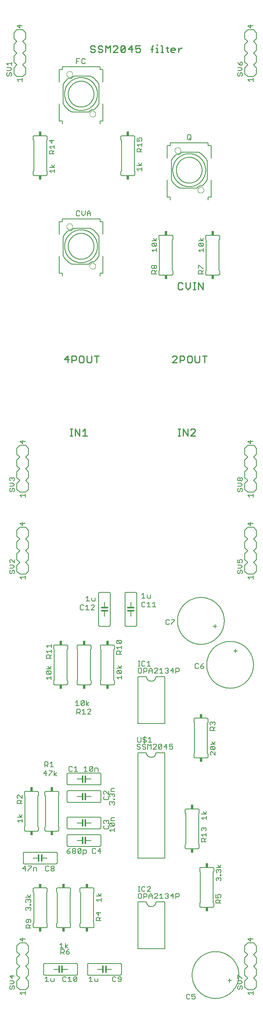
<source format=gto>
G75*
%MOIN*%
%OFA0B0*%
%FSLAX25Y25*%
%IPPOS*%
%LPD*%
%AMOC8*
5,1,8,0,0,1.08239X$1,22.5*
%
%ADD10C,0.01100*%
%ADD11C,0.01200*%
%ADD12C,0.00600*%
%ADD13C,0.00800*%
%ADD14C,0.00400*%
%ADD15R,0.02400X0.03400*%
%ADD16C,0.00500*%
D10*
X0072750Y0510250D02*
X0074718Y0510250D01*
X0073734Y0510250D02*
X0073734Y0516155D01*
X0072750Y0516155D02*
X0074718Y0516155D01*
X0077047Y0516155D02*
X0077047Y0510250D01*
X0080984Y0510250D02*
X0077047Y0516155D01*
X0080984Y0516155D02*
X0080984Y0510250D01*
X0083492Y0510250D02*
X0087429Y0510250D01*
X0085461Y0510250D02*
X0085461Y0516155D01*
X0083492Y0514187D01*
X0083594Y0572750D02*
X0081625Y0572750D01*
X0080641Y0573734D01*
X0080641Y0577671D01*
X0081625Y0578655D01*
X0083594Y0578655D01*
X0084578Y0577671D01*
X0084578Y0573734D01*
X0083594Y0572750D01*
X0087086Y0573734D02*
X0087086Y0578655D01*
X0087086Y0573734D02*
X0088071Y0572750D01*
X0090039Y0572750D01*
X0091023Y0573734D01*
X0091023Y0578655D01*
X0093532Y0578655D02*
X0097469Y0578655D01*
X0095500Y0578655D02*
X0095500Y0572750D01*
X0078132Y0575703D02*
X0077148Y0574718D01*
X0074195Y0574718D01*
X0074195Y0572750D02*
X0074195Y0578655D01*
X0077148Y0578655D01*
X0078132Y0577671D01*
X0078132Y0575703D01*
X0071687Y0575703D02*
X0067750Y0575703D01*
X0070703Y0578655D01*
X0070703Y0572750D01*
X0091234Y0837750D02*
X0090250Y0838734D01*
X0091234Y0837750D02*
X0093203Y0837750D01*
X0094187Y0838734D01*
X0094187Y0839718D01*
X0093203Y0840703D01*
X0091234Y0840703D01*
X0090250Y0841687D01*
X0090250Y0842671D01*
X0091234Y0843655D01*
X0093203Y0843655D01*
X0094187Y0842671D01*
X0096695Y0842671D02*
X0096695Y0841687D01*
X0097680Y0840703D01*
X0099648Y0840703D01*
X0100632Y0839718D01*
X0100632Y0838734D01*
X0099648Y0837750D01*
X0097680Y0837750D01*
X0096695Y0838734D01*
X0096695Y0842671D02*
X0097680Y0843655D01*
X0099648Y0843655D01*
X0100632Y0842671D01*
X0103141Y0843655D02*
X0105109Y0841687D01*
X0107078Y0843655D01*
X0107078Y0837750D01*
X0109586Y0837750D02*
X0113523Y0841687D01*
X0113523Y0842671D01*
X0112539Y0843655D01*
X0110571Y0843655D01*
X0109586Y0842671D01*
X0109586Y0837750D02*
X0113523Y0837750D01*
X0116032Y0838734D02*
X0119969Y0842671D01*
X0119969Y0838734D01*
X0118985Y0837750D01*
X0117016Y0837750D01*
X0116032Y0838734D01*
X0116032Y0842671D01*
X0117016Y0843655D01*
X0118985Y0843655D01*
X0119969Y0842671D01*
X0122477Y0840703D02*
X0126414Y0840703D01*
X0128923Y0840703D02*
X0130891Y0841687D01*
X0131876Y0841687D01*
X0132860Y0840703D01*
X0132860Y0838734D01*
X0131876Y0837750D01*
X0129907Y0837750D01*
X0128923Y0838734D01*
X0128923Y0840703D02*
X0128923Y0843655D01*
X0132860Y0843655D01*
X0125430Y0843655D02*
X0122477Y0840703D01*
X0125430Y0843655D02*
X0125430Y0837750D01*
X0141814Y0840703D02*
X0143782Y0840703D01*
X0142798Y0842671D02*
X0143782Y0843655D01*
X0142798Y0842671D02*
X0142798Y0837750D01*
X0146111Y0837750D02*
X0148079Y0837750D01*
X0147095Y0837750D02*
X0147095Y0841687D01*
X0146111Y0841687D01*
X0147095Y0843655D02*
X0147095Y0844639D01*
X0150408Y0843655D02*
X0151392Y0843655D01*
X0151392Y0837750D01*
X0150408Y0837750D02*
X0152376Y0837750D01*
X0155689Y0838734D02*
X0156673Y0837750D01*
X0155689Y0838734D02*
X0155689Y0842671D01*
X0154705Y0841687D02*
X0156673Y0841687D01*
X0159002Y0840703D02*
X0159986Y0841687D01*
X0161954Y0841687D01*
X0162939Y0840703D01*
X0162939Y0839718D01*
X0159002Y0839718D01*
X0159002Y0838734D02*
X0159002Y0840703D01*
X0159002Y0838734D02*
X0159986Y0837750D01*
X0161954Y0837750D01*
X0165447Y0837750D02*
X0165447Y0841687D01*
X0165447Y0839718D02*
X0167416Y0841687D01*
X0168400Y0841687D01*
X0168203Y0641155D02*
X0166234Y0641155D01*
X0165250Y0640171D01*
X0165250Y0636234D01*
X0166234Y0635250D01*
X0168203Y0635250D01*
X0169187Y0636234D01*
X0171695Y0637218D02*
X0171695Y0641155D01*
X0169187Y0640171D02*
X0168203Y0641155D01*
X0171695Y0637218D02*
X0173664Y0635250D01*
X0175632Y0637218D01*
X0175632Y0641155D01*
X0178141Y0641155D02*
X0180109Y0641155D01*
X0179125Y0641155D02*
X0179125Y0635250D01*
X0178141Y0635250D02*
X0180109Y0635250D01*
X0182438Y0635250D02*
X0182438Y0641155D01*
X0186375Y0635250D01*
X0186375Y0641155D01*
X0186032Y0578655D02*
X0189969Y0578655D01*
X0188000Y0578655D02*
X0188000Y0572750D01*
X0183523Y0573734D02*
X0183523Y0578655D01*
X0183523Y0573734D02*
X0182539Y0572750D01*
X0180571Y0572750D01*
X0179586Y0573734D01*
X0179586Y0578655D01*
X0177078Y0577671D02*
X0177078Y0573734D01*
X0176094Y0572750D01*
X0174125Y0572750D01*
X0173141Y0573734D01*
X0173141Y0577671D01*
X0174125Y0578655D01*
X0176094Y0578655D01*
X0177078Y0577671D01*
X0170632Y0577671D02*
X0170632Y0575703D01*
X0169648Y0574718D01*
X0166695Y0574718D01*
X0166695Y0572750D02*
X0166695Y0578655D01*
X0169648Y0578655D01*
X0170632Y0577671D01*
X0164187Y0577671D02*
X0163203Y0578655D01*
X0161234Y0578655D01*
X0160250Y0577671D01*
X0164187Y0576687D02*
X0160250Y0572750D01*
X0164187Y0572750D01*
X0164187Y0576687D02*
X0164187Y0577671D01*
X0165250Y0516155D02*
X0167218Y0516155D01*
X0166234Y0516155D02*
X0166234Y0510250D01*
X0165250Y0510250D02*
X0167218Y0510250D01*
X0169547Y0510250D02*
X0169547Y0516155D01*
X0173484Y0510250D01*
X0173484Y0516155D01*
X0175992Y0515171D02*
X0176977Y0516155D01*
X0178945Y0516155D01*
X0179929Y0515171D01*
X0179929Y0514187D01*
X0175992Y0510250D01*
X0179929Y0510250D01*
X0103141Y0837750D02*
X0103141Y0843655D01*
D11*
X0102200Y0363500D02*
X0099700Y0363500D01*
X0099700Y0361000D02*
X0102200Y0361000D01*
X0104700Y0361000D01*
X0104700Y0363500D02*
X0102200Y0363500D01*
X0122200Y0363400D02*
X0124700Y0363400D01*
X0127200Y0363400D01*
X0127200Y0360900D02*
X0124700Y0360900D01*
X0122200Y0360900D01*
X0085900Y0219700D02*
X0085900Y0217200D01*
X0085900Y0214700D01*
X0083400Y0214700D02*
X0083400Y0217200D01*
X0083400Y0219700D01*
X0083400Y0204700D02*
X0083400Y0202200D01*
X0083400Y0199700D01*
X0085900Y0199700D02*
X0085900Y0202200D01*
X0085900Y0204700D01*
X0085900Y0182200D02*
X0085900Y0179700D01*
X0085900Y0177200D01*
X0083400Y0177200D02*
X0083400Y0179700D01*
X0083400Y0182200D01*
X0083400Y0167200D02*
X0083400Y0164700D01*
X0083400Y0162200D01*
X0085900Y0162200D02*
X0085900Y0164700D01*
X0085900Y0167200D01*
X0100900Y0057200D02*
X0100900Y0054700D01*
X0100900Y0052200D01*
X0103400Y0052200D02*
X0103400Y0054700D01*
X0103400Y0057200D01*
X0066000Y0057200D02*
X0066000Y0054700D01*
X0066000Y0052200D01*
X0063500Y0052200D02*
X0063500Y0054700D01*
X0063500Y0057200D01*
X0048400Y0147200D02*
X0048400Y0149700D01*
X0048400Y0152200D01*
X0045900Y0152200D02*
X0045900Y0149700D01*
X0045900Y0147200D01*
D12*
X0045900Y0149700D02*
X0041200Y0149700D01*
X0048400Y0149700D02*
X0053200Y0149700D01*
X0060700Y0144700D02*
X0060760Y0144702D01*
X0060821Y0144707D01*
X0060880Y0144716D01*
X0060939Y0144729D01*
X0060998Y0144745D01*
X0061055Y0144765D01*
X0061110Y0144788D01*
X0061165Y0144815D01*
X0061217Y0144844D01*
X0061268Y0144877D01*
X0061317Y0144913D01*
X0061363Y0144951D01*
X0061407Y0144993D01*
X0061449Y0145037D01*
X0061487Y0145083D01*
X0061523Y0145132D01*
X0061556Y0145183D01*
X0061585Y0145235D01*
X0061612Y0145290D01*
X0061635Y0145345D01*
X0061655Y0145402D01*
X0061671Y0145461D01*
X0061684Y0145520D01*
X0061693Y0145579D01*
X0061698Y0145640D01*
X0061700Y0145700D01*
X0061700Y0153700D01*
X0061698Y0153760D01*
X0061693Y0153821D01*
X0061684Y0153880D01*
X0061671Y0153939D01*
X0061655Y0153998D01*
X0061635Y0154055D01*
X0061612Y0154110D01*
X0061585Y0154165D01*
X0061556Y0154217D01*
X0061523Y0154268D01*
X0061487Y0154317D01*
X0061449Y0154363D01*
X0061407Y0154407D01*
X0061363Y0154449D01*
X0061317Y0154487D01*
X0061268Y0154523D01*
X0061217Y0154556D01*
X0061165Y0154585D01*
X0061110Y0154612D01*
X0061055Y0154635D01*
X0060998Y0154655D01*
X0060939Y0154671D01*
X0060880Y0154684D01*
X0060821Y0154693D01*
X0060760Y0154698D01*
X0060700Y0154700D01*
X0033700Y0154700D01*
X0033640Y0154698D01*
X0033579Y0154693D01*
X0033520Y0154684D01*
X0033461Y0154671D01*
X0033402Y0154655D01*
X0033345Y0154635D01*
X0033290Y0154612D01*
X0033235Y0154585D01*
X0033183Y0154556D01*
X0033132Y0154523D01*
X0033083Y0154487D01*
X0033037Y0154449D01*
X0032993Y0154407D01*
X0032951Y0154363D01*
X0032913Y0154317D01*
X0032877Y0154268D01*
X0032844Y0154217D01*
X0032815Y0154165D01*
X0032788Y0154110D01*
X0032765Y0154055D01*
X0032745Y0153998D01*
X0032729Y0153939D01*
X0032716Y0153880D01*
X0032707Y0153821D01*
X0032702Y0153760D01*
X0032700Y0153700D01*
X0032700Y0145700D01*
X0032702Y0145640D01*
X0032707Y0145579D01*
X0032716Y0145520D01*
X0032729Y0145461D01*
X0032745Y0145402D01*
X0032765Y0145345D01*
X0032788Y0145290D01*
X0032815Y0145235D01*
X0032844Y0145183D01*
X0032877Y0145132D01*
X0032913Y0145083D01*
X0032951Y0145037D01*
X0032993Y0144993D01*
X0033037Y0144951D01*
X0033083Y0144913D01*
X0033132Y0144877D01*
X0033183Y0144844D01*
X0033235Y0144815D01*
X0033290Y0144788D01*
X0033345Y0144765D01*
X0033402Y0144745D01*
X0033461Y0144729D01*
X0033520Y0144716D01*
X0033579Y0144707D01*
X0033640Y0144702D01*
X0033700Y0144700D01*
X0060700Y0144700D01*
X0062200Y0124200D02*
X0072200Y0124200D01*
X0072260Y0124198D01*
X0072321Y0124193D01*
X0072380Y0124184D01*
X0072439Y0124171D01*
X0072498Y0124155D01*
X0072555Y0124135D01*
X0072610Y0124112D01*
X0072665Y0124085D01*
X0072717Y0124056D01*
X0072768Y0124023D01*
X0072817Y0123987D01*
X0072863Y0123949D01*
X0072907Y0123907D01*
X0072949Y0123863D01*
X0072987Y0123817D01*
X0073023Y0123768D01*
X0073056Y0123717D01*
X0073085Y0123665D01*
X0073112Y0123610D01*
X0073135Y0123555D01*
X0073155Y0123498D01*
X0073171Y0123439D01*
X0073184Y0123380D01*
X0073193Y0123321D01*
X0073198Y0123260D01*
X0073200Y0123200D01*
X0073200Y0120700D01*
X0072700Y0120200D01*
X0072700Y0094200D01*
X0073200Y0093700D01*
X0073200Y0091200D01*
X0073198Y0091140D01*
X0073193Y0091079D01*
X0073184Y0091020D01*
X0073171Y0090961D01*
X0073155Y0090902D01*
X0073135Y0090845D01*
X0073112Y0090790D01*
X0073085Y0090735D01*
X0073056Y0090683D01*
X0073023Y0090632D01*
X0072987Y0090583D01*
X0072949Y0090537D01*
X0072907Y0090493D01*
X0072863Y0090451D01*
X0072817Y0090413D01*
X0072768Y0090377D01*
X0072717Y0090344D01*
X0072665Y0090315D01*
X0072610Y0090288D01*
X0072555Y0090265D01*
X0072498Y0090245D01*
X0072439Y0090229D01*
X0072380Y0090216D01*
X0072321Y0090207D01*
X0072260Y0090202D01*
X0072200Y0090200D01*
X0062200Y0090200D01*
X0062140Y0090202D01*
X0062079Y0090207D01*
X0062020Y0090216D01*
X0061961Y0090229D01*
X0061902Y0090245D01*
X0061845Y0090265D01*
X0061790Y0090288D01*
X0061735Y0090315D01*
X0061683Y0090344D01*
X0061632Y0090377D01*
X0061583Y0090413D01*
X0061537Y0090451D01*
X0061493Y0090493D01*
X0061451Y0090537D01*
X0061413Y0090583D01*
X0061377Y0090632D01*
X0061344Y0090683D01*
X0061315Y0090735D01*
X0061288Y0090790D01*
X0061265Y0090845D01*
X0061245Y0090902D01*
X0061229Y0090961D01*
X0061216Y0091020D01*
X0061207Y0091079D01*
X0061202Y0091140D01*
X0061200Y0091200D01*
X0061200Y0093700D01*
X0061700Y0094200D01*
X0061700Y0120200D01*
X0061200Y0120700D01*
X0061200Y0123200D01*
X0061202Y0123260D01*
X0061207Y0123321D01*
X0061216Y0123380D01*
X0061229Y0123439D01*
X0061245Y0123498D01*
X0061265Y0123555D01*
X0061288Y0123610D01*
X0061315Y0123665D01*
X0061344Y0123717D01*
X0061377Y0123768D01*
X0061413Y0123817D01*
X0061451Y0123863D01*
X0061493Y0123907D01*
X0061537Y0123949D01*
X0061583Y0123987D01*
X0061632Y0124023D01*
X0061683Y0124056D01*
X0061735Y0124085D01*
X0061790Y0124112D01*
X0061845Y0124135D01*
X0061902Y0124155D01*
X0061961Y0124171D01*
X0062020Y0124184D01*
X0062079Y0124193D01*
X0062140Y0124198D01*
X0062200Y0124200D01*
X0053200Y0123200D02*
X0053200Y0120700D01*
X0052700Y0120200D01*
X0052700Y0094200D01*
X0053200Y0093700D01*
X0053200Y0091200D01*
X0053198Y0091140D01*
X0053193Y0091079D01*
X0053184Y0091020D01*
X0053171Y0090961D01*
X0053155Y0090902D01*
X0053135Y0090845D01*
X0053112Y0090790D01*
X0053085Y0090735D01*
X0053056Y0090683D01*
X0053023Y0090632D01*
X0052987Y0090583D01*
X0052949Y0090537D01*
X0052907Y0090493D01*
X0052863Y0090451D01*
X0052817Y0090413D01*
X0052768Y0090377D01*
X0052717Y0090344D01*
X0052665Y0090315D01*
X0052610Y0090288D01*
X0052555Y0090265D01*
X0052498Y0090245D01*
X0052439Y0090229D01*
X0052380Y0090216D01*
X0052321Y0090207D01*
X0052260Y0090202D01*
X0052200Y0090200D01*
X0042200Y0090200D01*
X0042140Y0090202D01*
X0042079Y0090207D01*
X0042020Y0090216D01*
X0041961Y0090229D01*
X0041902Y0090245D01*
X0041845Y0090265D01*
X0041790Y0090288D01*
X0041735Y0090315D01*
X0041683Y0090344D01*
X0041632Y0090377D01*
X0041583Y0090413D01*
X0041537Y0090451D01*
X0041493Y0090493D01*
X0041451Y0090537D01*
X0041413Y0090583D01*
X0041377Y0090632D01*
X0041344Y0090683D01*
X0041315Y0090735D01*
X0041288Y0090790D01*
X0041265Y0090845D01*
X0041245Y0090902D01*
X0041229Y0090961D01*
X0041216Y0091020D01*
X0041207Y0091079D01*
X0041202Y0091140D01*
X0041200Y0091200D01*
X0041200Y0093700D01*
X0041700Y0094200D01*
X0041700Y0120200D01*
X0041200Y0120700D01*
X0041200Y0123200D01*
X0041202Y0123260D01*
X0041207Y0123321D01*
X0041216Y0123380D01*
X0041229Y0123439D01*
X0041245Y0123498D01*
X0041265Y0123555D01*
X0041288Y0123610D01*
X0041315Y0123665D01*
X0041344Y0123717D01*
X0041377Y0123768D01*
X0041413Y0123817D01*
X0041451Y0123863D01*
X0041493Y0123907D01*
X0041537Y0123949D01*
X0041583Y0123987D01*
X0041632Y0124023D01*
X0041683Y0124056D01*
X0041735Y0124085D01*
X0041790Y0124112D01*
X0041845Y0124135D01*
X0041902Y0124155D01*
X0041961Y0124171D01*
X0042020Y0124184D01*
X0042079Y0124193D01*
X0042140Y0124198D01*
X0042200Y0124200D01*
X0052200Y0124200D01*
X0052260Y0124198D01*
X0052321Y0124193D01*
X0052380Y0124184D01*
X0052439Y0124171D01*
X0052498Y0124155D01*
X0052555Y0124135D01*
X0052610Y0124112D01*
X0052665Y0124085D01*
X0052717Y0124056D01*
X0052768Y0124023D01*
X0052817Y0123987D01*
X0052863Y0123949D01*
X0052907Y0123907D01*
X0052949Y0123863D01*
X0052987Y0123817D01*
X0053023Y0123768D01*
X0053056Y0123717D01*
X0053085Y0123665D01*
X0053112Y0123610D01*
X0053135Y0123555D01*
X0053155Y0123498D01*
X0053171Y0123439D01*
X0053184Y0123380D01*
X0053193Y0123321D01*
X0053198Y0123260D01*
X0053200Y0123200D01*
X0071200Y0159700D02*
X0098200Y0159700D01*
X0098260Y0159702D01*
X0098321Y0159707D01*
X0098380Y0159716D01*
X0098439Y0159729D01*
X0098498Y0159745D01*
X0098555Y0159765D01*
X0098610Y0159788D01*
X0098665Y0159815D01*
X0098717Y0159844D01*
X0098768Y0159877D01*
X0098817Y0159913D01*
X0098863Y0159951D01*
X0098907Y0159993D01*
X0098949Y0160037D01*
X0098987Y0160083D01*
X0099023Y0160132D01*
X0099056Y0160183D01*
X0099085Y0160235D01*
X0099112Y0160290D01*
X0099135Y0160345D01*
X0099155Y0160402D01*
X0099171Y0160461D01*
X0099184Y0160520D01*
X0099193Y0160579D01*
X0099198Y0160640D01*
X0099200Y0160700D01*
X0099200Y0168700D01*
X0099198Y0168760D01*
X0099193Y0168821D01*
X0099184Y0168880D01*
X0099171Y0168939D01*
X0099155Y0168998D01*
X0099135Y0169055D01*
X0099112Y0169110D01*
X0099085Y0169165D01*
X0099056Y0169217D01*
X0099023Y0169268D01*
X0098987Y0169317D01*
X0098949Y0169363D01*
X0098907Y0169407D01*
X0098863Y0169449D01*
X0098817Y0169487D01*
X0098768Y0169523D01*
X0098717Y0169556D01*
X0098665Y0169585D01*
X0098610Y0169612D01*
X0098555Y0169635D01*
X0098498Y0169655D01*
X0098439Y0169671D01*
X0098380Y0169684D01*
X0098321Y0169693D01*
X0098260Y0169698D01*
X0098200Y0169700D01*
X0071200Y0169700D01*
X0071140Y0169698D01*
X0071079Y0169693D01*
X0071020Y0169684D01*
X0070961Y0169671D01*
X0070902Y0169655D01*
X0070845Y0169635D01*
X0070790Y0169612D01*
X0070735Y0169585D01*
X0070683Y0169556D01*
X0070632Y0169523D01*
X0070583Y0169487D01*
X0070537Y0169449D01*
X0070493Y0169407D01*
X0070451Y0169363D01*
X0070413Y0169317D01*
X0070377Y0169268D01*
X0070344Y0169217D01*
X0070315Y0169165D01*
X0070288Y0169110D01*
X0070265Y0169055D01*
X0070245Y0168998D01*
X0070229Y0168939D01*
X0070216Y0168880D01*
X0070207Y0168821D01*
X0070202Y0168760D01*
X0070200Y0168700D01*
X0070200Y0160700D01*
X0070202Y0160640D01*
X0070207Y0160579D01*
X0070216Y0160520D01*
X0070229Y0160461D01*
X0070245Y0160402D01*
X0070265Y0160345D01*
X0070288Y0160290D01*
X0070315Y0160235D01*
X0070344Y0160183D01*
X0070377Y0160132D01*
X0070413Y0160083D01*
X0070451Y0160037D01*
X0070493Y0159993D01*
X0070537Y0159951D01*
X0070583Y0159913D01*
X0070632Y0159877D01*
X0070683Y0159844D01*
X0070735Y0159815D01*
X0070790Y0159788D01*
X0070845Y0159765D01*
X0070902Y0159745D01*
X0070961Y0159729D01*
X0071020Y0159716D01*
X0071079Y0159707D01*
X0071140Y0159702D01*
X0071200Y0159700D01*
X0071200Y0174700D02*
X0098200Y0174700D01*
X0098260Y0174702D01*
X0098321Y0174707D01*
X0098380Y0174716D01*
X0098439Y0174729D01*
X0098498Y0174745D01*
X0098555Y0174765D01*
X0098610Y0174788D01*
X0098665Y0174815D01*
X0098717Y0174844D01*
X0098768Y0174877D01*
X0098817Y0174913D01*
X0098863Y0174951D01*
X0098907Y0174993D01*
X0098949Y0175037D01*
X0098987Y0175083D01*
X0099023Y0175132D01*
X0099056Y0175183D01*
X0099085Y0175235D01*
X0099112Y0175290D01*
X0099135Y0175345D01*
X0099155Y0175402D01*
X0099171Y0175461D01*
X0099184Y0175520D01*
X0099193Y0175579D01*
X0099198Y0175640D01*
X0099200Y0175700D01*
X0099200Y0183700D01*
X0099198Y0183760D01*
X0099193Y0183821D01*
X0099184Y0183880D01*
X0099171Y0183939D01*
X0099155Y0183998D01*
X0099135Y0184055D01*
X0099112Y0184110D01*
X0099085Y0184165D01*
X0099056Y0184217D01*
X0099023Y0184268D01*
X0098987Y0184317D01*
X0098949Y0184363D01*
X0098907Y0184407D01*
X0098863Y0184449D01*
X0098817Y0184487D01*
X0098768Y0184523D01*
X0098717Y0184556D01*
X0098665Y0184585D01*
X0098610Y0184612D01*
X0098555Y0184635D01*
X0098498Y0184655D01*
X0098439Y0184671D01*
X0098380Y0184684D01*
X0098321Y0184693D01*
X0098260Y0184698D01*
X0098200Y0184700D01*
X0071200Y0184700D01*
X0071140Y0184698D01*
X0071079Y0184693D01*
X0071020Y0184684D01*
X0070961Y0184671D01*
X0070902Y0184655D01*
X0070845Y0184635D01*
X0070790Y0184612D01*
X0070735Y0184585D01*
X0070683Y0184556D01*
X0070632Y0184523D01*
X0070583Y0184487D01*
X0070537Y0184449D01*
X0070493Y0184407D01*
X0070451Y0184363D01*
X0070413Y0184317D01*
X0070377Y0184268D01*
X0070344Y0184217D01*
X0070315Y0184165D01*
X0070288Y0184110D01*
X0070265Y0184055D01*
X0070245Y0183998D01*
X0070229Y0183939D01*
X0070216Y0183880D01*
X0070207Y0183821D01*
X0070202Y0183760D01*
X0070200Y0183700D01*
X0070200Y0175700D01*
X0070202Y0175640D01*
X0070207Y0175579D01*
X0070216Y0175520D01*
X0070229Y0175461D01*
X0070245Y0175402D01*
X0070265Y0175345D01*
X0070288Y0175290D01*
X0070315Y0175235D01*
X0070344Y0175183D01*
X0070377Y0175132D01*
X0070413Y0175083D01*
X0070451Y0175037D01*
X0070493Y0174993D01*
X0070537Y0174951D01*
X0070583Y0174913D01*
X0070632Y0174877D01*
X0070683Y0174844D01*
X0070735Y0174815D01*
X0070790Y0174788D01*
X0070845Y0174765D01*
X0070902Y0174745D01*
X0070961Y0174729D01*
X0071020Y0174716D01*
X0071079Y0174707D01*
X0071140Y0174702D01*
X0071200Y0174700D01*
X0071200Y0197200D02*
X0098200Y0197200D01*
X0098260Y0197202D01*
X0098321Y0197207D01*
X0098380Y0197216D01*
X0098439Y0197229D01*
X0098498Y0197245D01*
X0098555Y0197265D01*
X0098610Y0197288D01*
X0098665Y0197315D01*
X0098717Y0197344D01*
X0098768Y0197377D01*
X0098817Y0197413D01*
X0098863Y0197451D01*
X0098907Y0197493D01*
X0098949Y0197537D01*
X0098987Y0197583D01*
X0099023Y0197632D01*
X0099056Y0197683D01*
X0099085Y0197735D01*
X0099112Y0197790D01*
X0099135Y0197845D01*
X0099155Y0197902D01*
X0099171Y0197961D01*
X0099184Y0198020D01*
X0099193Y0198079D01*
X0099198Y0198140D01*
X0099200Y0198200D01*
X0099200Y0206200D01*
X0099198Y0206260D01*
X0099193Y0206321D01*
X0099184Y0206380D01*
X0099171Y0206439D01*
X0099155Y0206498D01*
X0099135Y0206555D01*
X0099112Y0206610D01*
X0099085Y0206665D01*
X0099056Y0206717D01*
X0099023Y0206768D01*
X0098987Y0206817D01*
X0098949Y0206863D01*
X0098907Y0206907D01*
X0098863Y0206949D01*
X0098817Y0206987D01*
X0098768Y0207023D01*
X0098717Y0207056D01*
X0098665Y0207085D01*
X0098610Y0207112D01*
X0098555Y0207135D01*
X0098498Y0207155D01*
X0098439Y0207171D01*
X0098380Y0207184D01*
X0098321Y0207193D01*
X0098260Y0207198D01*
X0098200Y0207200D01*
X0071200Y0207200D01*
X0071140Y0207198D01*
X0071079Y0207193D01*
X0071020Y0207184D01*
X0070961Y0207171D01*
X0070902Y0207155D01*
X0070845Y0207135D01*
X0070790Y0207112D01*
X0070735Y0207085D01*
X0070683Y0207056D01*
X0070632Y0207023D01*
X0070583Y0206987D01*
X0070537Y0206949D01*
X0070493Y0206907D01*
X0070451Y0206863D01*
X0070413Y0206817D01*
X0070377Y0206768D01*
X0070344Y0206717D01*
X0070315Y0206665D01*
X0070288Y0206610D01*
X0070265Y0206555D01*
X0070245Y0206498D01*
X0070229Y0206439D01*
X0070216Y0206380D01*
X0070207Y0206321D01*
X0070202Y0206260D01*
X0070200Y0206200D01*
X0070200Y0198200D01*
X0070202Y0198140D01*
X0070207Y0198079D01*
X0070216Y0198020D01*
X0070229Y0197961D01*
X0070245Y0197902D01*
X0070265Y0197845D01*
X0070288Y0197790D01*
X0070315Y0197735D01*
X0070344Y0197683D01*
X0070377Y0197632D01*
X0070413Y0197583D01*
X0070451Y0197537D01*
X0070493Y0197493D01*
X0070537Y0197451D01*
X0070583Y0197413D01*
X0070632Y0197377D01*
X0070683Y0197344D01*
X0070735Y0197315D01*
X0070790Y0197288D01*
X0070845Y0197265D01*
X0070902Y0197245D01*
X0070961Y0197229D01*
X0071020Y0197216D01*
X0071079Y0197207D01*
X0071140Y0197202D01*
X0071200Y0197200D01*
X0071200Y0212200D02*
X0098200Y0212200D01*
X0098260Y0212202D01*
X0098321Y0212207D01*
X0098380Y0212216D01*
X0098439Y0212229D01*
X0098498Y0212245D01*
X0098555Y0212265D01*
X0098610Y0212288D01*
X0098665Y0212315D01*
X0098717Y0212344D01*
X0098768Y0212377D01*
X0098817Y0212413D01*
X0098863Y0212451D01*
X0098907Y0212493D01*
X0098949Y0212537D01*
X0098987Y0212583D01*
X0099023Y0212632D01*
X0099056Y0212683D01*
X0099085Y0212735D01*
X0099112Y0212790D01*
X0099135Y0212845D01*
X0099155Y0212902D01*
X0099171Y0212961D01*
X0099184Y0213020D01*
X0099193Y0213079D01*
X0099198Y0213140D01*
X0099200Y0213200D01*
X0099200Y0221200D01*
X0099198Y0221260D01*
X0099193Y0221321D01*
X0099184Y0221380D01*
X0099171Y0221439D01*
X0099155Y0221498D01*
X0099135Y0221555D01*
X0099112Y0221610D01*
X0099085Y0221665D01*
X0099056Y0221717D01*
X0099023Y0221768D01*
X0098987Y0221817D01*
X0098949Y0221863D01*
X0098907Y0221907D01*
X0098863Y0221949D01*
X0098817Y0221987D01*
X0098768Y0222023D01*
X0098717Y0222056D01*
X0098665Y0222085D01*
X0098610Y0222112D01*
X0098555Y0222135D01*
X0098498Y0222155D01*
X0098439Y0222171D01*
X0098380Y0222184D01*
X0098321Y0222193D01*
X0098260Y0222198D01*
X0098200Y0222200D01*
X0071200Y0222200D01*
X0071140Y0222198D01*
X0071079Y0222193D01*
X0071020Y0222184D01*
X0070961Y0222171D01*
X0070902Y0222155D01*
X0070845Y0222135D01*
X0070790Y0222112D01*
X0070735Y0222085D01*
X0070683Y0222056D01*
X0070632Y0222023D01*
X0070583Y0221987D01*
X0070537Y0221949D01*
X0070493Y0221907D01*
X0070451Y0221863D01*
X0070413Y0221817D01*
X0070377Y0221768D01*
X0070344Y0221717D01*
X0070315Y0221665D01*
X0070288Y0221610D01*
X0070265Y0221555D01*
X0070245Y0221498D01*
X0070229Y0221439D01*
X0070216Y0221380D01*
X0070207Y0221321D01*
X0070202Y0221260D01*
X0070200Y0221200D01*
X0070200Y0213200D01*
X0070202Y0213140D01*
X0070207Y0213079D01*
X0070216Y0213020D01*
X0070229Y0212961D01*
X0070245Y0212902D01*
X0070265Y0212845D01*
X0070288Y0212790D01*
X0070315Y0212735D01*
X0070344Y0212683D01*
X0070377Y0212632D01*
X0070413Y0212583D01*
X0070451Y0212537D01*
X0070493Y0212493D01*
X0070537Y0212451D01*
X0070583Y0212413D01*
X0070632Y0212377D01*
X0070683Y0212344D01*
X0070735Y0212315D01*
X0070790Y0212288D01*
X0070845Y0212265D01*
X0070902Y0212245D01*
X0070961Y0212229D01*
X0071020Y0212216D01*
X0071079Y0212207D01*
X0071140Y0212202D01*
X0071200Y0212200D01*
X0078700Y0217200D02*
X0083400Y0217200D01*
X0085900Y0217200D02*
X0090700Y0217200D01*
X0090700Y0202200D02*
X0085900Y0202200D01*
X0083400Y0202200D02*
X0078700Y0202200D01*
X0078700Y0179700D02*
X0083400Y0179700D01*
X0085900Y0179700D02*
X0090700Y0179700D01*
X0090700Y0164700D02*
X0085900Y0164700D01*
X0083400Y0164700D02*
X0078700Y0164700D01*
X0082200Y0124200D02*
X0092200Y0124200D01*
X0092260Y0124198D01*
X0092321Y0124193D01*
X0092380Y0124184D01*
X0092439Y0124171D01*
X0092498Y0124155D01*
X0092555Y0124135D01*
X0092610Y0124112D01*
X0092665Y0124085D01*
X0092717Y0124056D01*
X0092768Y0124023D01*
X0092817Y0123987D01*
X0092863Y0123949D01*
X0092907Y0123907D01*
X0092949Y0123863D01*
X0092987Y0123817D01*
X0093023Y0123768D01*
X0093056Y0123717D01*
X0093085Y0123665D01*
X0093112Y0123610D01*
X0093135Y0123555D01*
X0093155Y0123498D01*
X0093171Y0123439D01*
X0093184Y0123380D01*
X0093193Y0123321D01*
X0093198Y0123260D01*
X0093200Y0123200D01*
X0093200Y0120700D01*
X0092700Y0120200D01*
X0092700Y0094200D01*
X0093200Y0093700D01*
X0093200Y0091200D01*
X0093198Y0091140D01*
X0093193Y0091079D01*
X0093184Y0091020D01*
X0093171Y0090961D01*
X0093155Y0090902D01*
X0093135Y0090845D01*
X0093112Y0090790D01*
X0093085Y0090735D01*
X0093056Y0090683D01*
X0093023Y0090632D01*
X0092987Y0090583D01*
X0092949Y0090537D01*
X0092907Y0090493D01*
X0092863Y0090451D01*
X0092817Y0090413D01*
X0092768Y0090377D01*
X0092717Y0090344D01*
X0092665Y0090315D01*
X0092610Y0090288D01*
X0092555Y0090265D01*
X0092498Y0090245D01*
X0092439Y0090229D01*
X0092380Y0090216D01*
X0092321Y0090207D01*
X0092260Y0090202D01*
X0092200Y0090200D01*
X0082200Y0090200D01*
X0082140Y0090202D01*
X0082079Y0090207D01*
X0082020Y0090216D01*
X0081961Y0090229D01*
X0081902Y0090245D01*
X0081845Y0090265D01*
X0081790Y0090288D01*
X0081735Y0090315D01*
X0081683Y0090344D01*
X0081632Y0090377D01*
X0081583Y0090413D01*
X0081537Y0090451D01*
X0081493Y0090493D01*
X0081451Y0090537D01*
X0081413Y0090583D01*
X0081377Y0090632D01*
X0081344Y0090683D01*
X0081315Y0090735D01*
X0081288Y0090790D01*
X0081265Y0090845D01*
X0081245Y0090902D01*
X0081229Y0090961D01*
X0081216Y0091020D01*
X0081207Y0091079D01*
X0081202Y0091140D01*
X0081200Y0091200D01*
X0081200Y0093700D01*
X0081700Y0094200D01*
X0081700Y0120200D01*
X0081200Y0120700D01*
X0081200Y0123200D01*
X0081202Y0123260D01*
X0081207Y0123321D01*
X0081216Y0123380D01*
X0081229Y0123439D01*
X0081245Y0123498D01*
X0081265Y0123555D01*
X0081288Y0123610D01*
X0081315Y0123665D01*
X0081344Y0123717D01*
X0081377Y0123768D01*
X0081413Y0123817D01*
X0081451Y0123863D01*
X0081493Y0123907D01*
X0081537Y0123949D01*
X0081583Y0123987D01*
X0081632Y0124023D01*
X0081683Y0124056D01*
X0081735Y0124085D01*
X0081790Y0124112D01*
X0081845Y0124135D01*
X0081902Y0124155D01*
X0081961Y0124171D01*
X0082020Y0124184D01*
X0082079Y0124193D01*
X0082140Y0124198D01*
X0082200Y0124200D01*
X0078200Y0059700D02*
X0051200Y0059700D01*
X0051140Y0059698D01*
X0051079Y0059693D01*
X0051020Y0059684D01*
X0050961Y0059671D01*
X0050902Y0059655D01*
X0050845Y0059635D01*
X0050790Y0059612D01*
X0050735Y0059585D01*
X0050683Y0059556D01*
X0050632Y0059523D01*
X0050583Y0059487D01*
X0050537Y0059449D01*
X0050493Y0059407D01*
X0050451Y0059363D01*
X0050413Y0059317D01*
X0050377Y0059268D01*
X0050344Y0059217D01*
X0050315Y0059165D01*
X0050288Y0059110D01*
X0050265Y0059055D01*
X0050245Y0058998D01*
X0050229Y0058939D01*
X0050216Y0058880D01*
X0050207Y0058821D01*
X0050202Y0058760D01*
X0050200Y0058700D01*
X0050200Y0050700D01*
X0050202Y0050640D01*
X0050207Y0050579D01*
X0050216Y0050520D01*
X0050229Y0050461D01*
X0050245Y0050402D01*
X0050265Y0050345D01*
X0050288Y0050290D01*
X0050315Y0050235D01*
X0050344Y0050183D01*
X0050377Y0050132D01*
X0050413Y0050083D01*
X0050451Y0050037D01*
X0050493Y0049993D01*
X0050537Y0049951D01*
X0050583Y0049913D01*
X0050632Y0049877D01*
X0050683Y0049844D01*
X0050735Y0049815D01*
X0050790Y0049788D01*
X0050845Y0049765D01*
X0050902Y0049745D01*
X0050961Y0049729D01*
X0051020Y0049716D01*
X0051079Y0049707D01*
X0051140Y0049702D01*
X0051200Y0049700D01*
X0078200Y0049700D01*
X0078260Y0049702D01*
X0078321Y0049707D01*
X0078380Y0049716D01*
X0078439Y0049729D01*
X0078498Y0049745D01*
X0078555Y0049765D01*
X0078610Y0049788D01*
X0078665Y0049815D01*
X0078717Y0049844D01*
X0078768Y0049877D01*
X0078817Y0049913D01*
X0078863Y0049951D01*
X0078907Y0049993D01*
X0078949Y0050037D01*
X0078987Y0050083D01*
X0079023Y0050132D01*
X0079056Y0050183D01*
X0079085Y0050235D01*
X0079112Y0050290D01*
X0079135Y0050345D01*
X0079155Y0050402D01*
X0079171Y0050461D01*
X0079184Y0050520D01*
X0079193Y0050579D01*
X0079198Y0050640D01*
X0079200Y0050700D01*
X0079200Y0058700D01*
X0079198Y0058760D01*
X0079193Y0058821D01*
X0079184Y0058880D01*
X0079171Y0058939D01*
X0079155Y0058998D01*
X0079135Y0059055D01*
X0079112Y0059110D01*
X0079085Y0059165D01*
X0079056Y0059217D01*
X0079023Y0059268D01*
X0078987Y0059317D01*
X0078949Y0059363D01*
X0078907Y0059407D01*
X0078863Y0059449D01*
X0078817Y0059487D01*
X0078768Y0059523D01*
X0078717Y0059556D01*
X0078665Y0059585D01*
X0078610Y0059612D01*
X0078555Y0059635D01*
X0078498Y0059655D01*
X0078439Y0059671D01*
X0078380Y0059684D01*
X0078321Y0059693D01*
X0078260Y0059698D01*
X0078200Y0059700D01*
X0070700Y0054700D02*
X0066000Y0054700D01*
X0063500Y0054700D02*
X0058700Y0054700D01*
X0037200Y0054700D02*
X0037200Y0049700D01*
X0034700Y0047200D01*
X0037200Y0044700D01*
X0037200Y0039700D01*
X0034700Y0037200D01*
X0029700Y0037200D01*
X0027200Y0039700D01*
X0027200Y0044700D01*
X0029700Y0047200D01*
X0027200Y0049700D01*
X0027200Y0054700D01*
X0029700Y0057200D01*
X0027200Y0059700D01*
X0027200Y0064700D01*
X0029700Y0067200D01*
X0027200Y0069700D01*
X0027200Y0074700D01*
X0029700Y0077200D01*
X0034700Y0077200D01*
X0037200Y0074700D01*
X0037200Y0069700D01*
X0034700Y0067200D01*
X0037200Y0064700D01*
X0037200Y0059700D01*
X0034700Y0057200D01*
X0037200Y0054700D01*
X0034700Y0172700D02*
X0044700Y0172700D01*
X0044760Y0172702D01*
X0044821Y0172707D01*
X0044880Y0172716D01*
X0044939Y0172729D01*
X0044998Y0172745D01*
X0045055Y0172765D01*
X0045110Y0172788D01*
X0045165Y0172815D01*
X0045217Y0172844D01*
X0045268Y0172877D01*
X0045317Y0172913D01*
X0045363Y0172951D01*
X0045407Y0172993D01*
X0045449Y0173037D01*
X0045487Y0173083D01*
X0045523Y0173132D01*
X0045556Y0173183D01*
X0045585Y0173235D01*
X0045612Y0173290D01*
X0045635Y0173345D01*
X0045655Y0173402D01*
X0045671Y0173461D01*
X0045684Y0173520D01*
X0045693Y0173579D01*
X0045698Y0173640D01*
X0045700Y0173700D01*
X0045700Y0176200D01*
X0045200Y0176700D01*
X0045200Y0202700D01*
X0045700Y0203200D01*
X0045700Y0205700D01*
X0045698Y0205760D01*
X0045693Y0205821D01*
X0045684Y0205880D01*
X0045671Y0205939D01*
X0045655Y0205998D01*
X0045635Y0206055D01*
X0045612Y0206110D01*
X0045585Y0206165D01*
X0045556Y0206217D01*
X0045523Y0206268D01*
X0045487Y0206317D01*
X0045449Y0206363D01*
X0045407Y0206407D01*
X0045363Y0206449D01*
X0045317Y0206487D01*
X0045268Y0206523D01*
X0045217Y0206556D01*
X0045165Y0206585D01*
X0045110Y0206612D01*
X0045055Y0206635D01*
X0044998Y0206655D01*
X0044939Y0206671D01*
X0044880Y0206684D01*
X0044821Y0206693D01*
X0044760Y0206698D01*
X0044700Y0206700D01*
X0034700Y0206700D01*
X0034640Y0206698D01*
X0034579Y0206693D01*
X0034520Y0206684D01*
X0034461Y0206671D01*
X0034402Y0206655D01*
X0034345Y0206635D01*
X0034290Y0206612D01*
X0034235Y0206585D01*
X0034183Y0206556D01*
X0034132Y0206523D01*
X0034083Y0206487D01*
X0034037Y0206449D01*
X0033993Y0206407D01*
X0033951Y0206363D01*
X0033913Y0206317D01*
X0033877Y0206268D01*
X0033844Y0206217D01*
X0033815Y0206165D01*
X0033788Y0206110D01*
X0033765Y0206055D01*
X0033745Y0205998D01*
X0033729Y0205939D01*
X0033716Y0205880D01*
X0033707Y0205821D01*
X0033702Y0205760D01*
X0033700Y0205700D01*
X0033700Y0203200D01*
X0034200Y0202700D01*
X0034200Y0176700D01*
X0033700Y0176200D01*
X0033700Y0173700D01*
X0033702Y0173640D01*
X0033707Y0173579D01*
X0033716Y0173520D01*
X0033729Y0173461D01*
X0033745Y0173402D01*
X0033765Y0173345D01*
X0033788Y0173290D01*
X0033815Y0173235D01*
X0033844Y0173183D01*
X0033877Y0173132D01*
X0033913Y0173083D01*
X0033951Y0173037D01*
X0033993Y0172993D01*
X0034037Y0172951D01*
X0034083Y0172913D01*
X0034132Y0172877D01*
X0034183Y0172844D01*
X0034235Y0172815D01*
X0034290Y0172788D01*
X0034345Y0172765D01*
X0034402Y0172745D01*
X0034461Y0172729D01*
X0034520Y0172716D01*
X0034579Y0172707D01*
X0034640Y0172702D01*
X0034700Y0172700D01*
X0051200Y0173700D02*
X0051200Y0176200D01*
X0051700Y0176700D01*
X0051700Y0202700D01*
X0051200Y0203200D01*
X0051200Y0205700D01*
X0051202Y0205760D01*
X0051207Y0205821D01*
X0051216Y0205880D01*
X0051229Y0205939D01*
X0051245Y0205998D01*
X0051265Y0206055D01*
X0051288Y0206110D01*
X0051315Y0206165D01*
X0051344Y0206217D01*
X0051377Y0206268D01*
X0051413Y0206317D01*
X0051451Y0206363D01*
X0051493Y0206407D01*
X0051537Y0206449D01*
X0051583Y0206487D01*
X0051632Y0206523D01*
X0051683Y0206556D01*
X0051735Y0206585D01*
X0051790Y0206612D01*
X0051845Y0206635D01*
X0051902Y0206655D01*
X0051961Y0206671D01*
X0052020Y0206684D01*
X0052079Y0206693D01*
X0052140Y0206698D01*
X0052200Y0206700D01*
X0062200Y0206700D01*
X0062260Y0206698D01*
X0062321Y0206693D01*
X0062380Y0206684D01*
X0062439Y0206671D01*
X0062498Y0206655D01*
X0062555Y0206635D01*
X0062610Y0206612D01*
X0062665Y0206585D01*
X0062717Y0206556D01*
X0062768Y0206523D01*
X0062817Y0206487D01*
X0062863Y0206449D01*
X0062907Y0206407D01*
X0062949Y0206363D01*
X0062987Y0206317D01*
X0063023Y0206268D01*
X0063056Y0206217D01*
X0063085Y0206165D01*
X0063112Y0206110D01*
X0063135Y0206055D01*
X0063155Y0205998D01*
X0063171Y0205939D01*
X0063184Y0205880D01*
X0063193Y0205821D01*
X0063198Y0205760D01*
X0063200Y0205700D01*
X0063200Y0203200D01*
X0062700Y0202700D01*
X0062700Y0176700D01*
X0063200Y0176200D01*
X0063200Y0173700D01*
X0063198Y0173640D01*
X0063193Y0173579D01*
X0063184Y0173520D01*
X0063171Y0173461D01*
X0063155Y0173402D01*
X0063135Y0173345D01*
X0063112Y0173290D01*
X0063085Y0173235D01*
X0063056Y0173183D01*
X0063023Y0173132D01*
X0062987Y0173083D01*
X0062949Y0173037D01*
X0062907Y0172993D01*
X0062863Y0172951D01*
X0062817Y0172913D01*
X0062768Y0172877D01*
X0062717Y0172844D01*
X0062665Y0172815D01*
X0062610Y0172788D01*
X0062555Y0172765D01*
X0062498Y0172745D01*
X0062439Y0172729D01*
X0062380Y0172716D01*
X0062321Y0172707D01*
X0062260Y0172702D01*
X0062200Y0172700D01*
X0052200Y0172700D01*
X0052140Y0172702D01*
X0052079Y0172707D01*
X0052020Y0172716D01*
X0051961Y0172729D01*
X0051902Y0172745D01*
X0051845Y0172765D01*
X0051790Y0172788D01*
X0051735Y0172815D01*
X0051683Y0172844D01*
X0051632Y0172877D01*
X0051583Y0172913D01*
X0051537Y0172951D01*
X0051493Y0172993D01*
X0051451Y0173037D01*
X0051413Y0173083D01*
X0051377Y0173132D01*
X0051344Y0173183D01*
X0051315Y0173235D01*
X0051288Y0173290D01*
X0051265Y0173345D01*
X0051245Y0173402D01*
X0051229Y0173461D01*
X0051216Y0173520D01*
X0051207Y0173579D01*
X0051202Y0173640D01*
X0051200Y0173700D01*
X0088700Y0059700D02*
X0115700Y0059700D01*
X0115760Y0059698D01*
X0115821Y0059693D01*
X0115880Y0059684D01*
X0115939Y0059671D01*
X0115998Y0059655D01*
X0116055Y0059635D01*
X0116110Y0059612D01*
X0116165Y0059585D01*
X0116217Y0059556D01*
X0116268Y0059523D01*
X0116317Y0059487D01*
X0116363Y0059449D01*
X0116407Y0059407D01*
X0116449Y0059363D01*
X0116487Y0059317D01*
X0116523Y0059268D01*
X0116556Y0059217D01*
X0116585Y0059165D01*
X0116612Y0059110D01*
X0116635Y0059055D01*
X0116655Y0058998D01*
X0116671Y0058939D01*
X0116684Y0058880D01*
X0116693Y0058821D01*
X0116698Y0058760D01*
X0116700Y0058700D01*
X0116700Y0050700D01*
X0116698Y0050640D01*
X0116693Y0050579D01*
X0116684Y0050520D01*
X0116671Y0050461D01*
X0116655Y0050402D01*
X0116635Y0050345D01*
X0116612Y0050290D01*
X0116585Y0050235D01*
X0116556Y0050183D01*
X0116523Y0050132D01*
X0116487Y0050083D01*
X0116449Y0050037D01*
X0116407Y0049993D01*
X0116363Y0049951D01*
X0116317Y0049913D01*
X0116268Y0049877D01*
X0116217Y0049844D01*
X0116165Y0049815D01*
X0116110Y0049788D01*
X0116055Y0049765D01*
X0115998Y0049745D01*
X0115939Y0049729D01*
X0115880Y0049716D01*
X0115821Y0049707D01*
X0115760Y0049702D01*
X0115700Y0049700D01*
X0088700Y0049700D01*
X0088640Y0049702D01*
X0088579Y0049707D01*
X0088520Y0049716D01*
X0088461Y0049729D01*
X0088402Y0049745D01*
X0088345Y0049765D01*
X0088290Y0049788D01*
X0088235Y0049815D01*
X0088183Y0049844D01*
X0088132Y0049877D01*
X0088083Y0049913D01*
X0088037Y0049951D01*
X0087993Y0049993D01*
X0087951Y0050037D01*
X0087913Y0050083D01*
X0087877Y0050132D01*
X0087844Y0050183D01*
X0087815Y0050235D01*
X0087788Y0050290D01*
X0087765Y0050345D01*
X0087745Y0050402D01*
X0087729Y0050461D01*
X0087716Y0050520D01*
X0087707Y0050579D01*
X0087702Y0050640D01*
X0087700Y0050700D01*
X0087700Y0058700D01*
X0087702Y0058760D01*
X0087707Y0058821D01*
X0087716Y0058880D01*
X0087729Y0058939D01*
X0087745Y0058998D01*
X0087765Y0059055D01*
X0087788Y0059110D01*
X0087815Y0059165D01*
X0087844Y0059217D01*
X0087877Y0059268D01*
X0087913Y0059317D01*
X0087951Y0059363D01*
X0087993Y0059407D01*
X0088037Y0059449D01*
X0088083Y0059487D01*
X0088132Y0059523D01*
X0088183Y0059556D01*
X0088235Y0059585D01*
X0088290Y0059612D01*
X0088345Y0059635D01*
X0088402Y0059655D01*
X0088461Y0059671D01*
X0088520Y0059684D01*
X0088579Y0059693D01*
X0088640Y0059698D01*
X0088700Y0059700D01*
X0096200Y0054700D02*
X0100900Y0054700D01*
X0103400Y0054700D02*
X0108200Y0054700D01*
X0130700Y0072200D02*
X0153700Y0072200D01*
X0153700Y0112200D01*
X0146200Y0112200D01*
X0146198Y0112074D01*
X0146192Y0111949D01*
X0146182Y0111824D01*
X0146168Y0111699D01*
X0146151Y0111574D01*
X0146129Y0111450D01*
X0146104Y0111327D01*
X0146074Y0111205D01*
X0146041Y0111084D01*
X0146004Y0110964D01*
X0145964Y0110845D01*
X0145919Y0110728D01*
X0145871Y0110611D01*
X0145819Y0110497D01*
X0145764Y0110384D01*
X0145705Y0110273D01*
X0145643Y0110164D01*
X0145577Y0110057D01*
X0145508Y0109952D01*
X0145436Y0109849D01*
X0145361Y0109748D01*
X0145282Y0109650D01*
X0145200Y0109555D01*
X0145116Y0109462D01*
X0145028Y0109372D01*
X0144938Y0109284D01*
X0144845Y0109200D01*
X0144750Y0109118D01*
X0144652Y0109039D01*
X0144551Y0108964D01*
X0144448Y0108892D01*
X0144343Y0108823D01*
X0144236Y0108757D01*
X0144127Y0108695D01*
X0144016Y0108636D01*
X0143903Y0108581D01*
X0143789Y0108529D01*
X0143672Y0108481D01*
X0143555Y0108436D01*
X0143436Y0108396D01*
X0143316Y0108359D01*
X0143195Y0108326D01*
X0143073Y0108296D01*
X0142950Y0108271D01*
X0142826Y0108249D01*
X0142701Y0108232D01*
X0142576Y0108218D01*
X0142451Y0108208D01*
X0142326Y0108202D01*
X0142200Y0108200D01*
X0142074Y0108202D01*
X0141949Y0108208D01*
X0141824Y0108218D01*
X0141699Y0108232D01*
X0141574Y0108249D01*
X0141450Y0108271D01*
X0141327Y0108296D01*
X0141205Y0108326D01*
X0141084Y0108359D01*
X0140964Y0108396D01*
X0140845Y0108436D01*
X0140728Y0108481D01*
X0140611Y0108529D01*
X0140497Y0108581D01*
X0140384Y0108636D01*
X0140273Y0108695D01*
X0140164Y0108757D01*
X0140057Y0108823D01*
X0139952Y0108892D01*
X0139849Y0108964D01*
X0139748Y0109039D01*
X0139650Y0109118D01*
X0139555Y0109200D01*
X0139462Y0109284D01*
X0139372Y0109372D01*
X0139284Y0109462D01*
X0139200Y0109555D01*
X0139118Y0109650D01*
X0139039Y0109748D01*
X0138964Y0109849D01*
X0138892Y0109952D01*
X0138823Y0110057D01*
X0138757Y0110164D01*
X0138695Y0110273D01*
X0138636Y0110384D01*
X0138581Y0110497D01*
X0138529Y0110611D01*
X0138481Y0110728D01*
X0138436Y0110845D01*
X0138396Y0110964D01*
X0138359Y0111084D01*
X0138326Y0111205D01*
X0138296Y0111327D01*
X0138271Y0111450D01*
X0138249Y0111574D01*
X0138232Y0111699D01*
X0138218Y0111824D01*
X0138208Y0111949D01*
X0138202Y0112074D01*
X0138200Y0112200D01*
X0130700Y0112200D01*
X0130700Y0072200D01*
X0130700Y0149700D02*
X0153700Y0149700D01*
X0153700Y0239700D01*
X0146200Y0239700D01*
X0146198Y0239574D01*
X0146192Y0239449D01*
X0146182Y0239324D01*
X0146168Y0239199D01*
X0146151Y0239074D01*
X0146129Y0238950D01*
X0146104Y0238827D01*
X0146074Y0238705D01*
X0146041Y0238584D01*
X0146004Y0238464D01*
X0145964Y0238345D01*
X0145919Y0238228D01*
X0145871Y0238111D01*
X0145819Y0237997D01*
X0145764Y0237884D01*
X0145705Y0237773D01*
X0145643Y0237664D01*
X0145577Y0237557D01*
X0145508Y0237452D01*
X0145436Y0237349D01*
X0145361Y0237248D01*
X0145282Y0237150D01*
X0145200Y0237055D01*
X0145116Y0236962D01*
X0145028Y0236872D01*
X0144938Y0236784D01*
X0144845Y0236700D01*
X0144750Y0236618D01*
X0144652Y0236539D01*
X0144551Y0236464D01*
X0144448Y0236392D01*
X0144343Y0236323D01*
X0144236Y0236257D01*
X0144127Y0236195D01*
X0144016Y0236136D01*
X0143903Y0236081D01*
X0143789Y0236029D01*
X0143672Y0235981D01*
X0143555Y0235936D01*
X0143436Y0235896D01*
X0143316Y0235859D01*
X0143195Y0235826D01*
X0143073Y0235796D01*
X0142950Y0235771D01*
X0142826Y0235749D01*
X0142701Y0235732D01*
X0142576Y0235718D01*
X0142451Y0235708D01*
X0142326Y0235702D01*
X0142200Y0235700D01*
X0142074Y0235702D01*
X0141949Y0235708D01*
X0141824Y0235718D01*
X0141699Y0235732D01*
X0141574Y0235749D01*
X0141450Y0235771D01*
X0141327Y0235796D01*
X0141205Y0235826D01*
X0141084Y0235859D01*
X0140964Y0235896D01*
X0140845Y0235936D01*
X0140728Y0235981D01*
X0140611Y0236029D01*
X0140497Y0236081D01*
X0140384Y0236136D01*
X0140273Y0236195D01*
X0140164Y0236257D01*
X0140057Y0236323D01*
X0139952Y0236392D01*
X0139849Y0236464D01*
X0139748Y0236539D01*
X0139650Y0236618D01*
X0139555Y0236700D01*
X0139462Y0236784D01*
X0139372Y0236872D01*
X0139284Y0236962D01*
X0139200Y0237055D01*
X0139118Y0237150D01*
X0139039Y0237248D01*
X0138964Y0237349D01*
X0138892Y0237452D01*
X0138823Y0237557D01*
X0138757Y0237664D01*
X0138695Y0237773D01*
X0138636Y0237884D01*
X0138581Y0237997D01*
X0138529Y0238111D01*
X0138481Y0238228D01*
X0138436Y0238345D01*
X0138396Y0238464D01*
X0138359Y0238584D01*
X0138326Y0238705D01*
X0138296Y0238827D01*
X0138271Y0238950D01*
X0138249Y0239074D01*
X0138232Y0239199D01*
X0138218Y0239324D01*
X0138208Y0239449D01*
X0138202Y0239574D01*
X0138200Y0239700D01*
X0130700Y0239700D01*
X0130700Y0149700D01*
X0130700Y0264700D02*
X0153700Y0264700D01*
X0153700Y0304700D01*
X0146200Y0304700D01*
X0146198Y0304574D01*
X0146192Y0304449D01*
X0146182Y0304324D01*
X0146168Y0304199D01*
X0146151Y0304074D01*
X0146129Y0303950D01*
X0146104Y0303827D01*
X0146074Y0303705D01*
X0146041Y0303584D01*
X0146004Y0303464D01*
X0145964Y0303345D01*
X0145919Y0303228D01*
X0145871Y0303111D01*
X0145819Y0302997D01*
X0145764Y0302884D01*
X0145705Y0302773D01*
X0145643Y0302664D01*
X0145577Y0302557D01*
X0145508Y0302452D01*
X0145436Y0302349D01*
X0145361Y0302248D01*
X0145282Y0302150D01*
X0145200Y0302055D01*
X0145116Y0301962D01*
X0145028Y0301872D01*
X0144938Y0301784D01*
X0144845Y0301700D01*
X0144750Y0301618D01*
X0144652Y0301539D01*
X0144551Y0301464D01*
X0144448Y0301392D01*
X0144343Y0301323D01*
X0144236Y0301257D01*
X0144127Y0301195D01*
X0144016Y0301136D01*
X0143903Y0301081D01*
X0143789Y0301029D01*
X0143672Y0300981D01*
X0143555Y0300936D01*
X0143436Y0300896D01*
X0143316Y0300859D01*
X0143195Y0300826D01*
X0143073Y0300796D01*
X0142950Y0300771D01*
X0142826Y0300749D01*
X0142701Y0300732D01*
X0142576Y0300718D01*
X0142451Y0300708D01*
X0142326Y0300702D01*
X0142200Y0300700D01*
X0142074Y0300702D01*
X0141949Y0300708D01*
X0141824Y0300718D01*
X0141699Y0300732D01*
X0141574Y0300749D01*
X0141450Y0300771D01*
X0141327Y0300796D01*
X0141205Y0300826D01*
X0141084Y0300859D01*
X0140964Y0300896D01*
X0140845Y0300936D01*
X0140728Y0300981D01*
X0140611Y0301029D01*
X0140497Y0301081D01*
X0140384Y0301136D01*
X0140273Y0301195D01*
X0140164Y0301257D01*
X0140057Y0301323D01*
X0139952Y0301392D01*
X0139849Y0301464D01*
X0139748Y0301539D01*
X0139650Y0301618D01*
X0139555Y0301700D01*
X0139462Y0301784D01*
X0139372Y0301872D01*
X0139284Y0301962D01*
X0139200Y0302055D01*
X0139118Y0302150D01*
X0139039Y0302248D01*
X0138964Y0302349D01*
X0138892Y0302452D01*
X0138823Y0302557D01*
X0138757Y0302664D01*
X0138695Y0302773D01*
X0138636Y0302884D01*
X0138581Y0302997D01*
X0138529Y0303111D01*
X0138481Y0303228D01*
X0138436Y0303345D01*
X0138396Y0303464D01*
X0138359Y0303584D01*
X0138326Y0303705D01*
X0138296Y0303827D01*
X0138271Y0303950D01*
X0138249Y0304074D01*
X0138232Y0304199D01*
X0138218Y0304324D01*
X0138208Y0304449D01*
X0138202Y0304574D01*
X0138200Y0304700D01*
X0130700Y0304700D01*
X0130700Y0264700D01*
X0109700Y0297700D02*
X0099700Y0297700D01*
X0099640Y0297702D01*
X0099579Y0297707D01*
X0099520Y0297716D01*
X0099461Y0297729D01*
X0099402Y0297745D01*
X0099345Y0297765D01*
X0099290Y0297788D01*
X0099235Y0297815D01*
X0099183Y0297844D01*
X0099132Y0297877D01*
X0099083Y0297913D01*
X0099037Y0297951D01*
X0098993Y0297993D01*
X0098951Y0298037D01*
X0098913Y0298083D01*
X0098877Y0298132D01*
X0098844Y0298183D01*
X0098815Y0298235D01*
X0098788Y0298290D01*
X0098765Y0298345D01*
X0098745Y0298402D01*
X0098729Y0298461D01*
X0098716Y0298520D01*
X0098707Y0298579D01*
X0098702Y0298640D01*
X0098700Y0298700D01*
X0098700Y0301200D01*
X0099200Y0301700D01*
X0099200Y0327700D01*
X0098700Y0328200D01*
X0098700Y0330700D01*
X0098702Y0330760D01*
X0098707Y0330821D01*
X0098716Y0330880D01*
X0098729Y0330939D01*
X0098745Y0330998D01*
X0098765Y0331055D01*
X0098788Y0331110D01*
X0098815Y0331165D01*
X0098844Y0331217D01*
X0098877Y0331268D01*
X0098913Y0331317D01*
X0098951Y0331363D01*
X0098993Y0331407D01*
X0099037Y0331449D01*
X0099083Y0331487D01*
X0099132Y0331523D01*
X0099183Y0331556D01*
X0099235Y0331585D01*
X0099290Y0331612D01*
X0099345Y0331635D01*
X0099402Y0331655D01*
X0099461Y0331671D01*
X0099520Y0331684D01*
X0099579Y0331693D01*
X0099640Y0331698D01*
X0099700Y0331700D01*
X0109700Y0331700D01*
X0109760Y0331698D01*
X0109821Y0331693D01*
X0109880Y0331684D01*
X0109939Y0331671D01*
X0109998Y0331655D01*
X0110055Y0331635D01*
X0110110Y0331612D01*
X0110165Y0331585D01*
X0110217Y0331556D01*
X0110268Y0331523D01*
X0110317Y0331487D01*
X0110363Y0331449D01*
X0110407Y0331407D01*
X0110449Y0331363D01*
X0110487Y0331317D01*
X0110523Y0331268D01*
X0110556Y0331217D01*
X0110585Y0331165D01*
X0110612Y0331110D01*
X0110635Y0331055D01*
X0110655Y0330998D01*
X0110671Y0330939D01*
X0110684Y0330880D01*
X0110693Y0330821D01*
X0110698Y0330760D01*
X0110700Y0330700D01*
X0110700Y0328200D01*
X0110200Y0327700D01*
X0110200Y0301700D01*
X0110700Y0301200D01*
X0110700Y0298700D01*
X0110698Y0298640D01*
X0110693Y0298579D01*
X0110684Y0298520D01*
X0110671Y0298461D01*
X0110655Y0298402D01*
X0110635Y0298345D01*
X0110612Y0298290D01*
X0110585Y0298235D01*
X0110556Y0298183D01*
X0110523Y0298132D01*
X0110487Y0298083D01*
X0110449Y0298037D01*
X0110407Y0297993D01*
X0110363Y0297951D01*
X0110317Y0297913D01*
X0110268Y0297877D01*
X0110217Y0297844D01*
X0110165Y0297815D01*
X0110110Y0297788D01*
X0110055Y0297765D01*
X0109998Y0297745D01*
X0109939Y0297729D01*
X0109880Y0297716D01*
X0109821Y0297707D01*
X0109760Y0297702D01*
X0109700Y0297700D01*
X0106200Y0347700D02*
X0098200Y0347700D01*
X0098140Y0347702D01*
X0098079Y0347707D01*
X0098020Y0347716D01*
X0097961Y0347729D01*
X0097902Y0347745D01*
X0097845Y0347765D01*
X0097790Y0347788D01*
X0097735Y0347815D01*
X0097683Y0347844D01*
X0097632Y0347877D01*
X0097583Y0347913D01*
X0097537Y0347951D01*
X0097493Y0347993D01*
X0097451Y0348037D01*
X0097413Y0348083D01*
X0097377Y0348132D01*
X0097344Y0348183D01*
X0097315Y0348235D01*
X0097288Y0348290D01*
X0097265Y0348345D01*
X0097245Y0348402D01*
X0097229Y0348461D01*
X0097216Y0348520D01*
X0097207Y0348579D01*
X0097202Y0348640D01*
X0097200Y0348700D01*
X0097200Y0375700D01*
X0097202Y0375760D01*
X0097207Y0375821D01*
X0097216Y0375880D01*
X0097229Y0375939D01*
X0097245Y0375998D01*
X0097265Y0376055D01*
X0097288Y0376110D01*
X0097315Y0376165D01*
X0097344Y0376217D01*
X0097377Y0376268D01*
X0097413Y0376317D01*
X0097451Y0376363D01*
X0097493Y0376407D01*
X0097537Y0376449D01*
X0097583Y0376487D01*
X0097632Y0376523D01*
X0097683Y0376556D01*
X0097735Y0376585D01*
X0097790Y0376612D01*
X0097845Y0376635D01*
X0097902Y0376655D01*
X0097961Y0376671D01*
X0098020Y0376684D01*
X0098079Y0376693D01*
X0098140Y0376698D01*
X0098200Y0376700D01*
X0106200Y0376700D01*
X0106260Y0376698D01*
X0106321Y0376693D01*
X0106380Y0376684D01*
X0106439Y0376671D01*
X0106498Y0376655D01*
X0106555Y0376635D01*
X0106610Y0376612D01*
X0106665Y0376585D01*
X0106717Y0376556D01*
X0106768Y0376523D01*
X0106817Y0376487D01*
X0106863Y0376449D01*
X0106907Y0376407D01*
X0106949Y0376363D01*
X0106987Y0376317D01*
X0107023Y0376268D01*
X0107056Y0376217D01*
X0107085Y0376165D01*
X0107112Y0376110D01*
X0107135Y0376055D01*
X0107155Y0375998D01*
X0107171Y0375939D01*
X0107184Y0375880D01*
X0107193Y0375821D01*
X0107198Y0375760D01*
X0107200Y0375700D01*
X0107200Y0348700D01*
X0107198Y0348640D01*
X0107193Y0348579D01*
X0107184Y0348520D01*
X0107171Y0348461D01*
X0107155Y0348402D01*
X0107135Y0348345D01*
X0107112Y0348290D01*
X0107085Y0348235D01*
X0107056Y0348183D01*
X0107023Y0348132D01*
X0106987Y0348083D01*
X0106949Y0348037D01*
X0106907Y0347993D01*
X0106863Y0347951D01*
X0106817Y0347913D01*
X0106768Y0347877D01*
X0106717Y0347844D01*
X0106665Y0347815D01*
X0106610Y0347788D01*
X0106555Y0347765D01*
X0106498Y0347745D01*
X0106439Y0347729D01*
X0106380Y0347716D01*
X0106321Y0347707D01*
X0106260Y0347702D01*
X0106200Y0347700D01*
X0102200Y0356200D02*
X0102200Y0361000D01*
X0102200Y0363500D02*
X0102200Y0368200D01*
X0090700Y0330700D02*
X0090700Y0328200D01*
X0090200Y0327700D01*
X0090200Y0301700D01*
X0090700Y0301200D01*
X0090700Y0298700D01*
X0090698Y0298640D01*
X0090693Y0298579D01*
X0090684Y0298520D01*
X0090671Y0298461D01*
X0090655Y0298402D01*
X0090635Y0298345D01*
X0090612Y0298290D01*
X0090585Y0298235D01*
X0090556Y0298183D01*
X0090523Y0298132D01*
X0090487Y0298083D01*
X0090449Y0298037D01*
X0090407Y0297993D01*
X0090363Y0297951D01*
X0090317Y0297913D01*
X0090268Y0297877D01*
X0090217Y0297844D01*
X0090165Y0297815D01*
X0090110Y0297788D01*
X0090055Y0297765D01*
X0089998Y0297745D01*
X0089939Y0297729D01*
X0089880Y0297716D01*
X0089821Y0297707D01*
X0089760Y0297702D01*
X0089700Y0297700D01*
X0079700Y0297700D01*
X0079640Y0297702D01*
X0079579Y0297707D01*
X0079520Y0297716D01*
X0079461Y0297729D01*
X0079402Y0297745D01*
X0079345Y0297765D01*
X0079290Y0297788D01*
X0079235Y0297815D01*
X0079183Y0297844D01*
X0079132Y0297877D01*
X0079083Y0297913D01*
X0079037Y0297951D01*
X0078993Y0297993D01*
X0078951Y0298037D01*
X0078913Y0298083D01*
X0078877Y0298132D01*
X0078844Y0298183D01*
X0078815Y0298235D01*
X0078788Y0298290D01*
X0078765Y0298345D01*
X0078745Y0298402D01*
X0078729Y0298461D01*
X0078716Y0298520D01*
X0078707Y0298579D01*
X0078702Y0298640D01*
X0078700Y0298700D01*
X0078700Y0301200D01*
X0079200Y0301700D01*
X0079200Y0327700D01*
X0078700Y0328200D01*
X0078700Y0330700D01*
X0078702Y0330760D01*
X0078707Y0330821D01*
X0078716Y0330880D01*
X0078729Y0330939D01*
X0078745Y0330998D01*
X0078765Y0331055D01*
X0078788Y0331110D01*
X0078815Y0331165D01*
X0078844Y0331217D01*
X0078877Y0331268D01*
X0078913Y0331317D01*
X0078951Y0331363D01*
X0078993Y0331407D01*
X0079037Y0331449D01*
X0079083Y0331487D01*
X0079132Y0331523D01*
X0079183Y0331556D01*
X0079235Y0331585D01*
X0079290Y0331612D01*
X0079345Y0331635D01*
X0079402Y0331655D01*
X0079461Y0331671D01*
X0079520Y0331684D01*
X0079579Y0331693D01*
X0079640Y0331698D01*
X0079700Y0331700D01*
X0089700Y0331700D01*
X0089760Y0331698D01*
X0089821Y0331693D01*
X0089880Y0331684D01*
X0089939Y0331671D01*
X0089998Y0331655D01*
X0090055Y0331635D01*
X0090110Y0331612D01*
X0090165Y0331585D01*
X0090217Y0331556D01*
X0090268Y0331523D01*
X0090317Y0331487D01*
X0090363Y0331449D01*
X0090407Y0331407D01*
X0090449Y0331363D01*
X0090487Y0331317D01*
X0090523Y0331268D01*
X0090556Y0331217D01*
X0090585Y0331165D01*
X0090612Y0331110D01*
X0090635Y0331055D01*
X0090655Y0330998D01*
X0090671Y0330939D01*
X0090684Y0330880D01*
X0090693Y0330821D01*
X0090698Y0330760D01*
X0090700Y0330700D01*
X0070700Y0330700D02*
X0070700Y0328200D01*
X0070200Y0327700D01*
X0070200Y0301700D01*
X0070700Y0301200D01*
X0070700Y0298700D01*
X0070698Y0298640D01*
X0070693Y0298579D01*
X0070684Y0298520D01*
X0070671Y0298461D01*
X0070655Y0298402D01*
X0070635Y0298345D01*
X0070612Y0298290D01*
X0070585Y0298235D01*
X0070556Y0298183D01*
X0070523Y0298132D01*
X0070487Y0298083D01*
X0070449Y0298037D01*
X0070407Y0297993D01*
X0070363Y0297951D01*
X0070317Y0297913D01*
X0070268Y0297877D01*
X0070217Y0297844D01*
X0070165Y0297815D01*
X0070110Y0297788D01*
X0070055Y0297765D01*
X0069998Y0297745D01*
X0069939Y0297729D01*
X0069880Y0297716D01*
X0069821Y0297707D01*
X0069760Y0297702D01*
X0069700Y0297700D01*
X0059700Y0297700D01*
X0059640Y0297702D01*
X0059579Y0297707D01*
X0059520Y0297716D01*
X0059461Y0297729D01*
X0059402Y0297745D01*
X0059345Y0297765D01*
X0059290Y0297788D01*
X0059235Y0297815D01*
X0059183Y0297844D01*
X0059132Y0297877D01*
X0059083Y0297913D01*
X0059037Y0297951D01*
X0058993Y0297993D01*
X0058951Y0298037D01*
X0058913Y0298083D01*
X0058877Y0298132D01*
X0058844Y0298183D01*
X0058815Y0298235D01*
X0058788Y0298290D01*
X0058765Y0298345D01*
X0058745Y0298402D01*
X0058729Y0298461D01*
X0058716Y0298520D01*
X0058707Y0298579D01*
X0058702Y0298640D01*
X0058700Y0298700D01*
X0058700Y0301200D01*
X0059200Y0301700D01*
X0059200Y0327700D01*
X0058700Y0328200D01*
X0058700Y0330700D01*
X0058702Y0330760D01*
X0058707Y0330821D01*
X0058716Y0330880D01*
X0058729Y0330939D01*
X0058745Y0330998D01*
X0058765Y0331055D01*
X0058788Y0331110D01*
X0058815Y0331165D01*
X0058844Y0331217D01*
X0058877Y0331268D01*
X0058913Y0331317D01*
X0058951Y0331363D01*
X0058993Y0331407D01*
X0059037Y0331449D01*
X0059083Y0331487D01*
X0059132Y0331523D01*
X0059183Y0331556D01*
X0059235Y0331585D01*
X0059290Y0331612D01*
X0059345Y0331635D01*
X0059402Y0331655D01*
X0059461Y0331671D01*
X0059520Y0331684D01*
X0059579Y0331693D01*
X0059640Y0331698D01*
X0059700Y0331700D01*
X0069700Y0331700D01*
X0069760Y0331698D01*
X0069821Y0331693D01*
X0069880Y0331684D01*
X0069939Y0331671D01*
X0069998Y0331655D01*
X0070055Y0331635D01*
X0070110Y0331612D01*
X0070165Y0331585D01*
X0070217Y0331556D01*
X0070268Y0331523D01*
X0070317Y0331487D01*
X0070363Y0331449D01*
X0070407Y0331407D01*
X0070449Y0331363D01*
X0070487Y0331317D01*
X0070523Y0331268D01*
X0070556Y0331217D01*
X0070585Y0331165D01*
X0070612Y0331110D01*
X0070635Y0331055D01*
X0070655Y0330998D01*
X0070671Y0330939D01*
X0070684Y0330880D01*
X0070693Y0330821D01*
X0070698Y0330760D01*
X0070700Y0330700D01*
X0034700Y0392200D02*
X0037200Y0394700D01*
X0037200Y0399700D01*
X0034700Y0402200D01*
X0037200Y0404700D01*
X0037200Y0409700D01*
X0034700Y0412200D01*
X0037200Y0414700D01*
X0037200Y0419700D01*
X0034700Y0422200D01*
X0037200Y0424700D01*
X0037200Y0429700D01*
X0034700Y0432200D01*
X0029700Y0432200D01*
X0027200Y0429700D01*
X0027200Y0424700D01*
X0029700Y0422200D01*
X0027200Y0419700D01*
X0027200Y0414700D01*
X0029700Y0412200D01*
X0027200Y0409700D01*
X0027200Y0404700D01*
X0029700Y0402200D01*
X0027200Y0399700D01*
X0027200Y0394700D01*
X0029700Y0392200D01*
X0034700Y0392200D01*
X0034700Y0462200D02*
X0029700Y0462200D01*
X0027200Y0464700D01*
X0027200Y0469700D01*
X0029700Y0472200D01*
X0027200Y0474700D01*
X0027200Y0479700D01*
X0029700Y0482200D01*
X0027200Y0484700D01*
X0027200Y0489700D01*
X0029700Y0492200D01*
X0027200Y0494700D01*
X0027200Y0499700D01*
X0029700Y0502200D01*
X0034700Y0502200D01*
X0037200Y0499700D01*
X0037200Y0494700D01*
X0034700Y0492200D01*
X0037200Y0489700D01*
X0037200Y0484700D01*
X0034700Y0482200D01*
X0037200Y0479700D01*
X0037200Y0474700D01*
X0034700Y0472200D01*
X0037200Y0469700D01*
X0037200Y0464700D01*
X0034700Y0462200D01*
X0042200Y0732700D02*
X0052200Y0732700D01*
X0052260Y0732702D01*
X0052321Y0732707D01*
X0052380Y0732716D01*
X0052439Y0732729D01*
X0052498Y0732745D01*
X0052555Y0732765D01*
X0052610Y0732788D01*
X0052665Y0732815D01*
X0052717Y0732844D01*
X0052768Y0732877D01*
X0052817Y0732913D01*
X0052863Y0732951D01*
X0052907Y0732993D01*
X0052949Y0733037D01*
X0052987Y0733083D01*
X0053023Y0733132D01*
X0053056Y0733183D01*
X0053085Y0733235D01*
X0053112Y0733290D01*
X0053135Y0733345D01*
X0053155Y0733402D01*
X0053171Y0733461D01*
X0053184Y0733520D01*
X0053193Y0733579D01*
X0053198Y0733640D01*
X0053200Y0733700D01*
X0053200Y0736200D01*
X0052700Y0736700D01*
X0052700Y0762700D01*
X0053200Y0763200D01*
X0053200Y0765700D01*
X0053198Y0765760D01*
X0053193Y0765821D01*
X0053184Y0765880D01*
X0053171Y0765939D01*
X0053155Y0765998D01*
X0053135Y0766055D01*
X0053112Y0766110D01*
X0053085Y0766165D01*
X0053056Y0766217D01*
X0053023Y0766268D01*
X0052987Y0766317D01*
X0052949Y0766363D01*
X0052907Y0766407D01*
X0052863Y0766449D01*
X0052817Y0766487D01*
X0052768Y0766523D01*
X0052717Y0766556D01*
X0052665Y0766585D01*
X0052610Y0766612D01*
X0052555Y0766635D01*
X0052498Y0766655D01*
X0052439Y0766671D01*
X0052380Y0766684D01*
X0052321Y0766693D01*
X0052260Y0766698D01*
X0052200Y0766700D01*
X0042200Y0766700D01*
X0042140Y0766698D01*
X0042079Y0766693D01*
X0042020Y0766684D01*
X0041961Y0766671D01*
X0041902Y0766655D01*
X0041845Y0766635D01*
X0041790Y0766612D01*
X0041735Y0766585D01*
X0041683Y0766556D01*
X0041632Y0766523D01*
X0041583Y0766487D01*
X0041537Y0766449D01*
X0041493Y0766407D01*
X0041451Y0766363D01*
X0041413Y0766317D01*
X0041377Y0766268D01*
X0041344Y0766217D01*
X0041315Y0766165D01*
X0041288Y0766110D01*
X0041265Y0766055D01*
X0041245Y0765998D01*
X0041229Y0765939D01*
X0041216Y0765880D01*
X0041207Y0765821D01*
X0041202Y0765760D01*
X0041200Y0765700D01*
X0041200Y0763200D01*
X0041700Y0762700D01*
X0041700Y0736700D01*
X0041200Y0736200D01*
X0041200Y0733700D01*
X0041202Y0733640D01*
X0041207Y0733579D01*
X0041216Y0733520D01*
X0041229Y0733461D01*
X0041245Y0733402D01*
X0041265Y0733345D01*
X0041288Y0733290D01*
X0041315Y0733235D01*
X0041344Y0733183D01*
X0041377Y0733132D01*
X0041413Y0733083D01*
X0041451Y0733037D01*
X0041493Y0732993D01*
X0041537Y0732951D01*
X0041583Y0732913D01*
X0041632Y0732877D01*
X0041683Y0732844D01*
X0041735Y0732815D01*
X0041790Y0732788D01*
X0041845Y0732765D01*
X0041902Y0732745D01*
X0041961Y0732729D01*
X0042020Y0732716D01*
X0042079Y0732707D01*
X0042140Y0732702D01*
X0042200Y0732700D01*
X0032200Y0817200D02*
X0027200Y0817200D01*
X0024700Y0819700D01*
X0024700Y0824700D01*
X0027200Y0827200D01*
X0024700Y0829700D01*
X0024700Y0834700D01*
X0027200Y0837200D01*
X0024700Y0839700D01*
X0024700Y0844700D01*
X0027200Y0847200D01*
X0024700Y0849700D01*
X0024700Y0854700D01*
X0027200Y0857200D01*
X0032200Y0857200D01*
X0034700Y0854700D01*
X0034700Y0849700D01*
X0032200Y0847200D01*
X0034700Y0844700D01*
X0034700Y0839700D01*
X0032200Y0837200D01*
X0034700Y0834700D01*
X0034700Y0829700D01*
X0032200Y0827200D01*
X0034700Y0824700D01*
X0034700Y0819700D01*
X0032200Y0817200D01*
X0116200Y0765700D02*
X0116200Y0763200D01*
X0116700Y0762700D01*
X0116700Y0736700D01*
X0116200Y0736200D01*
X0116200Y0733700D01*
X0116202Y0733640D01*
X0116207Y0733579D01*
X0116216Y0733520D01*
X0116229Y0733461D01*
X0116245Y0733402D01*
X0116265Y0733345D01*
X0116288Y0733290D01*
X0116315Y0733235D01*
X0116344Y0733183D01*
X0116377Y0733132D01*
X0116413Y0733083D01*
X0116451Y0733037D01*
X0116493Y0732993D01*
X0116537Y0732951D01*
X0116583Y0732913D01*
X0116632Y0732877D01*
X0116683Y0732844D01*
X0116735Y0732815D01*
X0116790Y0732788D01*
X0116845Y0732765D01*
X0116902Y0732745D01*
X0116961Y0732729D01*
X0117020Y0732716D01*
X0117079Y0732707D01*
X0117140Y0732702D01*
X0117200Y0732700D01*
X0127200Y0732700D01*
X0127260Y0732702D01*
X0127321Y0732707D01*
X0127380Y0732716D01*
X0127439Y0732729D01*
X0127498Y0732745D01*
X0127555Y0732765D01*
X0127610Y0732788D01*
X0127665Y0732815D01*
X0127717Y0732844D01*
X0127768Y0732877D01*
X0127817Y0732913D01*
X0127863Y0732951D01*
X0127907Y0732993D01*
X0127949Y0733037D01*
X0127987Y0733083D01*
X0128023Y0733132D01*
X0128056Y0733183D01*
X0128085Y0733235D01*
X0128112Y0733290D01*
X0128135Y0733345D01*
X0128155Y0733402D01*
X0128171Y0733461D01*
X0128184Y0733520D01*
X0128193Y0733579D01*
X0128198Y0733640D01*
X0128200Y0733700D01*
X0128200Y0736200D01*
X0127700Y0736700D01*
X0127700Y0762700D01*
X0128200Y0763200D01*
X0128200Y0765700D01*
X0128198Y0765760D01*
X0128193Y0765821D01*
X0128184Y0765880D01*
X0128171Y0765939D01*
X0128155Y0765998D01*
X0128135Y0766055D01*
X0128112Y0766110D01*
X0128085Y0766165D01*
X0128056Y0766217D01*
X0128023Y0766268D01*
X0127987Y0766317D01*
X0127949Y0766363D01*
X0127907Y0766407D01*
X0127863Y0766449D01*
X0127817Y0766487D01*
X0127768Y0766523D01*
X0127717Y0766556D01*
X0127665Y0766585D01*
X0127610Y0766612D01*
X0127555Y0766635D01*
X0127498Y0766655D01*
X0127439Y0766671D01*
X0127380Y0766684D01*
X0127321Y0766693D01*
X0127260Y0766698D01*
X0127200Y0766700D01*
X0117200Y0766700D01*
X0117140Y0766698D01*
X0117079Y0766693D01*
X0117020Y0766684D01*
X0116961Y0766671D01*
X0116902Y0766655D01*
X0116845Y0766635D01*
X0116790Y0766612D01*
X0116735Y0766585D01*
X0116683Y0766556D01*
X0116632Y0766523D01*
X0116583Y0766487D01*
X0116537Y0766449D01*
X0116493Y0766407D01*
X0116451Y0766363D01*
X0116413Y0766317D01*
X0116377Y0766268D01*
X0116344Y0766217D01*
X0116315Y0766165D01*
X0116288Y0766110D01*
X0116265Y0766055D01*
X0116245Y0765998D01*
X0116229Y0765939D01*
X0116216Y0765880D01*
X0116207Y0765821D01*
X0116202Y0765760D01*
X0116200Y0765700D01*
X0149700Y0681700D02*
X0159700Y0681700D01*
X0159760Y0681698D01*
X0159821Y0681693D01*
X0159880Y0681684D01*
X0159939Y0681671D01*
X0159998Y0681655D01*
X0160055Y0681635D01*
X0160110Y0681612D01*
X0160165Y0681585D01*
X0160217Y0681556D01*
X0160268Y0681523D01*
X0160317Y0681487D01*
X0160363Y0681449D01*
X0160407Y0681407D01*
X0160449Y0681363D01*
X0160487Y0681317D01*
X0160523Y0681268D01*
X0160556Y0681217D01*
X0160585Y0681165D01*
X0160612Y0681110D01*
X0160635Y0681055D01*
X0160655Y0680998D01*
X0160671Y0680939D01*
X0160684Y0680880D01*
X0160693Y0680821D01*
X0160698Y0680760D01*
X0160700Y0680700D01*
X0160700Y0678200D01*
X0160200Y0677700D01*
X0160200Y0651700D01*
X0160700Y0651200D01*
X0160700Y0648700D01*
X0160698Y0648640D01*
X0160693Y0648579D01*
X0160684Y0648520D01*
X0160671Y0648461D01*
X0160655Y0648402D01*
X0160635Y0648345D01*
X0160612Y0648290D01*
X0160585Y0648235D01*
X0160556Y0648183D01*
X0160523Y0648132D01*
X0160487Y0648083D01*
X0160449Y0648037D01*
X0160407Y0647993D01*
X0160363Y0647951D01*
X0160317Y0647913D01*
X0160268Y0647877D01*
X0160217Y0647844D01*
X0160165Y0647815D01*
X0160110Y0647788D01*
X0160055Y0647765D01*
X0159998Y0647745D01*
X0159939Y0647729D01*
X0159880Y0647716D01*
X0159821Y0647707D01*
X0159760Y0647702D01*
X0159700Y0647700D01*
X0149700Y0647700D01*
X0149640Y0647702D01*
X0149579Y0647707D01*
X0149520Y0647716D01*
X0149461Y0647729D01*
X0149402Y0647745D01*
X0149345Y0647765D01*
X0149290Y0647788D01*
X0149235Y0647815D01*
X0149183Y0647844D01*
X0149132Y0647877D01*
X0149083Y0647913D01*
X0149037Y0647951D01*
X0148993Y0647993D01*
X0148951Y0648037D01*
X0148913Y0648083D01*
X0148877Y0648132D01*
X0148844Y0648183D01*
X0148815Y0648235D01*
X0148788Y0648290D01*
X0148765Y0648345D01*
X0148745Y0648402D01*
X0148729Y0648461D01*
X0148716Y0648520D01*
X0148707Y0648579D01*
X0148702Y0648640D01*
X0148700Y0648700D01*
X0148700Y0651200D01*
X0149200Y0651700D01*
X0149200Y0677700D01*
X0148700Y0678200D01*
X0148700Y0680700D01*
X0148702Y0680760D01*
X0148707Y0680821D01*
X0148716Y0680880D01*
X0148729Y0680939D01*
X0148745Y0680998D01*
X0148765Y0681055D01*
X0148788Y0681110D01*
X0148815Y0681165D01*
X0148844Y0681217D01*
X0148877Y0681268D01*
X0148913Y0681317D01*
X0148951Y0681363D01*
X0148993Y0681407D01*
X0149037Y0681449D01*
X0149083Y0681487D01*
X0149132Y0681523D01*
X0149183Y0681556D01*
X0149235Y0681585D01*
X0149290Y0681612D01*
X0149345Y0681635D01*
X0149402Y0681655D01*
X0149461Y0681671D01*
X0149520Y0681684D01*
X0149579Y0681693D01*
X0149640Y0681698D01*
X0149700Y0681700D01*
X0188700Y0680700D02*
X0188700Y0678200D01*
X0189200Y0677700D01*
X0189200Y0651700D01*
X0188700Y0651200D01*
X0188700Y0648700D01*
X0188702Y0648640D01*
X0188707Y0648579D01*
X0188716Y0648520D01*
X0188729Y0648461D01*
X0188745Y0648402D01*
X0188765Y0648345D01*
X0188788Y0648290D01*
X0188815Y0648235D01*
X0188844Y0648183D01*
X0188877Y0648132D01*
X0188913Y0648083D01*
X0188951Y0648037D01*
X0188993Y0647993D01*
X0189037Y0647951D01*
X0189083Y0647913D01*
X0189132Y0647877D01*
X0189183Y0647844D01*
X0189235Y0647815D01*
X0189290Y0647788D01*
X0189345Y0647765D01*
X0189402Y0647745D01*
X0189461Y0647729D01*
X0189520Y0647716D01*
X0189579Y0647707D01*
X0189640Y0647702D01*
X0189700Y0647700D01*
X0199700Y0647700D01*
X0199760Y0647702D01*
X0199821Y0647707D01*
X0199880Y0647716D01*
X0199939Y0647729D01*
X0199998Y0647745D01*
X0200055Y0647765D01*
X0200110Y0647788D01*
X0200165Y0647815D01*
X0200217Y0647844D01*
X0200268Y0647877D01*
X0200317Y0647913D01*
X0200363Y0647951D01*
X0200407Y0647993D01*
X0200449Y0648037D01*
X0200487Y0648083D01*
X0200523Y0648132D01*
X0200556Y0648183D01*
X0200585Y0648235D01*
X0200612Y0648290D01*
X0200635Y0648345D01*
X0200655Y0648402D01*
X0200671Y0648461D01*
X0200684Y0648520D01*
X0200693Y0648579D01*
X0200698Y0648640D01*
X0200700Y0648700D01*
X0200700Y0651200D01*
X0200200Y0651700D01*
X0200200Y0677700D01*
X0200700Y0678200D01*
X0200700Y0680700D01*
X0200698Y0680760D01*
X0200693Y0680821D01*
X0200684Y0680880D01*
X0200671Y0680939D01*
X0200655Y0680998D01*
X0200635Y0681055D01*
X0200612Y0681110D01*
X0200585Y0681165D01*
X0200556Y0681217D01*
X0200523Y0681268D01*
X0200487Y0681317D01*
X0200449Y0681363D01*
X0200407Y0681407D01*
X0200363Y0681449D01*
X0200317Y0681487D01*
X0200268Y0681523D01*
X0200217Y0681556D01*
X0200165Y0681585D01*
X0200110Y0681612D01*
X0200055Y0681635D01*
X0199998Y0681655D01*
X0199939Y0681671D01*
X0199880Y0681684D01*
X0199821Y0681693D01*
X0199760Y0681698D01*
X0199700Y0681700D01*
X0189700Y0681700D01*
X0189640Y0681698D01*
X0189579Y0681693D01*
X0189520Y0681684D01*
X0189461Y0681671D01*
X0189402Y0681655D01*
X0189345Y0681635D01*
X0189290Y0681612D01*
X0189235Y0681585D01*
X0189183Y0681556D01*
X0189132Y0681523D01*
X0189083Y0681487D01*
X0189037Y0681449D01*
X0188993Y0681407D01*
X0188951Y0681363D01*
X0188913Y0681317D01*
X0188877Y0681268D01*
X0188844Y0681217D01*
X0188815Y0681165D01*
X0188788Y0681110D01*
X0188765Y0681055D01*
X0188745Y0680998D01*
X0188729Y0680939D01*
X0188716Y0680880D01*
X0188707Y0680821D01*
X0188702Y0680760D01*
X0188700Y0680700D01*
X0224700Y0817200D02*
X0222200Y0819700D01*
X0222200Y0824700D01*
X0224700Y0827200D01*
X0222200Y0829700D01*
X0222200Y0834700D01*
X0224700Y0837200D01*
X0222200Y0839700D01*
X0222200Y0844700D01*
X0224700Y0847200D01*
X0222200Y0849700D01*
X0222200Y0854700D01*
X0224700Y0857200D01*
X0229700Y0857200D01*
X0232200Y0854700D01*
X0232200Y0849700D01*
X0229700Y0847200D01*
X0232200Y0844700D01*
X0232200Y0839700D01*
X0229700Y0837200D01*
X0232200Y0834700D01*
X0232200Y0829700D01*
X0229700Y0827200D01*
X0232200Y0824700D01*
X0232200Y0819700D01*
X0229700Y0817200D01*
X0224700Y0817200D01*
X0224700Y0502200D02*
X0229700Y0502200D01*
X0232200Y0499700D01*
X0232200Y0494700D01*
X0229700Y0492200D01*
X0232200Y0489700D01*
X0232200Y0484700D01*
X0229700Y0482200D01*
X0232200Y0479700D01*
X0232200Y0474700D01*
X0229700Y0472200D01*
X0232200Y0469700D01*
X0232200Y0464700D01*
X0229700Y0462200D01*
X0224700Y0462200D01*
X0222200Y0464700D01*
X0222200Y0469700D01*
X0224700Y0472200D01*
X0222200Y0474700D01*
X0222200Y0479700D01*
X0224700Y0482200D01*
X0222200Y0484700D01*
X0222200Y0489700D01*
X0224700Y0492200D01*
X0222200Y0494700D01*
X0222200Y0499700D01*
X0224700Y0502200D01*
X0224700Y0432200D02*
X0229700Y0432200D01*
X0232200Y0429700D01*
X0232200Y0424700D01*
X0229700Y0422200D01*
X0232200Y0419700D01*
X0232200Y0414700D01*
X0229700Y0412200D01*
X0232200Y0409700D01*
X0232200Y0404700D01*
X0229700Y0402200D01*
X0232200Y0399700D01*
X0232200Y0394700D01*
X0229700Y0392200D01*
X0224700Y0392200D01*
X0222200Y0394700D01*
X0222200Y0399700D01*
X0224700Y0402200D01*
X0222200Y0404700D01*
X0222200Y0409700D01*
X0224700Y0412200D01*
X0222200Y0414700D01*
X0222200Y0419700D01*
X0224700Y0422200D01*
X0222200Y0424700D01*
X0222200Y0429700D01*
X0224700Y0432200D01*
X0196700Y0349200D02*
X0196700Y0346200D01*
X0198200Y0347700D02*
X0195200Y0347700D01*
X0164700Y0352200D02*
X0164706Y0352691D01*
X0164724Y0353181D01*
X0164754Y0353671D01*
X0164796Y0354160D01*
X0164850Y0354648D01*
X0164916Y0355135D01*
X0164994Y0355619D01*
X0165084Y0356102D01*
X0165186Y0356582D01*
X0165299Y0357060D01*
X0165424Y0357534D01*
X0165561Y0358006D01*
X0165709Y0358474D01*
X0165869Y0358938D01*
X0166040Y0359398D01*
X0166222Y0359854D01*
X0166416Y0360305D01*
X0166620Y0360751D01*
X0166836Y0361192D01*
X0167062Y0361628D01*
X0167298Y0362058D01*
X0167545Y0362482D01*
X0167803Y0362900D01*
X0168071Y0363311D01*
X0168348Y0363716D01*
X0168636Y0364114D01*
X0168933Y0364505D01*
X0169240Y0364888D01*
X0169556Y0365263D01*
X0169881Y0365631D01*
X0170215Y0365991D01*
X0170558Y0366342D01*
X0170909Y0366685D01*
X0171269Y0367019D01*
X0171637Y0367344D01*
X0172012Y0367660D01*
X0172395Y0367967D01*
X0172786Y0368264D01*
X0173184Y0368552D01*
X0173589Y0368829D01*
X0174000Y0369097D01*
X0174418Y0369355D01*
X0174842Y0369602D01*
X0175272Y0369838D01*
X0175708Y0370064D01*
X0176149Y0370280D01*
X0176595Y0370484D01*
X0177046Y0370678D01*
X0177502Y0370860D01*
X0177962Y0371031D01*
X0178426Y0371191D01*
X0178894Y0371339D01*
X0179366Y0371476D01*
X0179840Y0371601D01*
X0180318Y0371714D01*
X0180798Y0371816D01*
X0181281Y0371906D01*
X0181765Y0371984D01*
X0182252Y0372050D01*
X0182740Y0372104D01*
X0183229Y0372146D01*
X0183719Y0372176D01*
X0184209Y0372194D01*
X0184700Y0372200D01*
X0185191Y0372194D01*
X0185681Y0372176D01*
X0186171Y0372146D01*
X0186660Y0372104D01*
X0187148Y0372050D01*
X0187635Y0371984D01*
X0188119Y0371906D01*
X0188602Y0371816D01*
X0189082Y0371714D01*
X0189560Y0371601D01*
X0190034Y0371476D01*
X0190506Y0371339D01*
X0190974Y0371191D01*
X0191438Y0371031D01*
X0191898Y0370860D01*
X0192354Y0370678D01*
X0192805Y0370484D01*
X0193251Y0370280D01*
X0193692Y0370064D01*
X0194128Y0369838D01*
X0194558Y0369602D01*
X0194982Y0369355D01*
X0195400Y0369097D01*
X0195811Y0368829D01*
X0196216Y0368552D01*
X0196614Y0368264D01*
X0197005Y0367967D01*
X0197388Y0367660D01*
X0197763Y0367344D01*
X0198131Y0367019D01*
X0198491Y0366685D01*
X0198842Y0366342D01*
X0199185Y0365991D01*
X0199519Y0365631D01*
X0199844Y0365263D01*
X0200160Y0364888D01*
X0200467Y0364505D01*
X0200764Y0364114D01*
X0201052Y0363716D01*
X0201329Y0363311D01*
X0201597Y0362900D01*
X0201855Y0362482D01*
X0202102Y0362058D01*
X0202338Y0361628D01*
X0202564Y0361192D01*
X0202780Y0360751D01*
X0202984Y0360305D01*
X0203178Y0359854D01*
X0203360Y0359398D01*
X0203531Y0358938D01*
X0203691Y0358474D01*
X0203839Y0358006D01*
X0203976Y0357534D01*
X0204101Y0357060D01*
X0204214Y0356582D01*
X0204316Y0356102D01*
X0204406Y0355619D01*
X0204484Y0355135D01*
X0204550Y0354648D01*
X0204604Y0354160D01*
X0204646Y0353671D01*
X0204676Y0353181D01*
X0204694Y0352691D01*
X0204700Y0352200D01*
X0204694Y0351709D01*
X0204676Y0351219D01*
X0204646Y0350729D01*
X0204604Y0350240D01*
X0204550Y0349752D01*
X0204484Y0349265D01*
X0204406Y0348781D01*
X0204316Y0348298D01*
X0204214Y0347818D01*
X0204101Y0347340D01*
X0203976Y0346866D01*
X0203839Y0346394D01*
X0203691Y0345926D01*
X0203531Y0345462D01*
X0203360Y0345002D01*
X0203178Y0344546D01*
X0202984Y0344095D01*
X0202780Y0343649D01*
X0202564Y0343208D01*
X0202338Y0342772D01*
X0202102Y0342342D01*
X0201855Y0341918D01*
X0201597Y0341500D01*
X0201329Y0341089D01*
X0201052Y0340684D01*
X0200764Y0340286D01*
X0200467Y0339895D01*
X0200160Y0339512D01*
X0199844Y0339137D01*
X0199519Y0338769D01*
X0199185Y0338409D01*
X0198842Y0338058D01*
X0198491Y0337715D01*
X0198131Y0337381D01*
X0197763Y0337056D01*
X0197388Y0336740D01*
X0197005Y0336433D01*
X0196614Y0336136D01*
X0196216Y0335848D01*
X0195811Y0335571D01*
X0195400Y0335303D01*
X0194982Y0335045D01*
X0194558Y0334798D01*
X0194128Y0334562D01*
X0193692Y0334336D01*
X0193251Y0334120D01*
X0192805Y0333916D01*
X0192354Y0333722D01*
X0191898Y0333540D01*
X0191438Y0333369D01*
X0190974Y0333209D01*
X0190506Y0333061D01*
X0190034Y0332924D01*
X0189560Y0332799D01*
X0189082Y0332686D01*
X0188602Y0332584D01*
X0188119Y0332494D01*
X0187635Y0332416D01*
X0187148Y0332350D01*
X0186660Y0332296D01*
X0186171Y0332254D01*
X0185681Y0332224D01*
X0185191Y0332206D01*
X0184700Y0332200D01*
X0184209Y0332206D01*
X0183719Y0332224D01*
X0183229Y0332254D01*
X0182740Y0332296D01*
X0182252Y0332350D01*
X0181765Y0332416D01*
X0181281Y0332494D01*
X0180798Y0332584D01*
X0180318Y0332686D01*
X0179840Y0332799D01*
X0179366Y0332924D01*
X0178894Y0333061D01*
X0178426Y0333209D01*
X0177962Y0333369D01*
X0177502Y0333540D01*
X0177046Y0333722D01*
X0176595Y0333916D01*
X0176149Y0334120D01*
X0175708Y0334336D01*
X0175272Y0334562D01*
X0174842Y0334798D01*
X0174418Y0335045D01*
X0174000Y0335303D01*
X0173589Y0335571D01*
X0173184Y0335848D01*
X0172786Y0336136D01*
X0172395Y0336433D01*
X0172012Y0336740D01*
X0171637Y0337056D01*
X0171269Y0337381D01*
X0170909Y0337715D01*
X0170558Y0338058D01*
X0170215Y0338409D01*
X0169881Y0338769D01*
X0169556Y0339137D01*
X0169240Y0339512D01*
X0168933Y0339895D01*
X0168636Y0340286D01*
X0168348Y0340684D01*
X0168071Y0341089D01*
X0167803Y0341500D01*
X0167545Y0341918D01*
X0167298Y0342342D01*
X0167062Y0342772D01*
X0166836Y0343208D01*
X0166620Y0343649D01*
X0166416Y0344095D01*
X0166222Y0344546D01*
X0166040Y0345002D01*
X0165869Y0345462D01*
X0165709Y0345926D01*
X0165561Y0346394D01*
X0165424Y0346866D01*
X0165299Y0347340D01*
X0165186Y0347818D01*
X0165084Y0348298D01*
X0164994Y0348781D01*
X0164916Y0349265D01*
X0164850Y0349752D01*
X0164796Y0350240D01*
X0164754Y0350729D01*
X0164724Y0351219D01*
X0164706Y0351709D01*
X0164700Y0352200D01*
X0179700Y0269200D02*
X0189700Y0269200D01*
X0189760Y0269198D01*
X0189821Y0269193D01*
X0189880Y0269184D01*
X0189939Y0269171D01*
X0189998Y0269155D01*
X0190055Y0269135D01*
X0190110Y0269112D01*
X0190165Y0269085D01*
X0190217Y0269056D01*
X0190268Y0269023D01*
X0190317Y0268987D01*
X0190363Y0268949D01*
X0190407Y0268907D01*
X0190449Y0268863D01*
X0190487Y0268817D01*
X0190523Y0268768D01*
X0190556Y0268717D01*
X0190585Y0268665D01*
X0190612Y0268610D01*
X0190635Y0268555D01*
X0190655Y0268498D01*
X0190671Y0268439D01*
X0190684Y0268380D01*
X0190693Y0268321D01*
X0190698Y0268260D01*
X0190700Y0268200D01*
X0190700Y0265700D01*
X0190200Y0265200D01*
X0190200Y0239200D01*
X0190700Y0238700D01*
X0190700Y0236200D01*
X0190698Y0236140D01*
X0190693Y0236079D01*
X0190684Y0236020D01*
X0190671Y0235961D01*
X0190655Y0235902D01*
X0190635Y0235845D01*
X0190612Y0235790D01*
X0190585Y0235735D01*
X0190556Y0235683D01*
X0190523Y0235632D01*
X0190487Y0235583D01*
X0190449Y0235537D01*
X0190407Y0235493D01*
X0190363Y0235451D01*
X0190317Y0235413D01*
X0190268Y0235377D01*
X0190217Y0235344D01*
X0190165Y0235315D01*
X0190110Y0235288D01*
X0190055Y0235265D01*
X0189998Y0235245D01*
X0189939Y0235229D01*
X0189880Y0235216D01*
X0189821Y0235207D01*
X0189760Y0235202D01*
X0189700Y0235200D01*
X0179700Y0235200D01*
X0179640Y0235202D01*
X0179579Y0235207D01*
X0179520Y0235216D01*
X0179461Y0235229D01*
X0179402Y0235245D01*
X0179345Y0235265D01*
X0179290Y0235288D01*
X0179235Y0235315D01*
X0179183Y0235344D01*
X0179132Y0235377D01*
X0179083Y0235413D01*
X0179037Y0235451D01*
X0178993Y0235493D01*
X0178951Y0235537D01*
X0178913Y0235583D01*
X0178877Y0235632D01*
X0178844Y0235683D01*
X0178815Y0235735D01*
X0178788Y0235790D01*
X0178765Y0235845D01*
X0178745Y0235902D01*
X0178729Y0235961D01*
X0178716Y0236020D01*
X0178707Y0236079D01*
X0178702Y0236140D01*
X0178700Y0236200D01*
X0178700Y0238700D01*
X0179200Y0239200D01*
X0179200Y0265200D01*
X0178700Y0265700D01*
X0178700Y0268200D01*
X0178702Y0268260D01*
X0178707Y0268321D01*
X0178716Y0268380D01*
X0178729Y0268439D01*
X0178745Y0268498D01*
X0178765Y0268555D01*
X0178788Y0268610D01*
X0178815Y0268665D01*
X0178844Y0268717D01*
X0178877Y0268768D01*
X0178913Y0268817D01*
X0178951Y0268863D01*
X0178993Y0268907D01*
X0179037Y0268949D01*
X0179083Y0268987D01*
X0179132Y0269023D01*
X0179183Y0269056D01*
X0179235Y0269085D01*
X0179290Y0269112D01*
X0179345Y0269135D01*
X0179402Y0269155D01*
X0179461Y0269171D01*
X0179520Y0269184D01*
X0179579Y0269193D01*
X0179640Y0269198D01*
X0179700Y0269200D01*
X0182200Y0191700D02*
X0172200Y0191700D01*
X0172140Y0191698D01*
X0172079Y0191693D01*
X0172020Y0191684D01*
X0171961Y0191671D01*
X0171902Y0191655D01*
X0171845Y0191635D01*
X0171790Y0191612D01*
X0171735Y0191585D01*
X0171683Y0191556D01*
X0171632Y0191523D01*
X0171583Y0191487D01*
X0171537Y0191449D01*
X0171493Y0191407D01*
X0171451Y0191363D01*
X0171413Y0191317D01*
X0171377Y0191268D01*
X0171344Y0191217D01*
X0171315Y0191165D01*
X0171288Y0191110D01*
X0171265Y0191055D01*
X0171245Y0190998D01*
X0171229Y0190939D01*
X0171216Y0190880D01*
X0171207Y0190821D01*
X0171202Y0190760D01*
X0171200Y0190700D01*
X0171200Y0188200D01*
X0171700Y0187700D01*
X0171700Y0161700D01*
X0171200Y0161200D01*
X0171200Y0158700D01*
X0171202Y0158640D01*
X0171207Y0158579D01*
X0171216Y0158520D01*
X0171229Y0158461D01*
X0171245Y0158402D01*
X0171265Y0158345D01*
X0171288Y0158290D01*
X0171315Y0158235D01*
X0171344Y0158183D01*
X0171377Y0158132D01*
X0171413Y0158083D01*
X0171451Y0158037D01*
X0171493Y0157993D01*
X0171537Y0157951D01*
X0171583Y0157913D01*
X0171632Y0157877D01*
X0171683Y0157844D01*
X0171735Y0157815D01*
X0171790Y0157788D01*
X0171845Y0157765D01*
X0171902Y0157745D01*
X0171961Y0157729D01*
X0172020Y0157716D01*
X0172079Y0157707D01*
X0172140Y0157702D01*
X0172200Y0157700D01*
X0182200Y0157700D01*
X0182260Y0157702D01*
X0182321Y0157707D01*
X0182380Y0157716D01*
X0182439Y0157729D01*
X0182498Y0157745D01*
X0182555Y0157765D01*
X0182610Y0157788D01*
X0182665Y0157815D01*
X0182717Y0157844D01*
X0182768Y0157877D01*
X0182817Y0157913D01*
X0182863Y0157951D01*
X0182907Y0157993D01*
X0182949Y0158037D01*
X0182987Y0158083D01*
X0183023Y0158132D01*
X0183056Y0158183D01*
X0183085Y0158235D01*
X0183112Y0158290D01*
X0183135Y0158345D01*
X0183155Y0158402D01*
X0183171Y0158461D01*
X0183184Y0158520D01*
X0183193Y0158579D01*
X0183198Y0158640D01*
X0183200Y0158700D01*
X0183200Y0161200D01*
X0182700Y0161700D01*
X0182700Y0187700D01*
X0183200Y0188200D01*
X0183200Y0190700D01*
X0183198Y0190760D01*
X0183193Y0190821D01*
X0183184Y0190880D01*
X0183171Y0190939D01*
X0183155Y0190998D01*
X0183135Y0191055D01*
X0183112Y0191110D01*
X0183085Y0191165D01*
X0183056Y0191217D01*
X0183023Y0191268D01*
X0182987Y0191317D01*
X0182949Y0191363D01*
X0182907Y0191407D01*
X0182863Y0191449D01*
X0182817Y0191487D01*
X0182768Y0191523D01*
X0182717Y0191556D01*
X0182665Y0191585D01*
X0182610Y0191612D01*
X0182555Y0191635D01*
X0182498Y0191655D01*
X0182439Y0191671D01*
X0182380Y0191684D01*
X0182321Y0191693D01*
X0182260Y0191698D01*
X0182200Y0191700D01*
X0184700Y0141700D02*
X0194700Y0141700D01*
X0194760Y0141698D01*
X0194821Y0141693D01*
X0194880Y0141684D01*
X0194939Y0141671D01*
X0194998Y0141655D01*
X0195055Y0141635D01*
X0195110Y0141612D01*
X0195165Y0141585D01*
X0195217Y0141556D01*
X0195268Y0141523D01*
X0195317Y0141487D01*
X0195363Y0141449D01*
X0195407Y0141407D01*
X0195449Y0141363D01*
X0195487Y0141317D01*
X0195523Y0141268D01*
X0195556Y0141217D01*
X0195585Y0141165D01*
X0195612Y0141110D01*
X0195635Y0141055D01*
X0195655Y0140998D01*
X0195671Y0140939D01*
X0195684Y0140880D01*
X0195693Y0140821D01*
X0195698Y0140760D01*
X0195700Y0140700D01*
X0195700Y0138200D01*
X0195200Y0137700D01*
X0195200Y0111700D01*
X0195700Y0111200D01*
X0195700Y0108700D01*
X0195698Y0108640D01*
X0195693Y0108579D01*
X0195684Y0108520D01*
X0195671Y0108461D01*
X0195655Y0108402D01*
X0195635Y0108345D01*
X0195612Y0108290D01*
X0195585Y0108235D01*
X0195556Y0108183D01*
X0195523Y0108132D01*
X0195487Y0108083D01*
X0195449Y0108037D01*
X0195407Y0107993D01*
X0195363Y0107951D01*
X0195317Y0107913D01*
X0195268Y0107877D01*
X0195217Y0107844D01*
X0195165Y0107815D01*
X0195110Y0107788D01*
X0195055Y0107765D01*
X0194998Y0107745D01*
X0194939Y0107729D01*
X0194880Y0107716D01*
X0194821Y0107707D01*
X0194760Y0107702D01*
X0194700Y0107700D01*
X0184700Y0107700D01*
X0184640Y0107702D01*
X0184579Y0107707D01*
X0184520Y0107716D01*
X0184461Y0107729D01*
X0184402Y0107745D01*
X0184345Y0107765D01*
X0184290Y0107788D01*
X0184235Y0107815D01*
X0184183Y0107844D01*
X0184132Y0107877D01*
X0184083Y0107913D01*
X0184037Y0107951D01*
X0183993Y0107993D01*
X0183951Y0108037D01*
X0183913Y0108083D01*
X0183877Y0108132D01*
X0183844Y0108183D01*
X0183815Y0108235D01*
X0183788Y0108290D01*
X0183765Y0108345D01*
X0183745Y0108402D01*
X0183729Y0108461D01*
X0183716Y0108520D01*
X0183707Y0108579D01*
X0183702Y0108640D01*
X0183700Y0108700D01*
X0183700Y0111200D01*
X0184200Y0111700D01*
X0184200Y0137700D01*
X0183700Y0138200D01*
X0183700Y0140700D01*
X0183702Y0140760D01*
X0183707Y0140821D01*
X0183716Y0140880D01*
X0183729Y0140939D01*
X0183745Y0140998D01*
X0183765Y0141055D01*
X0183788Y0141110D01*
X0183815Y0141165D01*
X0183844Y0141217D01*
X0183877Y0141268D01*
X0183913Y0141317D01*
X0183951Y0141363D01*
X0183993Y0141407D01*
X0184037Y0141449D01*
X0184083Y0141487D01*
X0184132Y0141523D01*
X0184183Y0141556D01*
X0184235Y0141585D01*
X0184290Y0141612D01*
X0184345Y0141635D01*
X0184402Y0141655D01*
X0184461Y0141671D01*
X0184520Y0141684D01*
X0184579Y0141693D01*
X0184640Y0141698D01*
X0184700Y0141700D01*
X0177200Y0049700D02*
X0177206Y0050191D01*
X0177224Y0050681D01*
X0177254Y0051171D01*
X0177296Y0051660D01*
X0177350Y0052148D01*
X0177416Y0052635D01*
X0177494Y0053119D01*
X0177584Y0053602D01*
X0177686Y0054082D01*
X0177799Y0054560D01*
X0177924Y0055034D01*
X0178061Y0055506D01*
X0178209Y0055974D01*
X0178369Y0056438D01*
X0178540Y0056898D01*
X0178722Y0057354D01*
X0178916Y0057805D01*
X0179120Y0058251D01*
X0179336Y0058692D01*
X0179562Y0059128D01*
X0179798Y0059558D01*
X0180045Y0059982D01*
X0180303Y0060400D01*
X0180571Y0060811D01*
X0180848Y0061216D01*
X0181136Y0061614D01*
X0181433Y0062005D01*
X0181740Y0062388D01*
X0182056Y0062763D01*
X0182381Y0063131D01*
X0182715Y0063491D01*
X0183058Y0063842D01*
X0183409Y0064185D01*
X0183769Y0064519D01*
X0184137Y0064844D01*
X0184512Y0065160D01*
X0184895Y0065467D01*
X0185286Y0065764D01*
X0185684Y0066052D01*
X0186089Y0066329D01*
X0186500Y0066597D01*
X0186918Y0066855D01*
X0187342Y0067102D01*
X0187772Y0067338D01*
X0188208Y0067564D01*
X0188649Y0067780D01*
X0189095Y0067984D01*
X0189546Y0068178D01*
X0190002Y0068360D01*
X0190462Y0068531D01*
X0190926Y0068691D01*
X0191394Y0068839D01*
X0191866Y0068976D01*
X0192340Y0069101D01*
X0192818Y0069214D01*
X0193298Y0069316D01*
X0193781Y0069406D01*
X0194265Y0069484D01*
X0194752Y0069550D01*
X0195240Y0069604D01*
X0195729Y0069646D01*
X0196219Y0069676D01*
X0196709Y0069694D01*
X0197200Y0069700D01*
X0197691Y0069694D01*
X0198181Y0069676D01*
X0198671Y0069646D01*
X0199160Y0069604D01*
X0199648Y0069550D01*
X0200135Y0069484D01*
X0200619Y0069406D01*
X0201102Y0069316D01*
X0201582Y0069214D01*
X0202060Y0069101D01*
X0202534Y0068976D01*
X0203006Y0068839D01*
X0203474Y0068691D01*
X0203938Y0068531D01*
X0204398Y0068360D01*
X0204854Y0068178D01*
X0205305Y0067984D01*
X0205751Y0067780D01*
X0206192Y0067564D01*
X0206628Y0067338D01*
X0207058Y0067102D01*
X0207482Y0066855D01*
X0207900Y0066597D01*
X0208311Y0066329D01*
X0208716Y0066052D01*
X0209114Y0065764D01*
X0209505Y0065467D01*
X0209888Y0065160D01*
X0210263Y0064844D01*
X0210631Y0064519D01*
X0210991Y0064185D01*
X0211342Y0063842D01*
X0211685Y0063491D01*
X0212019Y0063131D01*
X0212344Y0062763D01*
X0212660Y0062388D01*
X0212967Y0062005D01*
X0213264Y0061614D01*
X0213552Y0061216D01*
X0213829Y0060811D01*
X0214097Y0060400D01*
X0214355Y0059982D01*
X0214602Y0059558D01*
X0214838Y0059128D01*
X0215064Y0058692D01*
X0215280Y0058251D01*
X0215484Y0057805D01*
X0215678Y0057354D01*
X0215860Y0056898D01*
X0216031Y0056438D01*
X0216191Y0055974D01*
X0216339Y0055506D01*
X0216476Y0055034D01*
X0216601Y0054560D01*
X0216714Y0054082D01*
X0216816Y0053602D01*
X0216906Y0053119D01*
X0216984Y0052635D01*
X0217050Y0052148D01*
X0217104Y0051660D01*
X0217146Y0051171D01*
X0217176Y0050681D01*
X0217194Y0050191D01*
X0217200Y0049700D01*
X0217194Y0049209D01*
X0217176Y0048719D01*
X0217146Y0048229D01*
X0217104Y0047740D01*
X0217050Y0047252D01*
X0216984Y0046765D01*
X0216906Y0046281D01*
X0216816Y0045798D01*
X0216714Y0045318D01*
X0216601Y0044840D01*
X0216476Y0044366D01*
X0216339Y0043894D01*
X0216191Y0043426D01*
X0216031Y0042962D01*
X0215860Y0042502D01*
X0215678Y0042046D01*
X0215484Y0041595D01*
X0215280Y0041149D01*
X0215064Y0040708D01*
X0214838Y0040272D01*
X0214602Y0039842D01*
X0214355Y0039418D01*
X0214097Y0039000D01*
X0213829Y0038589D01*
X0213552Y0038184D01*
X0213264Y0037786D01*
X0212967Y0037395D01*
X0212660Y0037012D01*
X0212344Y0036637D01*
X0212019Y0036269D01*
X0211685Y0035909D01*
X0211342Y0035558D01*
X0210991Y0035215D01*
X0210631Y0034881D01*
X0210263Y0034556D01*
X0209888Y0034240D01*
X0209505Y0033933D01*
X0209114Y0033636D01*
X0208716Y0033348D01*
X0208311Y0033071D01*
X0207900Y0032803D01*
X0207482Y0032545D01*
X0207058Y0032298D01*
X0206628Y0032062D01*
X0206192Y0031836D01*
X0205751Y0031620D01*
X0205305Y0031416D01*
X0204854Y0031222D01*
X0204398Y0031040D01*
X0203938Y0030869D01*
X0203474Y0030709D01*
X0203006Y0030561D01*
X0202534Y0030424D01*
X0202060Y0030299D01*
X0201582Y0030186D01*
X0201102Y0030084D01*
X0200619Y0029994D01*
X0200135Y0029916D01*
X0199648Y0029850D01*
X0199160Y0029796D01*
X0198671Y0029754D01*
X0198181Y0029724D01*
X0197691Y0029706D01*
X0197200Y0029700D01*
X0196709Y0029706D01*
X0196219Y0029724D01*
X0195729Y0029754D01*
X0195240Y0029796D01*
X0194752Y0029850D01*
X0194265Y0029916D01*
X0193781Y0029994D01*
X0193298Y0030084D01*
X0192818Y0030186D01*
X0192340Y0030299D01*
X0191866Y0030424D01*
X0191394Y0030561D01*
X0190926Y0030709D01*
X0190462Y0030869D01*
X0190002Y0031040D01*
X0189546Y0031222D01*
X0189095Y0031416D01*
X0188649Y0031620D01*
X0188208Y0031836D01*
X0187772Y0032062D01*
X0187342Y0032298D01*
X0186918Y0032545D01*
X0186500Y0032803D01*
X0186089Y0033071D01*
X0185684Y0033348D01*
X0185286Y0033636D01*
X0184895Y0033933D01*
X0184512Y0034240D01*
X0184137Y0034556D01*
X0183769Y0034881D01*
X0183409Y0035215D01*
X0183058Y0035558D01*
X0182715Y0035909D01*
X0182381Y0036269D01*
X0182056Y0036637D01*
X0181740Y0037012D01*
X0181433Y0037395D01*
X0181136Y0037786D01*
X0180848Y0038184D01*
X0180571Y0038589D01*
X0180303Y0039000D01*
X0180045Y0039418D01*
X0179798Y0039842D01*
X0179562Y0040272D01*
X0179336Y0040708D01*
X0179120Y0041149D01*
X0178916Y0041595D01*
X0178722Y0042046D01*
X0178540Y0042502D01*
X0178369Y0042962D01*
X0178209Y0043426D01*
X0178061Y0043894D01*
X0177924Y0044366D01*
X0177799Y0044840D01*
X0177686Y0045318D01*
X0177584Y0045798D01*
X0177494Y0046281D01*
X0177416Y0046765D01*
X0177350Y0047252D01*
X0177296Y0047740D01*
X0177254Y0048229D01*
X0177224Y0048719D01*
X0177206Y0049209D01*
X0177200Y0049700D01*
X0207700Y0045200D02*
X0210700Y0045200D01*
X0209200Y0046700D02*
X0209200Y0043700D01*
X0222200Y0044700D02*
X0224700Y0047200D01*
X0222200Y0049700D01*
X0222200Y0054700D01*
X0224700Y0057200D01*
X0222200Y0059700D01*
X0222200Y0064700D01*
X0224700Y0067200D01*
X0222200Y0069700D01*
X0222200Y0074700D01*
X0224700Y0077200D01*
X0229700Y0077200D01*
X0232200Y0074700D01*
X0232200Y0069700D01*
X0229700Y0067200D01*
X0232200Y0064700D01*
X0232200Y0059700D01*
X0229700Y0057200D01*
X0232200Y0054700D01*
X0232200Y0049700D01*
X0229700Y0047200D01*
X0232200Y0044700D01*
X0232200Y0039700D01*
X0229700Y0037200D01*
X0224700Y0037200D01*
X0222200Y0039700D01*
X0222200Y0044700D01*
X0189700Y0314700D02*
X0189706Y0315191D01*
X0189724Y0315681D01*
X0189754Y0316171D01*
X0189796Y0316660D01*
X0189850Y0317148D01*
X0189916Y0317635D01*
X0189994Y0318119D01*
X0190084Y0318602D01*
X0190186Y0319082D01*
X0190299Y0319560D01*
X0190424Y0320034D01*
X0190561Y0320506D01*
X0190709Y0320974D01*
X0190869Y0321438D01*
X0191040Y0321898D01*
X0191222Y0322354D01*
X0191416Y0322805D01*
X0191620Y0323251D01*
X0191836Y0323692D01*
X0192062Y0324128D01*
X0192298Y0324558D01*
X0192545Y0324982D01*
X0192803Y0325400D01*
X0193071Y0325811D01*
X0193348Y0326216D01*
X0193636Y0326614D01*
X0193933Y0327005D01*
X0194240Y0327388D01*
X0194556Y0327763D01*
X0194881Y0328131D01*
X0195215Y0328491D01*
X0195558Y0328842D01*
X0195909Y0329185D01*
X0196269Y0329519D01*
X0196637Y0329844D01*
X0197012Y0330160D01*
X0197395Y0330467D01*
X0197786Y0330764D01*
X0198184Y0331052D01*
X0198589Y0331329D01*
X0199000Y0331597D01*
X0199418Y0331855D01*
X0199842Y0332102D01*
X0200272Y0332338D01*
X0200708Y0332564D01*
X0201149Y0332780D01*
X0201595Y0332984D01*
X0202046Y0333178D01*
X0202502Y0333360D01*
X0202962Y0333531D01*
X0203426Y0333691D01*
X0203894Y0333839D01*
X0204366Y0333976D01*
X0204840Y0334101D01*
X0205318Y0334214D01*
X0205798Y0334316D01*
X0206281Y0334406D01*
X0206765Y0334484D01*
X0207252Y0334550D01*
X0207740Y0334604D01*
X0208229Y0334646D01*
X0208719Y0334676D01*
X0209209Y0334694D01*
X0209700Y0334700D01*
X0210191Y0334694D01*
X0210681Y0334676D01*
X0211171Y0334646D01*
X0211660Y0334604D01*
X0212148Y0334550D01*
X0212635Y0334484D01*
X0213119Y0334406D01*
X0213602Y0334316D01*
X0214082Y0334214D01*
X0214560Y0334101D01*
X0215034Y0333976D01*
X0215506Y0333839D01*
X0215974Y0333691D01*
X0216438Y0333531D01*
X0216898Y0333360D01*
X0217354Y0333178D01*
X0217805Y0332984D01*
X0218251Y0332780D01*
X0218692Y0332564D01*
X0219128Y0332338D01*
X0219558Y0332102D01*
X0219982Y0331855D01*
X0220400Y0331597D01*
X0220811Y0331329D01*
X0221216Y0331052D01*
X0221614Y0330764D01*
X0222005Y0330467D01*
X0222388Y0330160D01*
X0222763Y0329844D01*
X0223131Y0329519D01*
X0223491Y0329185D01*
X0223842Y0328842D01*
X0224185Y0328491D01*
X0224519Y0328131D01*
X0224844Y0327763D01*
X0225160Y0327388D01*
X0225467Y0327005D01*
X0225764Y0326614D01*
X0226052Y0326216D01*
X0226329Y0325811D01*
X0226597Y0325400D01*
X0226855Y0324982D01*
X0227102Y0324558D01*
X0227338Y0324128D01*
X0227564Y0323692D01*
X0227780Y0323251D01*
X0227984Y0322805D01*
X0228178Y0322354D01*
X0228360Y0321898D01*
X0228531Y0321438D01*
X0228691Y0320974D01*
X0228839Y0320506D01*
X0228976Y0320034D01*
X0229101Y0319560D01*
X0229214Y0319082D01*
X0229316Y0318602D01*
X0229406Y0318119D01*
X0229484Y0317635D01*
X0229550Y0317148D01*
X0229604Y0316660D01*
X0229646Y0316171D01*
X0229676Y0315681D01*
X0229694Y0315191D01*
X0229700Y0314700D01*
X0229694Y0314209D01*
X0229676Y0313719D01*
X0229646Y0313229D01*
X0229604Y0312740D01*
X0229550Y0312252D01*
X0229484Y0311765D01*
X0229406Y0311281D01*
X0229316Y0310798D01*
X0229214Y0310318D01*
X0229101Y0309840D01*
X0228976Y0309366D01*
X0228839Y0308894D01*
X0228691Y0308426D01*
X0228531Y0307962D01*
X0228360Y0307502D01*
X0228178Y0307046D01*
X0227984Y0306595D01*
X0227780Y0306149D01*
X0227564Y0305708D01*
X0227338Y0305272D01*
X0227102Y0304842D01*
X0226855Y0304418D01*
X0226597Y0304000D01*
X0226329Y0303589D01*
X0226052Y0303184D01*
X0225764Y0302786D01*
X0225467Y0302395D01*
X0225160Y0302012D01*
X0224844Y0301637D01*
X0224519Y0301269D01*
X0224185Y0300909D01*
X0223842Y0300558D01*
X0223491Y0300215D01*
X0223131Y0299881D01*
X0222763Y0299556D01*
X0222388Y0299240D01*
X0222005Y0298933D01*
X0221614Y0298636D01*
X0221216Y0298348D01*
X0220811Y0298071D01*
X0220400Y0297803D01*
X0219982Y0297545D01*
X0219558Y0297298D01*
X0219128Y0297062D01*
X0218692Y0296836D01*
X0218251Y0296620D01*
X0217805Y0296416D01*
X0217354Y0296222D01*
X0216898Y0296040D01*
X0216438Y0295869D01*
X0215974Y0295709D01*
X0215506Y0295561D01*
X0215034Y0295424D01*
X0214560Y0295299D01*
X0214082Y0295186D01*
X0213602Y0295084D01*
X0213119Y0294994D01*
X0212635Y0294916D01*
X0212148Y0294850D01*
X0211660Y0294796D01*
X0211171Y0294754D01*
X0210681Y0294724D01*
X0210191Y0294706D01*
X0209700Y0294700D01*
X0209209Y0294706D01*
X0208719Y0294724D01*
X0208229Y0294754D01*
X0207740Y0294796D01*
X0207252Y0294850D01*
X0206765Y0294916D01*
X0206281Y0294994D01*
X0205798Y0295084D01*
X0205318Y0295186D01*
X0204840Y0295299D01*
X0204366Y0295424D01*
X0203894Y0295561D01*
X0203426Y0295709D01*
X0202962Y0295869D01*
X0202502Y0296040D01*
X0202046Y0296222D01*
X0201595Y0296416D01*
X0201149Y0296620D01*
X0200708Y0296836D01*
X0200272Y0297062D01*
X0199842Y0297298D01*
X0199418Y0297545D01*
X0199000Y0297803D01*
X0198589Y0298071D01*
X0198184Y0298348D01*
X0197786Y0298636D01*
X0197395Y0298933D01*
X0197012Y0299240D01*
X0196637Y0299556D01*
X0196269Y0299881D01*
X0195909Y0300215D01*
X0195558Y0300558D01*
X0195215Y0300909D01*
X0194881Y0301269D01*
X0194556Y0301637D01*
X0194240Y0302012D01*
X0193933Y0302395D01*
X0193636Y0302786D01*
X0193348Y0303184D01*
X0193071Y0303589D01*
X0192803Y0304000D01*
X0192545Y0304418D01*
X0192298Y0304842D01*
X0192062Y0305272D01*
X0191836Y0305708D01*
X0191620Y0306149D01*
X0191416Y0306595D01*
X0191222Y0307046D01*
X0191040Y0307502D01*
X0190869Y0307962D01*
X0190709Y0308426D01*
X0190561Y0308894D01*
X0190424Y0309366D01*
X0190299Y0309840D01*
X0190186Y0310318D01*
X0190084Y0310798D01*
X0189994Y0311281D01*
X0189916Y0311765D01*
X0189850Y0312252D01*
X0189796Y0312740D01*
X0189754Y0313229D01*
X0189724Y0313719D01*
X0189706Y0314209D01*
X0189700Y0314700D01*
X0212700Y0326700D02*
X0215700Y0326700D01*
X0214200Y0328200D02*
X0214200Y0325200D01*
X0129700Y0348700D02*
X0129700Y0375700D01*
X0129698Y0375760D01*
X0129693Y0375821D01*
X0129684Y0375880D01*
X0129671Y0375939D01*
X0129655Y0375998D01*
X0129635Y0376055D01*
X0129612Y0376110D01*
X0129585Y0376165D01*
X0129556Y0376217D01*
X0129523Y0376268D01*
X0129487Y0376317D01*
X0129449Y0376363D01*
X0129407Y0376407D01*
X0129363Y0376449D01*
X0129317Y0376487D01*
X0129268Y0376523D01*
X0129217Y0376556D01*
X0129165Y0376585D01*
X0129110Y0376612D01*
X0129055Y0376635D01*
X0128998Y0376655D01*
X0128939Y0376671D01*
X0128880Y0376684D01*
X0128821Y0376693D01*
X0128760Y0376698D01*
X0128700Y0376700D01*
X0120700Y0376700D01*
X0120640Y0376698D01*
X0120579Y0376693D01*
X0120520Y0376684D01*
X0120461Y0376671D01*
X0120402Y0376655D01*
X0120345Y0376635D01*
X0120290Y0376612D01*
X0120235Y0376585D01*
X0120183Y0376556D01*
X0120132Y0376523D01*
X0120083Y0376487D01*
X0120037Y0376449D01*
X0119993Y0376407D01*
X0119951Y0376363D01*
X0119913Y0376317D01*
X0119877Y0376268D01*
X0119844Y0376217D01*
X0119815Y0376165D01*
X0119788Y0376110D01*
X0119765Y0376055D01*
X0119745Y0375998D01*
X0119729Y0375939D01*
X0119716Y0375880D01*
X0119707Y0375821D01*
X0119702Y0375760D01*
X0119700Y0375700D01*
X0119700Y0348700D01*
X0119702Y0348640D01*
X0119707Y0348579D01*
X0119716Y0348520D01*
X0119729Y0348461D01*
X0119745Y0348402D01*
X0119765Y0348345D01*
X0119788Y0348290D01*
X0119815Y0348235D01*
X0119844Y0348183D01*
X0119877Y0348132D01*
X0119913Y0348083D01*
X0119951Y0348037D01*
X0119993Y0347993D01*
X0120037Y0347951D01*
X0120083Y0347913D01*
X0120132Y0347877D01*
X0120183Y0347844D01*
X0120235Y0347815D01*
X0120290Y0347788D01*
X0120345Y0347765D01*
X0120402Y0347745D01*
X0120461Y0347729D01*
X0120520Y0347716D01*
X0120579Y0347707D01*
X0120640Y0347702D01*
X0120700Y0347700D01*
X0128700Y0347700D01*
X0128760Y0347702D01*
X0128821Y0347707D01*
X0128880Y0347716D01*
X0128939Y0347729D01*
X0128998Y0347745D01*
X0129055Y0347765D01*
X0129110Y0347788D01*
X0129165Y0347815D01*
X0129217Y0347844D01*
X0129268Y0347877D01*
X0129317Y0347913D01*
X0129363Y0347951D01*
X0129407Y0347993D01*
X0129449Y0348037D01*
X0129487Y0348083D01*
X0129523Y0348132D01*
X0129556Y0348183D01*
X0129585Y0348235D01*
X0129612Y0348290D01*
X0129635Y0348345D01*
X0129655Y0348402D01*
X0129671Y0348461D01*
X0129684Y0348520D01*
X0129693Y0348579D01*
X0129698Y0348640D01*
X0129700Y0348700D01*
X0124700Y0356200D02*
X0124700Y0360900D01*
X0124700Y0363400D02*
X0124700Y0368200D01*
D13*
X0021096Y0038301D02*
X0021797Y0037600D01*
X0022498Y0037600D01*
X0023198Y0038301D01*
X0023198Y0039702D01*
X0023899Y0040402D01*
X0024599Y0040402D01*
X0025300Y0039702D01*
X0025300Y0038301D01*
X0024599Y0037600D01*
X0021797Y0040402D02*
X0021096Y0039702D01*
X0021096Y0038301D01*
X0021096Y0042204D02*
X0023899Y0042204D01*
X0025300Y0043605D01*
X0023899Y0045006D01*
X0021096Y0045006D01*
X0023198Y0046808D02*
X0021096Y0048910D01*
X0025300Y0048910D01*
X0023198Y0049610D02*
X0023198Y0046808D01*
X0035096Y0089892D02*
X0035096Y0091994D01*
X0035797Y0092695D01*
X0037198Y0092695D01*
X0037899Y0091994D01*
X0037899Y0089892D01*
X0039300Y0089892D02*
X0035096Y0089892D01*
X0037899Y0091293D02*
X0039300Y0092695D01*
X0038599Y0094496D02*
X0039300Y0095197D01*
X0039300Y0096598D01*
X0038599Y0097298D01*
X0035797Y0097298D01*
X0035096Y0096598D01*
X0035096Y0095197D01*
X0035797Y0094496D01*
X0036498Y0094496D01*
X0037198Y0095197D01*
X0037198Y0097298D01*
X0038399Y0104754D02*
X0039100Y0105454D01*
X0039100Y0106855D01*
X0038399Y0107556D01*
X0037699Y0107556D01*
X0036998Y0106855D01*
X0036998Y0106155D01*
X0036998Y0106855D02*
X0036298Y0107556D01*
X0035597Y0107556D01*
X0034896Y0106855D01*
X0034896Y0105454D01*
X0035597Y0104754D01*
X0038399Y0109357D02*
X0038399Y0110058D01*
X0039100Y0110058D01*
X0039100Y0109357D01*
X0038399Y0109357D01*
X0038399Y0111659D02*
X0039100Y0112360D01*
X0039100Y0113761D01*
X0038399Y0114462D01*
X0037699Y0114462D01*
X0036998Y0113761D01*
X0036998Y0113061D01*
X0036998Y0113761D02*
X0036298Y0114462D01*
X0035597Y0114462D01*
X0034896Y0113761D01*
X0034896Y0112360D01*
X0035597Y0111659D01*
X0034896Y0116263D02*
X0039100Y0116263D01*
X0037699Y0116263D02*
X0036298Y0118365D01*
X0037699Y0116263D02*
X0039100Y0118365D01*
X0036892Y0138600D02*
X0036892Y0139301D01*
X0039695Y0142103D01*
X0039695Y0142804D01*
X0036892Y0142804D01*
X0034390Y0142804D02*
X0032288Y0140702D01*
X0035091Y0140702D01*
X0034390Y0138600D02*
X0034390Y0142804D01*
X0041496Y0141402D02*
X0043598Y0141402D01*
X0044298Y0140702D01*
X0044298Y0138600D01*
X0041496Y0138600D02*
X0041496Y0141402D01*
X0051892Y0142103D02*
X0051892Y0139301D01*
X0052593Y0138600D01*
X0053994Y0138600D01*
X0054695Y0139301D01*
X0056496Y0139301D02*
X0056496Y0140001D01*
X0057197Y0140702D01*
X0058598Y0140702D01*
X0059298Y0140001D01*
X0059298Y0139301D01*
X0058598Y0138600D01*
X0057197Y0138600D01*
X0056496Y0139301D01*
X0057197Y0140702D02*
X0056496Y0141402D01*
X0056496Y0142103D01*
X0057197Y0142804D01*
X0058598Y0142804D01*
X0059298Y0142103D01*
X0059298Y0141402D01*
X0058598Y0140702D01*
X0054695Y0142103D02*
X0053994Y0142804D01*
X0052593Y0142804D01*
X0051892Y0142103D01*
X0070184Y0154301D02*
X0070885Y0153600D01*
X0072286Y0153600D01*
X0072987Y0154301D01*
X0072987Y0155001D01*
X0072286Y0155702D01*
X0070184Y0155702D01*
X0070184Y0154301D01*
X0070184Y0155702D02*
X0071585Y0157103D01*
X0072987Y0157804D01*
X0074788Y0157103D02*
X0074788Y0156402D01*
X0075489Y0155702D01*
X0076890Y0155702D01*
X0077591Y0155001D01*
X0077591Y0154301D01*
X0076890Y0153600D01*
X0075489Y0153600D01*
X0074788Y0154301D01*
X0074788Y0155001D01*
X0075489Y0155702D01*
X0076890Y0155702D02*
X0077591Y0156402D01*
X0077591Y0157103D01*
X0076890Y0157804D01*
X0075489Y0157804D01*
X0074788Y0157103D01*
X0079392Y0157103D02*
X0080093Y0157804D01*
X0081494Y0157804D01*
X0082195Y0157103D01*
X0079392Y0154301D01*
X0080093Y0153600D01*
X0081494Y0153600D01*
X0082195Y0154301D01*
X0082195Y0157103D01*
X0083996Y0156402D02*
X0086098Y0156402D01*
X0086798Y0155702D01*
X0086798Y0154301D01*
X0086098Y0153600D01*
X0083996Y0153600D01*
X0083996Y0152199D02*
X0083996Y0156402D01*
X0079392Y0157103D02*
X0079392Y0154301D01*
X0091892Y0154301D02*
X0092593Y0153600D01*
X0093994Y0153600D01*
X0094695Y0154301D01*
X0096496Y0155702D02*
X0099298Y0155702D01*
X0098598Y0157804D02*
X0096496Y0155702D01*
X0094695Y0157103D02*
X0093994Y0157804D01*
X0092593Y0157804D01*
X0091892Y0157103D01*
X0091892Y0154301D01*
X0098598Y0153600D02*
X0098598Y0157804D01*
X0102297Y0174392D02*
X0105099Y0174392D01*
X0105800Y0175093D01*
X0105800Y0176494D01*
X0105099Y0177195D01*
X0106596Y0177593D02*
X0106596Y0178994D01*
X0107297Y0179695D01*
X0110099Y0176892D01*
X0110800Y0177593D01*
X0110800Y0178994D01*
X0110099Y0179695D01*
X0107297Y0179695D01*
X0105800Y0179697D02*
X0105099Y0178996D01*
X0105800Y0179697D02*
X0105800Y0181098D01*
X0105099Y0181798D01*
X0104399Y0181798D01*
X0103698Y0181098D01*
X0103698Y0180397D01*
X0103698Y0181098D02*
X0102998Y0181798D01*
X0102297Y0181798D01*
X0101596Y0181098D01*
X0101596Y0179697D01*
X0102297Y0178996D01*
X0102297Y0177195D02*
X0101596Y0176494D01*
X0101596Y0175093D01*
X0102297Y0174392D01*
X0106596Y0173689D02*
X0110800Y0173689D01*
X0110800Y0172288D02*
X0110800Y0175091D01*
X0110099Y0176892D02*
X0107297Y0176892D01*
X0106596Y0177593D01*
X0106596Y0173689D02*
X0107998Y0172288D01*
X0107998Y0181496D02*
X0107998Y0183598D01*
X0108698Y0184298D01*
X0110800Y0184298D01*
X0110800Y0181496D02*
X0107998Y0181496D01*
X0107297Y0194986D02*
X0106596Y0195687D01*
X0106596Y0197088D01*
X0107297Y0197789D01*
X0107998Y0197789D01*
X0108698Y0197088D01*
X0109399Y0197789D01*
X0110099Y0197789D01*
X0110800Y0197088D01*
X0110800Y0195687D01*
X0110099Y0194986D01*
X0108698Y0196387D02*
X0108698Y0197088D01*
X0110099Y0199590D02*
X0110099Y0200291D01*
X0110800Y0200291D01*
X0110800Y0199590D01*
X0110099Y0199590D01*
X0110099Y0201892D02*
X0110800Y0202593D01*
X0110800Y0203994D01*
X0110099Y0204695D01*
X0109399Y0204695D01*
X0108698Y0203994D01*
X0108698Y0203293D01*
X0108698Y0203994D02*
X0107998Y0204695D01*
X0107297Y0204695D01*
X0106596Y0203994D01*
X0106596Y0202593D01*
X0107297Y0201892D01*
X0105800Y0201494D02*
X0105099Y0202195D01*
X0105800Y0201494D02*
X0105800Y0200093D01*
X0105099Y0199392D01*
X0102297Y0199392D01*
X0101596Y0200093D01*
X0101596Y0201494D01*
X0102297Y0202195D01*
X0102297Y0203996D02*
X0101596Y0204697D01*
X0101596Y0206098D01*
X0102297Y0206798D01*
X0102998Y0206798D01*
X0105800Y0203996D01*
X0105800Y0206798D01*
X0107998Y0206496D02*
X0107998Y0208598D01*
X0108698Y0209298D01*
X0110800Y0209298D01*
X0110800Y0206496D02*
X0107998Y0206496D01*
X0096798Y0223600D02*
X0096798Y0225702D01*
X0096098Y0226402D01*
X0093996Y0226402D01*
X0093996Y0223600D01*
X0092195Y0224301D02*
X0092195Y0227103D01*
X0089392Y0224301D01*
X0090093Y0223600D01*
X0091494Y0223600D01*
X0092195Y0224301D01*
X0092195Y0227103D02*
X0091494Y0227804D01*
X0090093Y0227804D01*
X0089392Y0227103D01*
X0089392Y0224301D01*
X0087591Y0223600D02*
X0084788Y0223600D01*
X0086189Y0223600D02*
X0086189Y0227804D01*
X0084788Y0226402D01*
X0079298Y0223600D02*
X0076496Y0223600D01*
X0077897Y0223600D02*
X0077897Y0227804D01*
X0076496Y0226402D01*
X0074695Y0227103D02*
X0073994Y0227804D01*
X0072593Y0227804D01*
X0071892Y0227103D01*
X0071892Y0224301D01*
X0072593Y0223600D01*
X0073994Y0223600D01*
X0074695Y0224301D01*
X0061410Y0222702D02*
X0059308Y0221301D01*
X0061410Y0219900D01*
X0059308Y0219900D02*
X0059308Y0224104D01*
X0057506Y0224104D02*
X0057506Y0223403D01*
X0054704Y0220601D01*
X0054704Y0219900D01*
X0052202Y0219900D02*
X0052202Y0224104D01*
X0050100Y0222002D01*
X0052902Y0222002D01*
X0054704Y0224104D02*
X0057506Y0224104D01*
X0057105Y0227600D02*
X0057105Y0231804D01*
X0055704Y0230402D01*
X0053902Y0229702D02*
X0053202Y0229001D01*
X0051100Y0229001D01*
X0051100Y0227600D02*
X0051100Y0231804D01*
X0053202Y0231804D01*
X0053902Y0231103D01*
X0053902Y0229702D01*
X0052501Y0229001D02*
X0053902Y0227600D01*
X0055704Y0227600D02*
X0058506Y0227600D01*
X0078600Y0272600D02*
X0078600Y0276804D01*
X0080702Y0276804D01*
X0081402Y0276103D01*
X0081402Y0274702D01*
X0080702Y0274001D01*
X0078600Y0274001D01*
X0080001Y0274001D02*
X0081402Y0272600D01*
X0083204Y0272600D02*
X0086006Y0272600D01*
X0084605Y0272600D02*
X0084605Y0276804D01*
X0083204Y0275402D01*
X0082905Y0279900D02*
X0082204Y0280601D01*
X0085006Y0283403D01*
X0085006Y0280601D01*
X0084306Y0279900D01*
X0082905Y0279900D01*
X0082204Y0280601D02*
X0082204Y0283403D01*
X0082905Y0284104D01*
X0084306Y0284104D01*
X0085006Y0283403D01*
X0086808Y0284104D02*
X0086808Y0279900D01*
X0086808Y0281301D02*
X0088910Y0282702D01*
X0086808Y0281301D02*
X0088910Y0279900D01*
X0088508Y0276804D02*
X0087808Y0276103D01*
X0088508Y0276804D02*
X0089910Y0276804D01*
X0090610Y0276103D01*
X0090610Y0275402D01*
X0087808Y0272600D01*
X0090610Y0272600D01*
X0080402Y0279900D02*
X0077600Y0279900D01*
X0079001Y0279900D02*
X0079001Y0284104D01*
X0077600Y0282702D01*
X0056600Y0302056D02*
X0056600Y0304858D01*
X0056600Y0303457D02*
X0052396Y0303457D01*
X0053798Y0302056D01*
X0053097Y0306659D02*
X0052396Y0307360D01*
X0052396Y0308761D01*
X0053097Y0309462D01*
X0055899Y0306659D01*
X0056600Y0307360D01*
X0056600Y0308761D01*
X0055899Y0309462D01*
X0053097Y0309462D01*
X0052396Y0311263D02*
X0056600Y0311263D01*
X0055199Y0311263D02*
X0056600Y0313365D01*
X0055199Y0311263D02*
X0053798Y0313365D01*
X0053097Y0306659D02*
X0055899Y0306659D01*
X0055399Y0320288D02*
X0055399Y0322390D01*
X0054698Y0323091D01*
X0053297Y0323091D01*
X0052596Y0322390D01*
X0052596Y0320288D01*
X0056800Y0320288D01*
X0055399Y0321689D02*
X0056800Y0323091D01*
X0056800Y0324892D02*
X0056800Y0327695D01*
X0056800Y0326293D02*
X0052596Y0326293D01*
X0053998Y0324892D01*
X0053998Y0329496D02*
X0052596Y0330897D01*
X0056800Y0330897D01*
X0056800Y0329496D02*
X0056800Y0332298D01*
X0082301Y0361600D02*
X0081600Y0362301D01*
X0081600Y0365103D01*
X0082301Y0365804D01*
X0083702Y0365804D01*
X0084402Y0365103D01*
X0086204Y0364402D02*
X0087605Y0365804D01*
X0087605Y0361600D01*
X0086204Y0361600D02*
X0089006Y0361600D01*
X0090808Y0361600D02*
X0093610Y0364402D01*
X0093610Y0365103D01*
X0092910Y0365804D01*
X0091508Y0365804D01*
X0090808Y0365103D01*
X0090808Y0361600D02*
X0093610Y0361600D01*
X0094006Y0369100D02*
X0091905Y0369100D01*
X0091204Y0369801D01*
X0091204Y0371902D01*
X0094006Y0371902D02*
X0094006Y0369100D01*
X0089402Y0369100D02*
X0086600Y0369100D01*
X0088001Y0369100D02*
X0088001Y0373304D01*
X0086600Y0371902D01*
X0084402Y0362301D02*
X0083702Y0361600D01*
X0082301Y0361600D01*
X0112596Y0334910D02*
X0113297Y0335610D01*
X0116099Y0332808D01*
X0116800Y0333508D01*
X0116800Y0334910D01*
X0116099Y0335610D01*
X0113297Y0335610D01*
X0112596Y0334910D02*
X0112596Y0333508D01*
X0113297Y0332808D01*
X0116099Y0332808D01*
X0116800Y0331006D02*
X0116800Y0328204D01*
X0116800Y0329605D02*
X0112596Y0329605D01*
X0113998Y0328204D01*
X0114698Y0326402D02*
X0115399Y0325702D01*
X0115399Y0323600D01*
X0116800Y0323600D02*
X0112596Y0323600D01*
X0112596Y0325702D01*
X0113297Y0326402D01*
X0114698Y0326402D01*
X0115399Y0325001D02*
X0116800Y0326402D01*
X0117000Y0313910D02*
X0115599Y0311808D01*
X0114198Y0313910D01*
X0112796Y0311808D02*
X0117000Y0311808D01*
X0116299Y0310006D02*
X0117000Y0309306D01*
X0117000Y0307905D01*
X0116299Y0307204D01*
X0113497Y0310006D01*
X0116299Y0310006D01*
X0113497Y0310006D02*
X0112796Y0309306D01*
X0112796Y0307905D01*
X0113497Y0307204D01*
X0116299Y0307204D01*
X0117000Y0305402D02*
X0117000Y0302600D01*
X0117000Y0304001D02*
X0112796Y0304001D01*
X0114198Y0302600D01*
X0131100Y0308301D02*
X0131801Y0307600D01*
X0133202Y0307600D01*
X0133902Y0308301D01*
X0133902Y0311103D01*
X0133202Y0311804D01*
X0131801Y0311804D01*
X0131100Y0311103D01*
X0131100Y0308301D01*
X0131100Y0313600D02*
X0132501Y0313600D01*
X0131801Y0313600D02*
X0131801Y0317804D01*
X0132501Y0317804D02*
X0131100Y0317804D01*
X0134169Y0317103D02*
X0134169Y0314301D01*
X0134870Y0313600D01*
X0136271Y0313600D01*
X0136972Y0314301D01*
X0138773Y0313600D02*
X0141576Y0313600D01*
X0140174Y0313600D02*
X0140174Y0317804D01*
X0138773Y0316402D01*
X0136972Y0317103D02*
X0136271Y0317804D01*
X0134870Y0317804D01*
X0134169Y0317103D01*
X0135704Y0311804D02*
X0137806Y0311804D01*
X0138506Y0311103D01*
X0138506Y0309702D01*
X0137806Y0309001D01*
X0135704Y0309001D01*
X0135704Y0307600D02*
X0135704Y0311804D01*
X0140308Y0310402D02*
X0141709Y0311804D01*
X0143110Y0310402D01*
X0143110Y0307600D01*
X0144912Y0307600D02*
X0147714Y0310402D01*
X0147714Y0311103D01*
X0147014Y0311804D01*
X0145612Y0311804D01*
X0144912Y0311103D01*
X0143110Y0309702D02*
X0140308Y0309702D01*
X0140308Y0310402D02*
X0140308Y0307600D01*
X0144912Y0307600D02*
X0147714Y0307600D01*
X0149516Y0307600D02*
X0152318Y0307600D01*
X0150917Y0307600D02*
X0150917Y0311804D01*
X0149516Y0310402D01*
X0154120Y0311103D02*
X0154820Y0311804D01*
X0156221Y0311804D01*
X0156922Y0311103D01*
X0156922Y0310402D01*
X0156221Y0309702D01*
X0156922Y0309001D01*
X0156922Y0308301D01*
X0156221Y0307600D01*
X0154820Y0307600D01*
X0154120Y0308301D01*
X0155521Y0309702D02*
X0156221Y0309702D01*
X0158724Y0309702D02*
X0161526Y0309702D01*
X0163327Y0309001D02*
X0165429Y0309001D01*
X0166130Y0309702D01*
X0166130Y0311103D01*
X0165429Y0311804D01*
X0163327Y0311804D01*
X0163327Y0307600D01*
X0160825Y0307600D02*
X0160825Y0311804D01*
X0158724Y0309702D01*
X0159496Y0349100D02*
X0159496Y0349801D01*
X0162298Y0352603D01*
X0162298Y0353304D01*
X0159496Y0353304D01*
X0157695Y0352603D02*
X0156994Y0353304D01*
X0155593Y0353304D01*
X0154892Y0352603D01*
X0154892Y0349801D01*
X0155593Y0349100D01*
X0156994Y0349100D01*
X0157695Y0349801D01*
X0146110Y0364100D02*
X0143308Y0364100D01*
X0144709Y0364100D02*
X0144709Y0368304D01*
X0143308Y0366902D01*
X0141506Y0364100D02*
X0138704Y0364100D01*
X0140105Y0364100D02*
X0140105Y0368304D01*
X0138704Y0366902D01*
X0136902Y0367603D02*
X0136202Y0368304D01*
X0134801Y0368304D01*
X0134100Y0367603D01*
X0134100Y0364801D01*
X0134801Y0364100D01*
X0136202Y0364100D01*
X0136902Y0364801D01*
X0136902Y0371600D02*
X0134100Y0371600D01*
X0135501Y0371600D02*
X0135501Y0375804D01*
X0134100Y0374402D01*
X0138704Y0374402D02*
X0138704Y0372301D01*
X0139405Y0371600D01*
X0141506Y0371600D01*
X0141506Y0374402D01*
X0136605Y0253504D02*
X0136605Y0247899D01*
X0135905Y0248600D02*
X0137306Y0248600D01*
X0138006Y0249301D01*
X0138006Y0250001D01*
X0137306Y0250702D01*
X0135905Y0250702D01*
X0135204Y0251402D01*
X0135204Y0252103D01*
X0135905Y0252804D01*
X0137306Y0252804D01*
X0138006Y0252103D01*
X0139808Y0251402D02*
X0141209Y0252804D01*
X0141209Y0248600D01*
X0139808Y0248600D02*
X0142610Y0248600D01*
X0142110Y0246804D02*
X0142110Y0242600D01*
X0143912Y0242600D02*
X0146714Y0245402D01*
X0146714Y0246103D01*
X0146014Y0246804D01*
X0144612Y0246804D01*
X0143912Y0246103D01*
X0142110Y0246804D02*
X0140709Y0245402D01*
X0139308Y0246804D01*
X0139308Y0242600D01*
X0137506Y0243301D02*
X0136806Y0242600D01*
X0135405Y0242600D01*
X0134704Y0243301D01*
X0135405Y0244702D02*
X0134704Y0245402D01*
X0134704Y0246103D01*
X0135405Y0246804D01*
X0136806Y0246804D01*
X0137506Y0246103D01*
X0136806Y0244702D02*
X0137506Y0244001D01*
X0137506Y0243301D01*
X0136806Y0244702D02*
X0135405Y0244702D01*
X0132902Y0244001D02*
X0132902Y0243301D01*
X0132202Y0242600D01*
X0130801Y0242600D01*
X0130100Y0243301D01*
X0130801Y0244702D02*
X0132202Y0244702D01*
X0132902Y0244001D01*
X0132902Y0246103D02*
X0132202Y0246804D01*
X0130801Y0246804D01*
X0130100Y0246103D01*
X0130100Y0245402D01*
X0130801Y0244702D01*
X0131301Y0248600D02*
X0132702Y0248600D01*
X0133402Y0249301D01*
X0133402Y0252804D01*
X0130600Y0252804D02*
X0130600Y0249301D01*
X0131301Y0248600D01*
X0135204Y0249301D02*
X0135905Y0248600D01*
X0143912Y0242600D02*
X0146714Y0242600D01*
X0148516Y0243301D02*
X0151318Y0246103D01*
X0151318Y0243301D01*
X0150617Y0242600D01*
X0149216Y0242600D01*
X0148516Y0243301D01*
X0148516Y0246103D01*
X0149216Y0246804D01*
X0150617Y0246804D01*
X0151318Y0246103D01*
X0153120Y0244702D02*
X0155922Y0244702D01*
X0157724Y0244702D02*
X0159125Y0245402D01*
X0159825Y0245402D01*
X0160526Y0244702D01*
X0160526Y0243301D01*
X0159825Y0242600D01*
X0158424Y0242600D01*
X0157724Y0243301D01*
X0157724Y0244702D02*
X0157724Y0246804D01*
X0160526Y0246804D01*
X0155221Y0246804D02*
X0155221Y0242600D01*
X0153120Y0244702D02*
X0155221Y0246804D01*
X0180593Y0311600D02*
X0181994Y0311600D01*
X0182695Y0312301D01*
X0184496Y0312301D02*
X0185197Y0311600D01*
X0186598Y0311600D01*
X0187298Y0312301D01*
X0187298Y0313001D01*
X0186598Y0313702D01*
X0184496Y0313702D01*
X0184496Y0312301D01*
X0184496Y0313702D02*
X0185897Y0315103D01*
X0187298Y0315804D01*
X0182695Y0315103D02*
X0181994Y0315804D01*
X0180593Y0315804D01*
X0179892Y0315103D01*
X0179892Y0312301D01*
X0180593Y0311600D01*
X0193297Y0266006D02*
X0192596Y0265306D01*
X0192596Y0263905D01*
X0193297Y0263204D01*
X0193297Y0261402D02*
X0194698Y0261402D01*
X0195399Y0260702D01*
X0195399Y0258600D01*
X0196800Y0258600D02*
X0192596Y0258600D01*
X0192596Y0260702D01*
X0193297Y0261402D01*
X0195399Y0260001D02*
X0196800Y0261402D01*
X0196099Y0263204D02*
X0196800Y0263905D01*
X0196800Y0265306D01*
X0196099Y0266006D01*
X0195399Y0266006D01*
X0194698Y0265306D01*
X0194698Y0264605D01*
X0194698Y0265306D02*
X0193998Y0266006D01*
X0193297Y0266006D01*
X0194198Y0248910D02*
X0195599Y0246808D01*
X0197000Y0248910D01*
X0197000Y0246808D02*
X0192796Y0246808D01*
X0193497Y0245006D02*
X0192796Y0244306D01*
X0192796Y0242905D01*
X0193497Y0242204D01*
X0196299Y0242204D01*
X0193497Y0245006D01*
X0196299Y0245006D01*
X0197000Y0244306D01*
X0197000Y0242905D01*
X0196299Y0242204D01*
X0197000Y0240402D02*
X0197000Y0237600D01*
X0194198Y0240402D01*
X0193497Y0240402D01*
X0192796Y0239702D01*
X0192796Y0238301D01*
X0193497Y0237600D01*
X0189500Y0189306D02*
X0188099Y0187204D01*
X0186698Y0189306D01*
X0185296Y0187204D02*
X0189500Y0187204D01*
X0189500Y0185402D02*
X0189500Y0182600D01*
X0189500Y0184001D02*
X0185296Y0184001D01*
X0186698Y0182600D01*
X0186498Y0175610D02*
X0187198Y0174910D01*
X0187899Y0175610D01*
X0188599Y0175610D01*
X0189300Y0174910D01*
X0189300Y0173508D01*
X0188599Y0172808D01*
X0189300Y0171006D02*
X0189300Y0168204D01*
X0189300Y0169605D02*
X0185096Y0169605D01*
X0186498Y0168204D01*
X0187198Y0166402D02*
X0187899Y0165702D01*
X0187899Y0163600D01*
X0189300Y0163600D02*
X0185096Y0163600D01*
X0185096Y0165702D01*
X0185797Y0166402D01*
X0187198Y0166402D01*
X0187899Y0165001D02*
X0189300Y0166402D01*
X0185797Y0172808D02*
X0185096Y0173508D01*
X0185096Y0174910D01*
X0185797Y0175610D01*
X0186498Y0175610D01*
X0187198Y0174910D02*
X0187198Y0174209D01*
X0197796Y0141610D02*
X0202000Y0141610D01*
X0200599Y0141610D02*
X0202000Y0143712D01*
X0200599Y0141610D02*
X0199198Y0143712D01*
X0199198Y0139808D02*
X0199898Y0139108D01*
X0200599Y0139808D01*
X0201299Y0139808D01*
X0202000Y0139108D01*
X0202000Y0137706D01*
X0201299Y0137006D01*
X0201299Y0135405D02*
X0202000Y0135405D01*
X0202000Y0134704D01*
X0201299Y0134704D01*
X0201299Y0135405D01*
X0201299Y0132902D02*
X0200599Y0132902D01*
X0199898Y0132202D01*
X0199898Y0131501D01*
X0199898Y0132202D02*
X0199198Y0132902D01*
X0198497Y0132902D01*
X0197796Y0132202D01*
X0197796Y0130801D01*
X0198497Y0130100D01*
X0201299Y0130100D02*
X0202000Y0130801D01*
X0202000Y0132202D01*
X0201299Y0132902D01*
X0198497Y0137006D02*
X0197796Y0137706D01*
X0197796Y0139108D01*
X0198497Y0139808D01*
X0199198Y0139808D01*
X0199898Y0139108D02*
X0199898Y0138407D01*
X0199698Y0118506D02*
X0201099Y0118506D01*
X0201800Y0117806D01*
X0201800Y0116405D01*
X0201099Y0115704D01*
X0199698Y0115704D02*
X0198998Y0117105D01*
X0198998Y0117806D01*
X0199698Y0118506D01*
X0197596Y0118506D02*
X0197596Y0115704D01*
X0199698Y0115704D01*
X0199698Y0113902D02*
X0200399Y0113202D01*
X0200399Y0111100D01*
X0201800Y0111100D02*
X0197596Y0111100D01*
X0197596Y0113202D01*
X0198297Y0113902D01*
X0199698Y0113902D01*
X0200399Y0112501D02*
X0201800Y0113902D01*
X0216096Y0049610D02*
X0216797Y0049610D01*
X0219599Y0046808D01*
X0220300Y0046808D01*
X0218899Y0045006D02*
X0220300Y0043605D01*
X0218899Y0042204D01*
X0216096Y0042204D01*
X0216797Y0040402D02*
X0216096Y0039702D01*
X0216096Y0038301D01*
X0216797Y0037600D01*
X0217498Y0037600D01*
X0218198Y0038301D01*
X0218198Y0039702D01*
X0218899Y0040402D01*
X0219599Y0040402D01*
X0220300Y0039702D01*
X0220300Y0038301D01*
X0219599Y0037600D01*
X0218899Y0045006D02*
X0216096Y0045006D01*
X0216096Y0046808D02*
X0216096Y0049610D01*
X0179798Y0033304D02*
X0176996Y0033304D01*
X0176996Y0031202D01*
X0178397Y0031902D01*
X0179098Y0031902D01*
X0179798Y0031202D01*
X0179798Y0029801D01*
X0179098Y0029100D01*
X0177697Y0029100D01*
X0176996Y0029801D01*
X0175195Y0029801D02*
X0174494Y0029100D01*
X0173093Y0029100D01*
X0172392Y0029801D01*
X0172392Y0032603D01*
X0173093Y0033304D01*
X0174494Y0033304D01*
X0175195Y0032603D01*
X0163327Y0115100D02*
X0163327Y0119304D01*
X0165429Y0119304D01*
X0166130Y0118603D01*
X0166130Y0117202D01*
X0165429Y0116501D01*
X0163327Y0116501D01*
X0161526Y0117202D02*
X0158724Y0117202D01*
X0160825Y0119304D01*
X0160825Y0115100D01*
X0156922Y0115801D02*
X0156221Y0115100D01*
X0154820Y0115100D01*
X0154120Y0115801D01*
X0152318Y0115100D02*
X0149516Y0115100D01*
X0150917Y0115100D02*
X0150917Y0119304D01*
X0149516Y0117902D01*
X0147714Y0117902D02*
X0147714Y0118603D01*
X0147014Y0119304D01*
X0145612Y0119304D01*
X0144912Y0118603D01*
X0143110Y0117902D02*
X0143110Y0115100D01*
X0144912Y0115100D02*
X0147714Y0117902D01*
X0147714Y0115100D02*
X0144912Y0115100D01*
X0143110Y0117202D02*
X0140308Y0117202D01*
X0140308Y0117902D02*
X0141709Y0119304D01*
X0143110Y0117902D01*
X0140308Y0117902D02*
X0140308Y0115100D01*
X0138506Y0117202D02*
X0137806Y0116501D01*
X0135704Y0116501D01*
X0135704Y0115100D02*
X0135704Y0119304D01*
X0137806Y0119304D01*
X0138506Y0118603D01*
X0138506Y0117202D01*
X0138773Y0121100D02*
X0141576Y0123902D01*
X0141576Y0124603D01*
X0140875Y0125304D01*
X0139474Y0125304D01*
X0138773Y0124603D01*
X0136972Y0124603D02*
X0136271Y0125304D01*
X0134870Y0125304D01*
X0134169Y0124603D01*
X0134169Y0121801D01*
X0134870Y0121100D01*
X0136271Y0121100D01*
X0136972Y0121801D01*
X0138773Y0121100D02*
X0141576Y0121100D01*
X0133902Y0118603D02*
X0133902Y0115801D01*
X0133202Y0115100D01*
X0131801Y0115100D01*
X0131100Y0115801D01*
X0131100Y0118603D01*
X0131801Y0119304D01*
X0133202Y0119304D01*
X0133902Y0118603D01*
X0132501Y0121100D02*
X0131100Y0121100D01*
X0131801Y0121100D02*
X0131801Y0125304D01*
X0132501Y0125304D02*
X0131100Y0125304D01*
X0115806Y0048304D02*
X0114405Y0048304D01*
X0113704Y0047603D01*
X0113704Y0046902D01*
X0114405Y0046202D01*
X0116506Y0046202D01*
X0116506Y0047603D02*
X0115806Y0048304D01*
X0116506Y0047603D02*
X0116506Y0044801D01*
X0115806Y0044100D01*
X0114405Y0044100D01*
X0113704Y0044801D01*
X0111902Y0044801D02*
X0111202Y0044100D01*
X0109801Y0044100D01*
X0109100Y0044801D01*
X0109100Y0047603D01*
X0109801Y0048304D01*
X0111202Y0048304D01*
X0111902Y0047603D01*
X0099300Y0096100D02*
X0095096Y0096100D01*
X0095096Y0098202D01*
X0095797Y0098902D01*
X0097198Y0098902D01*
X0097899Y0098202D01*
X0097899Y0096100D01*
X0097899Y0097501D02*
X0099300Y0098902D01*
X0097198Y0100704D02*
X0097198Y0103506D01*
X0095096Y0102806D02*
X0097198Y0100704D01*
X0099300Y0102806D02*
X0095096Y0102806D01*
X0096698Y0112600D02*
X0095296Y0114001D01*
X0099500Y0114001D01*
X0099500Y0112600D02*
X0099500Y0115402D01*
X0099500Y0117204D02*
X0095296Y0117204D01*
X0096698Y0119306D02*
X0098099Y0117204D01*
X0099500Y0119306D01*
X0090501Y0048304D02*
X0089100Y0046902D01*
X0090501Y0048304D02*
X0090501Y0044100D01*
X0089100Y0044100D02*
X0091902Y0044100D01*
X0093704Y0044801D02*
X0093704Y0046902D01*
X0093704Y0044801D02*
X0094405Y0044100D01*
X0096506Y0044100D01*
X0096506Y0046902D01*
X0078610Y0047603D02*
X0078610Y0044801D01*
X0077910Y0044100D01*
X0076508Y0044100D01*
X0075808Y0044801D01*
X0078610Y0047603D01*
X0077910Y0048304D01*
X0076508Y0048304D01*
X0075808Y0047603D01*
X0075808Y0044801D01*
X0074006Y0044100D02*
X0071204Y0044100D01*
X0072605Y0044100D02*
X0072605Y0048304D01*
X0071204Y0046902D01*
X0069402Y0047603D02*
X0068702Y0048304D01*
X0067301Y0048304D01*
X0066600Y0047603D01*
X0066600Y0044801D01*
X0067301Y0044100D01*
X0068702Y0044100D01*
X0069402Y0044801D01*
X0070197Y0067600D02*
X0071598Y0067600D01*
X0072298Y0068301D01*
X0072298Y0069001D01*
X0071598Y0069702D01*
X0069496Y0069702D01*
X0069496Y0068301D01*
X0070197Y0067600D01*
X0069496Y0069702D02*
X0070897Y0071103D01*
X0072298Y0071804D01*
X0070865Y0072800D02*
X0068763Y0074201D01*
X0070865Y0075602D01*
X0068763Y0077004D02*
X0068763Y0072800D01*
X0066962Y0072800D02*
X0064159Y0072800D01*
X0064892Y0071804D02*
X0066994Y0071804D01*
X0067695Y0071103D01*
X0067695Y0069702D01*
X0066994Y0069001D01*
X0064892Y0069001D01*
X0064892Y0067600D02*
X0064892Y0071804D01*
X0065561Y0072800D02*
X0065561Y0077004D01*
X0064159Y0075602D01*
X0066293Y0069001D02*
X0067695Y0067600D01*
X0059006Y0046902D02*
X0059006Y0044100D01*
X0056905Y0044100D01*
X0056204Y0044801D01*
X0056204Y0046902D01*
X0054402Y0044100D02*
X0051600Y0044100D01*
X0053001Y0044100D02*
X0053001Y0048304D01*
X0051600Y0046902D01*
X0032000Y0180100D02*
X0032000Y0182902D01*
X0032000Y0181501D02*
X0027796Y0181501D01*
X0029198Y0180100D01*
X0030599Y0184704D02*
X0029198Y0186806D01*
X0030599Y0184704D02*
X0032000Y0186806D01*
X0032000Y0184704D02*
X0027796Y0184704D01*
X0027596Y0196100D02*
X0027596Y0198202D01*
X0028297Y0198902D01*
X0029698Y0198902D01*
X0030399Y0198202D01*
X0030399Y0196100D01*
X0031800Y0196100D02*
X0027596Y0196100D01*
X0030399Y0197501D02*
X0031800Y0198902D01*
X0031800Y0200704D02*
X0028998Y0203506D01*
X0028297Y0203506D01*
X0027596Y0202806D01*
X0027596Y0201405D01*
X0028297Y0200704D01*
X0031800Y0200704D02*
X0031800Y0203506D01*
X0024599Y0392600D02*
X0025300Y0393301D01*
X0025300Y0394702D01*
X0024599Y0395402D01*
X0023899Y0395402D01*
X0023198Y0394702D01*
X0023198Y0393301D01*
X0022498Y0392600D01*
X0021797Y0392600D01*
X0021096Y0393301D01*
X0021096Y0394702D01*
X0021797Y0395402D01*
X0021096Y0397204D02*
X0023899Y0397204D01*
X0025300Y0398605D01*
X0023899Y0400006D01*
X0021096Y0400006D01*
X0021797Y0401808D02*
X0021096Y0402508D01*
X0021096Y0403910D01*
X0021797Y0404610D01*
X0022498Y0404610D01*
X0025300Y0401808D01*
X0025300Y0404610D01*
X0024599Y0462600D02*
X0025300Y0463301D01*
X0025300Y0464702D01*
X0024599Y0465402D01*
X0023899Y0465402D01*
X0023198Y0464702D01*
X0023198Y0463301D01*
X0022498Y0462600D01*
X0021797Y0462600D01*
X0021096Y0463301D01*
X0021096Y0464702D01*
X0021797Y0465402D01*
X0021096Y0467204D02*
X0023899Y0467204D01*
X0025300Y0468605D01*
X0023899Y0470006D01*
X0021096Y0470006D01*
X0021797Y0471808D02*
X0021096Y0472508D01*
X0021096Y0473910D01*
X0021797Y0474610D01*
X0022498Y0474610D01*
X0023198Y0473910D01*
X0023899Y0474610D01*
X0024599Y0474610D01*
X0025300Y0473910D01*
X0025300Y0472508D01*
X0024599Y0471808D01*
X0023198Y0473209D02*
X0023198Y0473910D01*
X0066058Y0647003D02*
X0066058Y0649169D01*
X0063499Y0649169D01*
X0063499Y0663735D01*
X0066846Y0664129D02*
X0066846Y0680271D01*
X0063499Y0682633D02*
X0063499Y0693263D01*
X0066058Y0693263D01*
X0066058Y0695428D01*
X0098342Y0695428D01*
X0098342Y0693263D01*
X0100901Y0693263D01*
X0100901Y0682633D01*
X0097554Y0680271D02*
X0097554Y0664129D01*
X0098342Y0649169D02*
X0098342Y0647003D01*
X0098342Y0649169D02*
X0100901Y0649169D01*
X0100901Y0663735D01*
X0093027Y0658716D02*
X0092913Y0658745D01*
X0092799Y0658771D01*
X0092684Y0658794D01*
X0092568Y0658812D01*
X0092451Y0658827D01*
X0092335Y0658837D01*
X0092217Y0658844D01*
X0092100Y0658847D01*
X0091983Y0658846D01*
X0091865Y0658841D01*
X0091748Y0658832D01*
X0091632Y0658819D01*
X0091516Y0658803D01*
X0091400Y0658782D01*
X0091285Y0658758D01*
X0091171Y0658730D01*
X0091059Y0658698D01*
X0090947Y0658662D01*
X0090836Y0658623D01*
X0090727Y0658580D01*
X0090619Y0658533D01*
X0090513Y0658483D01*
X0090409Y0658430D01*
X0090306Y0658373D01*
X0090206Y0658312D01*
X0090107Y0658248D01*
X0090011Y0658181D01*
X0089917Y0658111D01*
X0089825Y0658038D01*
X0089736Y0657962D01*
X0089650Y0657882D01*
X0089566Y0657800D01*
X0089484Y0657716D01*
X0089406Y0657628D01*
X0089331Y0657538D01*
X0089259Y0657446D01*
X0089189Y0657351D01*
X0089124Y0657254D01*
X0089061Y0657155D01*
X0089001Y0657054D01*
X0088946Y0656950D01*
X0088893Y0656846D01*
X0074129Y0656846D01*
X0066846Y0680271D02*
X0067020Y0680603D01*
X0067202Y0680930D01*
X0067392Y0681253D01*
X0067589Y0681571D01*
X0067794Y0681885D01*
X0068006Y0682193D01*
X0068226Y0682497D01*
X0068452Y0682795D01*
X0068685Y0683088D01*
X0068926Y0683376D01*
X0069173Y0683657D01*
X0069426Y0683933D01*
X0069686Y0684202D01*
X0069953Y0684466D01*
X0070225Y0684723D01*
X0070504Y0684973D01*
X0070788Y0685217D01*
X0071078Y0685454D01*
X0071373Y0685684D01*
X0071487Y0685655D01*
X0071601Y0685629D01*
X0071716Y0685606D01*
X0071832Y0685588D01*
X0071949Y0685573D01*
X0072065Y0685563D01*
X0072183Y0685556D01*
X0072300Y0685553D01*
X0072417Y0685554D01*
X0072535Y0685559D01*
X0072652Y0685568D01*
X0072768Y0685581D01*
X0072884Y0685597D01*
X0073000Y0685618D01*
X0073115Y0685642D01*
X0073229Y0685670D01*
X0073341Y0685702D01*
X0073453Y0685738D01*
X0073564Y0685777D01*
X0073673Y0685820D01*
X0073781Y0685867D01*
X0073887Y0685917D01*
X0073991Y0685970D01*
X0074094Y0686027D01*
X0074194Y0686088D01*
X0074293Y0686152D01*
X0074389Y0686219D01*
X0074483Y0686289D01*
X0074575Y0686362D01*
X0074664Y0686438D01*
X0074750Y0686518D01*
X0074834Y0686600D01*
X0074916Y0686684D01*
X0074994Y0686772D01*
X0075069Y0686862D01*
X0075141Y0686954D01*
X0075211Y0687049D01*
X0075276Y0687146D01*
X0075339Y0687245D01*
X0075399Y0687346D01*
X0075454Y0687450D01*
X0075507Y0687554D01*
X0090271Y0687554D01*
X0090299Y0698191D02*
X0090299Y0700993D01*
X0088898Y0702394D01*
X0087497Y0700993D01*
X0087497Y0698191D01*
X0087497Y0700292D02*
X0090299Y0700292D01*
X0085695Y0699592D02*
X0085695Y0702394D01*
X0082893Y0702394D02*
X0082893Y0699592D01*
X0084294Y0698191D01*
X0085695Y0699592D01*
X0081091Y0698891D02*
X0080391Y0698191D01*
X0078990Y0698191D01*
X0078289Y0698891D01*
X0078289Y0701694D01*
X0078990Y0702394D01*
X0080391Y0702394D01*
X0081091Y0701694D01*
X0071176Y0672200D02*
X0071179Y0672471D01*
X0071189Y0672741D01*
X0071206Y0673011D01*
X0071229Y0673281D01*
X0071259Y0673549D01*
X0071295Y0673818D01*
X0071338Y0674085D01*
X0071388Y0674351D01*
X0071444Y0674615D01*
X0071506Y0674879D01*
X0071575Y0675140D01*
X0071651Y0675400D01*
X0071732Y0675658D01*
X0071820Y0675914D01*
X0071915Y0676167D01*
X0072015Y0676419D01*
X0072122Y0676667D01*
X0072234Y0676913D01*
X0072353Y0677157D01*
X0072478Y0677397D01*
X0072608Y0677634D01*
X0072744Y0677867D01*
X0072886Y0678098D01*
X0073034Y0678325D01*
X0073187Y0678548D01*
X0073345Y0678767D01*
X0073509Y0678982D01*
X0073678Y0679194D01*
X0073853Y0679401D01*
X0074032Y0679603D01*
X0074216Y0679801D01*
X0074405Y0679995D01*
X0074599Y0680184D01*
X0074797Y0680368D01*
X0074999Y0680547D01*
X0075206Y0680722D01*
X0075418Y0680891D01*
X0075633Y0681055D01*
X0075852Y0681213D01*
X0076075Y0681366D01*
X0076302Y0681514D01*
X0076533Y0681656D01*
X0076766Y0681792D01*
X0077003Y0681922D01*
X0077243Y0682047D01*
X0077487Y0682166D01*
X0077733Y0682278D01*
X0077981Y0682385D01*
X0078233Y0682485D01*
X0078486Y0682580D01*
X0078742Y0682668D01*
X0079000Y0682749D01*
X0079260Y0682825D01*
X0079521Y0682894D01*
X0079785Y0682956D01*
X0080049Y0683012D01*
X0080315Y0683062D01*
X0080582Y0683105D01*
X0080851Y0683141D01*
X0081119Y0683171D01*
X0081389Y0683194D01*
X0081659Y0683211D01*
X0081929Y0683221D01*
X0082200Y0683224D01*
X0082471Y0683221D01*
X0082741Y0683211D01*
X0083011Y0683194D01*
X0083281Y0683171D01*
X0083549Y0683141D01*
X0083818Y0683105D01*
X0084085Y0683062D01*
X0084351Y0683012D01*
X0084615Y0682956D01*
X0084879Y0682894D01*
X0085140Y0682825D01*
X0085400Y0682749D01*
X0085658Y0682668D01*
X0085914Y0682580D01*
X0086167Y0682485D01*
X0086419Y0682385D01*
X0086667Y0682278D01*
X0086913Y0682166D01*
X0087157Y0682047D01*
X0087397Y0681922D01*
X0087634Y0681792D01*
X0087867Y0681656D01*
X0088098Y0681514D01*
X0088325Y0681366D01*
X0088548Y0681213D01*
X0088767Y0681055D01*
X0088982Y0680891D01*
X0089194Y0680722D01*
X0089401Y0680547D01*
X0089603Y0680368D01*
X0089801Y0680184D01*
X0089995Y0679995D01*
X0090184Y0679801D01*
X0090368Y0679603D01*
X0090547Y0679401D01*
X0090722Y0679194D01*
X0090891Y0678982D01*
X0091055Y0678767D01*
X0091213Y0678548D01*
X0091366Y0678325D01*
X0091514Y0678098D01*
X0091656Y0677867D01*
X0091792Y0677634D01*
X0091922Y0677397D01*
X0092047Y0677157D01*
X0092166Y0676913D01*
X0092278Y0676667D01*
X0092385Y0676419D01*
X0092485Y0676167D01*
X0092580Y0675914D01*
X0092668Y0675658D01*
X0092749Y0675400D01*
X0092825Y0675140D01*
X0092894Y0674879D01*
X0092956Y0674615D01*
X0093012Y0674351D01*
X0093062Y0674085D01*
X0093105Y0673818D01*
X0093141Y0673549D01*
X0093171Y0673281D01*
X0093194Y0673011D01*
X0093211Y0672741D01*
X0093221Y0672471D01*
X0093224Y0672200D01*
X0093221Y0671929D01*
X0093211Y0671659D01*
X0093194Y0671389D01*
X0093171Y0671119D01*
X0093141Y0670851D01*
X0093105Y0670582D01*
X0093062Y0670315D01*
X0093012Y0670049D01*
X0092956Y0669785D01*
X0092894Y0669521D01*
X0092825Y0669260D01*
X0092749Y0669000D01*
X0092668Y0668742D01*
X0092580Y0668486D01*
X0092485Y0668233D01*
X0092385Y0667981D01*
X0092278Y0667733D01*
X0092166Y0667487D01*
X0092047Y0667243D01*
X0091922Y0667003D01*
X0091792Y0666766D01*
X0091656Y0666533D01*
X0091514Y0666302D01*
X0091366Y0666075D01*
X0091213Y0665852D01*
X0091055Y0665633D01*
X0090891Y0665418D01*
X0090722Y0665206D01*
X0090547Y0664999D01*
X0090368Y0664797D01*
X0090184Y0664599D01*
X0089995Y0664405D01*
X0089801Y0664216D01*
X0089603Y0664032D01*
X0089401Y0663853D01*
X0089194Y0663678D01*
X0088982Y0663509D01*
X0088767Y0663345D01*
X0088548Y0663187D01*
X0088325Y0663034D01*
X0088098Y0662886D01*
X0087867Y0662744D01*
X0087634Y0662608D01*
X0087397Y0662478D01*
X0087157Y0662353D01*
X0086913Y0662234D01*
X0086667Y0662122D01*
X0086419Y0662015D01*
X0086167Y0661915D01*
X0085914Y0661820D01*
X0085658Y0661732D01*
X0085400Y0661651D01*
X0085140Y0661575D01*
X0084879Y0661506D01*
X0084615Y0661444D01*
X0084351Y0661388D01*
X0084085Y0661338D01*
X0083818Y0661295D01*
X0083549Y0661259D01*
X0083281Y0661229D01*
X0083011Y0661206D01*
X0082741Y0661189D01*
X0082471Y0661179D01*
X0082200Y0661176D01*
X0081929Y0661179D01*
X0081659Y0661189D01*
X0081389Y0661206D01*
X0081119Y0661229D01*
X0080851Y0661259D01*
X0080582Y0661295D01*
X0080315Y0661338D01*
X0080049Y0661388D01*
X0079785Y0661444D01*
X0079521Y0661506D01*
X0079260Y0661575D01*
X0079000Y0661651D01*
X0078742Y0661732D01*
X0078486Y0661820D01*
X0078233Y0661915D01*
X0077981Y0662015D01*
X0077733Y0662122D01*
X0077487Y0662234D01*
X0077243Y0662353D01*
X0077003Y0662478D01*
X0076766Y0662608D01*
X0076533Y0662744D01*
X0076302Y0662886D01*
X0076075Y0663034D01*
X0075852Y0663187D01*
X0075633Y0663345D01*
X0075418Y0663509D01*
X0075206Y0663678D01*
X0074999Y0663853D01*
X0074797Y0664032D01*
X0074599Y0664216D01*
X0074405Y0664405D01*
X0074216Y0664599D01*
X0074032Y0664797D01*
X0073853Y0664999D01*
X0073678Y0665206D01*
X0073509Y0665418D01*
X0073345Y0665633D01*
X0073187Y0665852D01*
X0073034Y0666075D01*
X0072886Y0666302D01*
X0072744Y0666533D01*
X0072608Y0666766D01*
X0072478Y0667003D01*
X0072353Y0667243D01*
X0072234Y0667487D01*
X0072122Y0667733D01*
X0072015Y0667981D01*
X0071915Y0668233D01*
X0071820Y0668486D01*
X0071732Y0668742D01*
X0071651Y0669000D01*
X0071575Y0669260D01*
X0071506Y0669521D01*
X0071444Y0669785D01*
X0071388Y0670049D01*
X0071338Y0670315D01*
X0071295Y0670582D01*
X0071259Y0670851D01*
X0071229Y0671119D01*
X0071206Y0671389D01*
X0071189Y0671659D01*
X0071179Y0671929D01*
X0071176Y0672200D01*
X0090271Y0687554D02*
X0090639Y0687355D01*
X0091002Y0687147D01*
X0091359Y0686931D01*
X0091712Y0686705D01*
X0092059Y0686472D01*
X0092400Y0686230D01*
X0092736Y0685980D01*
X0093065Y0685722D01*
X0093388Y0685456D01*
X0093704Y0685182D01*
X0094014Y0684901D01*
X0094317Y0684612D01*
X0094612Y0684317D01*
X0094901Y0684014D01*
X0095182Y0683704D01*
X0095456Y0683388D01*
X0095722Y0683065D01*
X0095980Y0682736D01*
X0096230Y0682400D01*
X0096472Y0682059D01*
X0096705Y0681712D01*
X0096931Y0681359D01*
X0097147Y0681002D01*
X0097355Y0680639D01*
X0097554Y0680271D01*
X0097554Y0664129D02*
X0097380Y0663797D01*
X0097198Y0663470D01*
X0097008Y0663147D01*
X0096811Y0662829D01*
X0096606Y0662515D01*
X0096394Y0662207D01*
X0096174Y0661903D01*
X0095948Y0661605D01*
X0095715Y0661312D01*
X0095474Y0661024D01*
X0095227Y0660743D01*
X0094974Y0660467D01*
X0094714Y0660198D01*
X0094447Y0659934D01*
X0094175Y0659677D01*
X0093896Y0659427D01*
X0093612Y0659183D01*
X0093322Y0658946D01*
X0093027Y0658716D01*
X0068125Y0672200D02*
X0068129Y0672545D01*
X0068142Y0672891D01*
X0068163Y0673235D01*
X0068193Y0673580D01*
X0068231Y0673923D01*
X0068277Y0674265D01*
X0068332Y0674606D01*
X0068395Y0674946D01*
X0068467Y0675284D01*
X0068547Y0675620D01*
X0068635Y0675954D01*
X0068731Y0676286D01*
X0068835Y0676615D01*
X0068948Y0676942D01*
X0069068Y0677266D01*
X0069196Y0677586D01*
X0069332Y0677904D01*
X0069476Y0678218D01*
X0069628Y0678528D01*
X0069787Y0678835D01*
X0069954Y0679138D01*
X0070127Y0679436D01*
X0070309Y0679730D01*
X0070497Y0680020D01*
X0070692Y0680305D01*
X0070895Y0680584D01*
X0071104Y0680859D01*
X0071320Y0681129D01*
X0071542Y0681393D01*
X0071771Y0681652D01*
X0072006Y0681905D01*
X0072247Y0682153D01*
X0072495Y0682394D01*
X0072748Y0682629D01*
X0073007Y0682858D01*
X0073271Y0683080D01*
X0073541Y0683296D01*
X0073816Y0683505D01*
X0074095Y0683708D01*
X0074380Y0683903D01*
X0074670Y0684091D01*
X0074964Y0684273D01*
X0075262Y0684446D01*
X0075565Y0684613D01*
X0075872Y0684772D01*
X0076182Y0684924D01*
X0076496Y0685068D01*
X0076814Y0685204D01*
X0077134Y0685332D01*
X0077458Y0685452D01*
X0077785Y0685565D01*
X0078114Y0685669D01*
X0078446Y0685765D01*
X0078780Y0685853D01*
X0079116Y0685933D01*
X0079454Y0686005D01*
X0079794Y0686068D01*
X0080135Y0686123D01*
X0080477Y0686169D01*
X0080820Y0686207D01*
X0081165Y0686237D01*
X0081509Y0686258D01*
X0081855Y0686271D01*
X0082200Y0686275D01*
X0082545Y0686271D01*
X0082891Y0686258D01*
X0083235Y0686237D01*
X0083580Y0686207D01*
X0083923Y0686169D01*
X0084265Y0686123D01*
X0084606Y0686068D01*
X0084946Y0686005D01*
X0085284Y0685933D01*
X0085620Y0685853D01*
X0085954Y0685765D01*
X0086286Y0685669D01*
X0086615Y0685565D01*
X0086942Y0685452D01*
X0087266Y0685332D01*
X0087586Y0685204D01*
X0087904Y0685068D01*
X0088218Y0684924D01*
X0088528Y0684772D01*
X0088835Y0684613D01*
X0089138Y0684446D01*
X0089436Y0684273D01*
X0089730Y0684091D01*
X0090020Y0683903D01*
X0090305Y0683708D01*
X0090584Y0683505D01*
X0090859Y0683296D01*
X0091129Y0683080D01*
X0091393Y0682858D01*
X0091652Y0682629D01*
X0091905Y0682394D01*
X0092153Y0682153D01*
X0092394Y0681905D01*
X0092629Y0681652D01*
X0092858Y0681393D01*
X0093080Y0681129D01*
X0093296Y0680859D01*
X0093505Y0680584D01*
X0093708Y0680305D01*
X0093903Y0680020D01*
X0094091Y0679730D01*
X0094273Y0679436D01*
X0094446Y0679138D01*
X0094613Y0678835D01*
X0094772Y0678528D01*
X0094924Y0678218D01*
X0095068Y0677904D01*
X0095204Y0677586D01*
X0095332Y0677266D01*
X0095452Y0676942D01*
X0095565Y0676615D01*
X0095669Y0676286D01*
X0095765Y0675954D01*
X0095853Y0675620D01*
X0095933Y0675284D01*
X0096005Y0674946D01*
X0096068Y0674606D01*
X0096123Y0674265D01*
X0096169Y0673923D01*
X0096207Y0673580D01*
X0096237Y0673235D01*
X0096258Y0672891D01*
X0096271Y0672545D01*
X0096275Y0672200D01*
X0096271Y0671855D01*
X0096258Y0671509D01*
X0096237Y0671165D01*
X0096207Y0670820D01*
X0096169Y0670477D01*
X0096123Y0670135D01*
X0096068Y0669794D01*
X0096005Y0669454D01*
X0095933Y0669116D01*
X0095853Y0668780D01*
X0095765Y0668446D01*
X0095669Y0668114D01*
X0095565Y0667785D01*
X0095452Y0667458D01*
X0095332Y0667134D01*
X0095204Y0666814D01*
X0095068Y0666496D01*
X0094924Y0666182D01*
X0094772Y0665872D01*
X0094613Y0665565D01*
X0094446Y0665262D01*
X0094273Y0664964D01*
X0094091Y0664670D01*
X0093903Y0664380D01*
X0093708Y0664095D01*
X0093505Y0663816D01*
X0093296Y0663541D01*
X0093080Y0663271D01*
X0092858Y0663007D01*
X0092629Y0662748D01*
X0092394Y0662495D01*
X0092153Y0662247D01*
X0091905Y0662006D01*
X0091652Y0661771D01*
X0091393Y0661542D01*
X0091129Y0661320D01*
X0090859Y0661104D01*
X0090584Y0660895D01*
X0090305Y0660692D01*
X0090020Y0660497D01*
X0089730Y0660309D01*
X0089436Y0660127D01*
X0089138Y0659954D01*
X0088835Y0659787D01*
X0088528Y0659628D01*
X0088218Y0659476D01*
X0087904Y0659332D01*
X0087586Y0659196D01*
X0087266Y0659068D01*
X0086942Y0658948D01*
X0086615Y0658835D01*
X0086286Y0658731D01*
X0085954Y0658635D01*
X0085620Y0658547D01*
X0085284Y0658467D01*
X0084946Y0658395D01*
X0084606Y0658332D01*
X0084265Y0658277D01*
X0083923Y0658231D01*
X0083580Y0658193D01*
X0083235Y0658163D01*
X0082891Y0658142D01*
X0082545Y0658129D01*
X0082200Y0658125D01*
X0081855Y0658129D01*
X0081509Y0658142D01*
X0081165Y0658163D01*
X0080820Y0658193D01*
X0080477Y0658231D01*
X0080135Y0658277D01*
X0079794Y0658332D01*
X0079454Y0658395D01*
X0079116Y0658467D01*
X0078780Y0658547D01*
X0078446Y0658635D01*
X0078114Y0658731D01*
X0077785Y0658835D01*
X0077458Y0658948D01*
X0077134Y0659068D01*
X0076814Y0659196D01*
X0076496Y0659332D01*
X0076182Y0659476D01*
X0075872Y0659628D01*
X0075565Y0659787D01*
X0075262Y0659954D01*
X0074964Y0660127D01*
X0074670Y0660309D01*
X0074380Y0660497D01*
X0074095Y0660692D01*
X0073816Y0660895D01*
X0073541Y0661104D01*
X0073271Y0661320D01*
X0073007Y0661542D01*
X0072748Y0661771D01*
X0072495Y0662006D01*
X0072247Y0662247D01*
X0072006Y0662495D01*
X0071771Y0662748D01*
X0071542Y0663007D01*
X0071320Y0663271D01*
X0071104Y0663541D01*
X0070895Y0663816D01*
X0070692Y0664095D01*
X0070497Y0664380D01*
X0070309Y0664670D01*
X0070127Y0664964D01*
X0069954Y0665262D01*
X0069787Y0665565D01*
X0069628Y0665872D01*
X0069476Y0666182D01*
X0069332Y0666496D01*
X0069196Y0666814D01*
X0069068Y0667134D01*
X0068948Y0667458D01*
X0068835Y0667785D01*
X0068731Y0668114D01*
X0068635Y0668446D01*
X0068547Y0668780D01*
X0068467Y0669116D01*
X0068395Y0669454D01*
X0068332Y0669794D01*
X0068277Y0670135D01*
X0068231Y0670477D01*
X0068193Y0670820D01*
X0068163Y0671165D01*
X0068142Y0671509D01*
X0068129Y0671855D01*
X0068125Y0672200D01*
X0066846Y0664129D02*
X0067045Y0663761D01*
X0067253Y0663398D01*
X0067469Y0663041D01*
X0067695Y0662688D01*
X0067928Y0662341D01*
X0068170Y0662000D01*
X0068420Y0661664D01*
X0068678Y0661335D01*
X0068944Y0661012D01*
X0069218Y0660696D01*
X0069499Y0660386D01*
X0069788Y0660083D01*
X0070083Y0659788D01*
X0070386Y0659499D01*
X0070696Y0659218D01*
X0071012Y0658944D01*
X0071335Y0658678D01*
X0071664Y0658420D01*
X0072000Y0658170D01*
X0072341Y0657928D01*
X0072688Y0657695D01*
X0073041Y0657469D01*
X0073398Y0657253D01*
X0073761Y0657045D01*
X0074129Y0656846D01*
X0059500Y0735100D02*
X0059500Y0737902D01*
X0059500Y0736501D02*
X0055296Y0736501D01*
X0056698Y0735100D01*
X0058099Y0739704D02*
X0056698Y0741806D01*
X0058099Y0739704D02*
X0059500Y0741806D01*
X0059500Y0739704D02*
X0055296Y0739704D01*
X0055096Y0751100D02*
X0055096Y0753202D01*
X0055797Y0753902D01*
X0057198Y0753902D01*
X0057899Y0753202D01*
X0057899Y0751100D01*
X0059300Y0751100D02*
X0055096Y0751100D01*
X0057899Y0752501D02*
X0059300Y0753902D01*
X0059300Y0755704D02*
X0059300Y0758506D01*
X0059300Y0757105D02*
X0055096Y0757105D01*
X0056498Y0755704D01*
X0057198Y0760308D02*
X0057198Y0763110D01*
X0055096Y0762410D02*
X0057198Y0760308D01*
X0059300Y0762410D02*
X0055096Y0762410D01*
X0066058Y0777003D02*
X0066058Y0779169D01*
X0063499Y0779169D01*
X0063499Y0793735D01*
X0066846Y0794129D02*
X0066846Y0810271D01*
X0063499Y0812633D02*
X0063499Y0823263D01*
X0066058Y0823263D01*
X0066058Y0825428D01*
X0098342Y0825428D01*
X0098342Y0823263D01*
X0100901Y0823263D01*
X0100901Y0812633D01*
X0097554Y0810271D02*
X0097554Y0794129D01*
X0100901Y0793735D02*
X0100901Y0779169D01*
X0098342Y0779169D01*
X0098342Y0777003D01*
X0093027Y0788716D02*
X0092913Y0788745D01*
X0092799Y0788771D01*
X0092684Y0788794D01*
X0092568Y0788812D01*
X0092451Y0788827D01*
X0092335Y0788837D01*
X0092217Y0788844D01*
X0092100Y0788847D01*
X0091983Y0788846D01*
X0091865Y0788841D01*
X0091748Y0788832D01*
X0091632Y0788819D01*
X0091516Y0788803D01*
X0091400Y0788782D01*
X0091285Y0788758D01*
X0091171Y0788730D01*
X0091059Y0788698D01*
X0090947Y0788662D01*
X0090836Y0788623D01*
X0090727Y0788580D01*
X0090619Y0788533D01*
X0090513Y0788483D01*
X0090409Y0788430D01*
X0090306Y0788373D01*
X0090206Y0788312D01*
X0090107Y0788248D01*
X0090011Y0788181D01*
X0089917Y0788111D01*
X0089825Y0788038D01*
X0089736Y0787962D01*
X0089650Y0787882D01*
X0089566Y0787800D01*
X0089484Y0787716D01*
X0089406Y0787628D01*
X0089331Y0787538D01*
X0089259Y0787446D01*
X0089189Y0787351D01*
X0089124Y0787254D01*
X0089061Y0787155D01*
X0089001Y0787054D01*
X0088946Y0786950D01*
X0088893Y0786846D01*
X0074129Y0786846D01*
X0066846Y0810271D02*
X0067020Y0810603D01*
X0067202Y0810930D01*
X0067392Y0811253D01*
X0067589Y0811571D01*
X0067794Y0811885D01*
X0068006Y0812193D01*
X0068226Y0812497D01*
X0068452Y0812795D01*
X0068685Y0813088D01*
X0068926Y0813376D01*
X0069173Y0813657D01*
X0069426Y0813933D01*
X0069686Y0814202D01*
X0069953Y0814466D01*
X0070225Y0814723D01*
X0070504Y0814973D01*
X0070788Y0815217D01*
X0071078Y0815454D01*
X0071373Y0815684D01*
X0071487Y0815655D01*
X0071601Y0815629D01*
X0071716Y0815606D01*
X0071832Y0815588D01*
X0071949Y0815573D01*
X0072065Y0815563D01*
X0072183Y0815556D01*
X0072300Y0815553D01*
X0072417Y0815554D01*
X0072535Y0815559D01*
X0072652Y0815568D01*
X0072768Y0815581D01*
X0072884Y0815597D01*
X0073000Y0815618D01*
X0073115Y0815642D01*
X0073229Y0815670D01*
X0073341Y0815702D01*
X0073453Y0815738D01*
X0073564Y0815777D01*
X0073673Y0815820D01*
X0073781Y0815867D01*
X0073887Y0815917D01*
X0073991Y0815970D01*
X0074094Y0816027D01*
X0074194Y0816088D01*
X0074293Y0816152D01*
X0074389Y0816219D01*
X0074483Y0816289D01*
X0074575Y0816362D01*
X0074664Y0816438D01*
X0074750Y0816518D01*
X0074834Y0816600D01*
X0074916Y0816684D01*
X0074994Y0816772D01*
X0075069Y0816862D01*
X0075141Y0816954D01*
X0075211Y0817049D01*
X0075276Y0817146D01*
X0075339Y0817245D01*
X0075399Y0817346D01*
X0075454Y0817450D01*
X0075507Y0817554D01*
X0090271Y0817554D01*
X0084995Y0828191D02*
X0085695Y0828891D01*
X0084995Y0828191D02*
X0083593Y0828191D01*
X0082893Y0828891D01*
X0082893Y0831694D01*
X0083593Y0832394D01*
X0084995Y0832394D01*
X0085695Y0831694D01*
X0081091Y0832394D02*
X0078289Y0832394D01*
X0078289Y0828191D01*
X0078289Y0830292D02*
X0079690Y0830292D01*
X0071176Y0802200D02*
X0071179Y0802471D01*
X0071189Y0802741D01*
X0071206Y0803011D01*
X0071229Y0803281D01*
X0071259Y0803549D01*
X0071295Y0803818D01*
X0071338Y0804085D01*
X0071388Y0804351D01*
X0071444Y0804615D01*
X0071506Y0804879D01*
X0071575Y0805140D01*
X0071651Y0805400D01*
X0071732Y0805658D01*
X0071820Y0805914D01*
X0071915Y0806167D01*
X0072015Y0806419D01*
X0072122Y0806667D01*
X0072234Y0806913D01*
X0072353Y0807157D01*
X0072478Y0807397D01*
X0072608Y0807634D01*
X0072744Y0807867D01*
X0072886Y0808098D01*
X0073034Y0808325D01*
X0073187Y0808548D01*
X0073345Y0808767D01*
X0073509Y0808982D01*
X0073678Y0809194D01*
X0073853Y0809401D01*
X0074032Y0809603D01*
X0074216Y0809801D01*
X0074405Y0809995D01*
X0074599Y0810184D01*
X0074797Y0810368D01*
X0074999Y0810547D01*
X0075206Y0810722D01*
X0075418Y0810891D01*
X0075633Y0811055D01*
X0075852Y0811213D01*
X0076075Y0811366D01*
X0076302Y0811514D01*
X0076533Y0811656D01*
X0076766Y0811792D01*
X0077003Y0811922D01*
X0077243Y0812047D01*
X0077487Y0812166D01*
X0077733Y0812278D01*
X0077981Y0812385D01*
X0078233Y0812485D01*
X0078486Y0812580D01*
X0078742Y0812668D01*
X0079000Y0812749D01*
X0079260Y0812825D01*
X0079521Y0812894D01*
X0079785Y0812956D01*
X0080049Y0813012D01*
X0080315Y0813062D01*
X0080582Y0813105D01*
X0080851Y0813141D01*
X0081119Y0813171D01*
X0081389Y0813194D01*
X0081659Y0813211D01*
X0081929Y0813221D01*
X0082200Y0813224D01*
X0082471Y0813221D01*
X0082741Y0813211D01*
X0083011Y0813194D01*
X0083281Y0813171D01*
X0083549Y0813141D01*
X0083818Y0813105D01*
X0084085Y0813062D01*
X0084351Y0813012D01*
X0084615Y0812956D01*
X0084879Y0812894D01*
X0085140Y0812825D01*
X0085400Y0812749D01*
X0085658Y0812668D01*
X0085914Y0812580D01*
X0086167Y0812485D01*
X0086419Y0812385D01*
X0086667Y0812278D01*
X0086913Y0812166D01*
X0087157Y0812047D01*
X0087397Y0811922D01*
X0087634Y0811792D01*
X0087867Y0811656D01*
X0088098Y0811514D01*
X0088325Y0811366D01*
X0088548Y0811213D01*
X0088767Y0811055D01*
X0088982Y0810891D01*
X0089194Y0810722D01*
X0089401Y0810547D01*
X0089603Y0810368D01*
X0089801Y0810184D01*
X0089995Y0809995D01*
X0090184Y0809801D01*
X0090368Y0809603D01*
X0090547Y0809401D01*
X0090722Y0809194D01*
X0090891Y0808982D01*
X0091055Y0808767D01*
X0091213Y0808548D01*
X0091366Y0808325D01*
X0091514Y0808098D01*
X0091656Y0807867D01*
X0091792Y0807634D01*
X0091922Y0807397D01*
X0092047Y0807157D01*
X0092166Y0806913D01*
X0092278Y0806667D01*
X0092385Y0806419D01*
X0092485Y0806167D01*
X0092580Y0805914D01*
X0092668Y0805658D01*
X0092749Y0805400D01*
X0092825Y0805140D01*
X0092894Y0804879D01*
X0092956Y0804615D01*
X0093012Y0804351D01*
X0093062Y0804085D01*
X0093105Y0803818D01*
X0093141Y0803549D01*
X0093171Y0803281D01*
X0093194Y0803011D01*
X0093211Y0802741D01*
X0093221Y0802471D01*
X0093224Y0802200D01*
X0093221Y0801929D01*
X0093211Y0801659D01*
X0093194Y0801389D01*
X0093171Y0801119D01*
X0093141Y0800851D01*
X0093105Y0800582D01*
X0093062Y0800315D01*
X0093012Y0800049D01*
X0092956Y0799785D01*
X0092894Y0799521D01*
X0092825Y0799260D01*
X0092749Y0799000D01*
X0092668Y0798742D01*
X0092580Y0798486D01*
X0092485Y0798233D01*
X0092385Y0797981D01*
X0092278Y0797733D01*
X0092166Y0797487D01*
X0092047Y0797243D01*
X0091922Y0797003D01*
X0091792Y0796766D01*
X0091656Y0796533D01*
X0091514Y0796302D01*
X0091366Y0796075D01*
X0091213Y0795852D01*
X0091055Y0795633D01*
X0090891Y0795418D01*
X0090722Y0795206D01*
X0090547Y0794999D01*
X0090368Y0794797D01*
X0090184Y0794599D01*
X0089995Y0794405D01*
X0089801Y0794216D01*
X0089603Y0794032D01*
X0089401Y0793853D01*
X0089194Y0793678D01*
X0088982Y0793509D01*
X0088767Y0793345D01*
X0088548Y0793187D01*
X0088325Y0793034D01*
X0088098Y0792886D01*
X0087867Y0792744D01*
X0087634Y0792608D01*
X0087397Y0792478D01*
X0087157Y0792353D01*
X0086913Y0792234D01*
X0086667Y0792122D01*
X0086419Y0792015D01*
X0086167Y0791915D01*
X0085914Y0791820D01*
X0085658Y0791732D01*
X0085400Y0791651D01*
X0085140Y0791575D01*
X0084879Y0791506D01*
X0084615Y0791444D01*
X0084351Y0791388D01*
X0084085Y0791338D01*
X0083818Y0791295D01*
X0083549Y0791259D01*
X0083281Y0791229D01*
X0083011Y0791206D01*
X0082741Y0791189D01*
X0082471Y0791179D01*
X0082200Y0791176D01*
X0081929Y0791179D01*
X0081659Y0791189D01*
X0081389Y0791206D01*
X0081119Y0791229D01*
X0080851Y0791259D01*
X0080582Y0791295D01*
X0080315Y0791338D01*
X0080049Y0791388D01*
X0079785Y0791444D01*
X0079521Y0791506D01*
X0079260Y0791575D01*
X0079000Y0791651D01*
X0078742Y0791732D01*
X0078486Y0791820D01*
X0078233Y0791915D01*
X0077981Y0792015D01*
X0077733Y0792122D01*
X0077487Y0792234D01*
X0077243Y0792353D01*
X0077003Y0792478D01*
X0076766Y0792608D01*
X0076533Y0792744D01*
X0076302Y0792886D01*
X0076075Y0793034D01*
X0075852Y0793187D01*
X0075633Y0793345D01*
X0075418Y0793509D01*
X0075206Y0793678D01*
X0074999Y0793853D01*
X0074797Y0794032D01*
X0074599Y0794216D01*
X0074405Y0794405D01*
X0074216Y0794599D01*
X0074032Y0794797D01*
X0073853Y0794999D01*
X0073678Y0795206D01*
X0073509Y0795418D01*
X0073345Y0795633D01*
X0073187Y0795852D01*
X0073034Y0796075D01*
X0072886Y0796302D01*
X0072744Y0796533D01*
X0072608Y0796766D01*
X0072478Y0797003D01*
X0072353Y0797243D01*
X0072234Y0797487D01*
X0072122Y0797733D01*
X0072015Y0797981D01*
X0071915Y0798233D01*
X0071820Y0798486D01*
X0071732Y0798742D01*
X0071651Y0799000D01*
X0071575Y0799260D01*
X0071506Y0799521D01*
X0071444Y0799785D01*
X0071388Y0800049D01*
X0071338Y0800315D01*
X0071295Y0800582D01*
X0071259Y0800851D01*
X0071229Y0801119D01*
X0071206Y0801389D01*
X0071189Y0801659D01*
X0071179Y0801929D01*
X0071176Y0802200D01*
X0090271Y0817554D02*
X0090639Y0817355D01*
X0091002Y0817147D01*
X0091359Y0816931D01*
X0091712Y0816705D01*
X0092059Y0816472D01*
X0092400Y0816230D01*
X0092736Y0815980D01*
X0093065Y0815722D01*
X0093388Y0815456D01*
X0093704Y0815182D01*
X0094014Y0814901D01*
X0094317Y0814612D01*
X0094612Y0814317D01*
X0094901Y0814014D01*
X0095182Y0813704D01*
X0095456Y0813388D01*
X0095722Y0813065D01*
X0095980Y0812736D01*
X0096230Y0812400D01*
X0096472Y0812059D01*
X0096705Y0811712D01*
X0096931Y0811359D01*
X0097147Y0811002D01*
X0097355Y0810639D01*
X0097554Y0810271D01*
X0097554Y0794129D02*
X0097380Y0793797D01*
X0097198Y0793470D01*
X0097008Y0793147D01*
X0096811Y0792829D01*
X0096606Y0792515D01*
X0096394Y0792207D01*
X0096174Y0791903D01*
X0095948Y0791605D01*
X0095715Y0791312D01*
X0095474Y0791024D01*
X0095227Y0790743D01*
X0094974Y0790467D01*
X0094714Y0790198D01*
X0094447Y0789934D01*
X0094175Y0789677D01*
X0093896Y0789427D01*
X0093612Y0789183D01*
X0093322Y0788946D01*
X0093027Y0788716D01*
X0068125Y0802200D02*
X0068129Y0802545D01*
X0068142Y0802891D01*
X0068163Y0803235D01*
X0068193Y0803580D01*
X0068231Y0803923D01*
X0068277Y0804265D01*
X0068332Y0804606D01*
X0068395Y0804946D01*
X0068467Y0805284D01*
X0068547Y0805620D01*
X0068635Y0805954D01*
X0068731Y0806286D01*
X0068835Y0806615D01*
X0068948Y0806942D01*
X0069068Y0807266D01*
X0069196Y0807586D01*
X0069332Y0807904D01*
X0069476Y0808218D01*
X0069628Y0808528D01*
X0069787Y0808835D01*
X0069954Y0809138D01*
X0070127Y0809436D01*
X0070309Y0809730D01*
X0070497Y0810020D01*
X0070692Y0810305D01*
X0070895Y0810584D01*
X0071104Y0810859D01*
X0071320Y0811129D01*
X0071542Y0811393D01*
X0071771Y0811652D01*
X0072006Y0811905D01*
X0072247Y0812153D01*
X0072495Y0812394D01*
X0072748Y0812629D01*
X0073007Y0812858D01*
X0073271Y0813080D01*
X0073541Y0813296D01*
X0073816Y0813505D01*
X0074095Y0813708D01*
X0074380Y0813903D01*
X0074670Y0814091D01*
X0074964Y0814273D01*
X0075262Y0814446D01*
X0075565Y0814613D01*
X0075872Y0814772D01*
X0076182Y0814924D01*
X0076496Y0815068D01*
X0076814Y0815204D01*
X0077134Y0815332D01*
X0077458Y0815452D01*
X0077785Y0815565D01*
X0078114Y0815669D01*
X0078446Y0815765D01*
X0078780Y0815853D01*
X0079116Y0815933D01*
X0079454Y0816005D01*
X0079794Y0816068D01*
X0080135Y0816123D01*
X0080477Y0816169D01*
X0080820Y0816207D01*
X0081165Y0816237D01*
X0081509Y0816258D01*
X0081855Y0816271D01*
X0082200Y0816275D01*
X0082545Y0816271D01*
X0082891Y0816258D01*
X0083235Y0816237D01*
X0083580Y0816207D01*
X0083923Y0816169D01*
X0084265Y0816123D01*
X0084606Y0816068D01*
X0084946Y0816005D01*
X0085284Y0815933D01*
X0085620Y0815853D01*
X0085954Y0815765D01*
X0086286Y0815669D01*
X0086615Y0815565D01*
X0086942Y0815452D01*
X0087266Y0815332D01*
X0087586Y0815204D01*
X0087904Y0815068D01*
X0088218Y0814924D01*
X0088528Y0814772D01*
X0088835Y0814613D01*
X0089138Y0814446D01*
X0089436Y0814273D01*
X0089730Y0814091D01*
X0090020Y0813903D01*
X0090305Y0813708D01*
X0090584Y0813505D01*
X0090859Y0813296D01*
X0091129Y0813080D01*
X0091393Y0812858D01*
X0091652Y0812629D01*
X0091905Y0812394D01*
X0092153Y0812153D01*
X0092394Y0811905D01*
X0092629Y0811652D01*
X0092858Y0811393D01*
X0093080Y0811129D01*
X0093296Y0810859D01*
X0093505Y0810584D01*
X0093708Y0810305D01*
X0093903Y0810020D01*
X0094091Y0809730D01*
X0094273Y0809436D01*
X0094446Y0809138D01*
X0094613Y0808835D01*
X0094772Y0808528D01*
X0094924Y0808218D01*
X0095068Y0807904D01*
X0095204Y0807586D01*
X0095332Y0807266D01*
X0095452Y0806942D01*
X0095565Y0806615D01*
X0095669Y0806286D01*
X0095765Y0805954D01*
X0095853Y0805620D01*
X0095933Y0805284D01*
X0096005Y0804946D01*
X0096068Y0804606D01*
X0096123Y0804265D01*
X0096169Y0803923D01*
X0096207Y0803580D01*
X0096237Y0803235D01*
X0096258Y0802891D01*
X0096271Y0802545D01*
X0096275Y0802200D01*
X0096271Y0801855D01*
X0096258Y0801509D01*
X0096237Y0801165D01*
X0096207Y0800820D01*
X0096169Y0800477D01*
X0096123Y0800135D01*
X0096068Y0799794D01*
X0096005Y0799454D01*
X0095933Y0799116D01*
X0095853Y0798780D01*
X0095765Y0798446D01*
X0095669Y0798114D01*
X0095565Y0797785D01*
X0095452Y0797458D01*
X0095332Y0797134D01*
X0095204Y0796814D01*
X0095068Y0796496D01*
X0094924Y0796182D01*
X0094772Y0795872D01*
X0094613Y0795565D01*
X0094446Y0795262D01*
X0094273Y0794964D01*
X0094091Y0794670D01*
X0093903Y0794380D01*
X0093708Y0794095D01*
X0093505Y0793816D01*
X0093296Y0793541D01*
X0093080Y0793271D01*
X0092858Y0793007D01*
X0092629Y0792748D01*
X0092394Y0792495D01*
X0092153Y0792247D01*
X0091905Y0792006D01*
X0091652Y0791771D01*
X0091393Y0791542D01*
X0091129Y0791320D01*
X0090859Y0791104D01*
X0090584Y0790895D01*
X0090305Y0790692D01*
X0090020Y0790497D01*
X0089730Y0790309D01*
X0089436Y0790127D01*
X0089138Y0789954D01*
X0088835Y0789787D01*
X0088528Y0789628D01*
X0088218Y0789476D01*
X0087904Y0789332D01*
X0087586Y0789196D01*
X0087266Y0789068D01*
X0086942Y0788948D01*
X0086615Y0788835D01*
X0086286Y0788731D01*
X0085954Y0788635D01*
X0085620Y0788547D01*
X0085284Y0788467D01*
X0084946Y0788395D01*
X0084606Y0788332D01*
X0084265Y0788277D01*
X0083923Y0788231D01*
X0083580Y0788193D01*
X0083235Y0788163D01*
X0082891Y0788142D01*
X0082545Y0788129D01*
X0082200Y0788125D01*
X0081855Y0788129D01*
X0081509Y0788142D01*
X0081165Y0788163D01*
X0080820Y0788193D01*
X0080477Y0788231D01*
X0080135Y0788277D01*
X0079794Y0788332D01*
X0079454Y0788395D01*
X0079116Y0788467D01*
X0078780Y0788547D01*
X0078446Y0788635D01*
X0078114Y0788731D01*
X0077785Y0788835D01*
X0077458Y0788948D01*
X0077134Y0789068D01*
X0076814Y0789196D01*
X0076496Y0789332D01*
X0076182Y0789476D01*
X0075872Y0789628D01*
X0075565Y0789787D01*
X0075262Y0789954D01*
X0074964Y0790127D01*
X0074670Y0790309D01*
X0074380Y0790497D01*
X0074095Y0790692D01*
X0073816Y0790895D01*
X0073541Y0791104D01*
X0073271Y0791320D01*
X0073007Y0791542D01*
X0072748Y0791771D01*
X0072495Y0792006D01*
X0072247Y0792247D01*
X0072006Y0792495D01*
X0071771Y0792748D01*
X0071542Y0793007D01*
X0071320Y0793271D01*
X0071104Y0793541D01*
X0070895Y0793816D01*
X0070692Y0794095D01*
X0070497Y0794380D01*
X0070309Y0794670D01*
X0070127Y0794964D01*
X0069954Y0795262D01*
X0069787Y0795565D01*
X0069628Y0795872D01*
X0069476Y0796182D01*
X0069332Y0796496D01*
X0069196Y0796814D01*
X0069068Y0797134D01*
X0068948Y0797458D01*
X0068835Y0797785D01*
X0068731Y0798114D01*
X0068635Y0798446D01*
X0068547Y0798780D01*
X0068467Y0799116D01*
X0068395Y0799454D01*
X0068332Y0799794D01*
X0068277Y0800135D01*
X0068231Y0800477D01*
X0068193Y0800820D01*
X0068163Y0801165D01*
X0068142Y0801509D01*
X0068129Y0801855D01*
X0068125Y0802200D01*
X0066846Y0794129D02*
X0067045Y0793761D01*
X0067253Y0793398D01*
X0067469Y0793041D01*
X0067695Y0792688D01*
X0067928Y0792341D01*
X0068170Y0792000D01*
X0068420Y0791664D01*
X0068678Y0791335D01*
X0068944Y0791012D01*
X0069218Y0790696D01*
X0069499Y0790386D01*
X0069788Y0790083D01*
X0070083Y0789788D01*
X0070386Y0789499D01*
X0070696Y0789218D01*
X0071012Y0788944D01*
X0071335Y0788678D01*
X0071664Y0788420D01*
X0072000Y0788170D01*
X0072341Y0787928D01*
X0072688Y0787695D01*
X0073041Y0787469D01*
X0073398Y0787253D01*
X0073761Y0787045D01*
X0074129Y0786846D01*
X0022800Y0818301D02*
X0022099Y0817600D01*
X0022800Y0818301D02*
X0022800Y0819702D01*
X0022099Y0820402D01*
X0021399Y0820402D01*
X0020698Y0819702D01*
X0020698Y0818301D01*
X0019998Y0817600D01*
X0019297Y0817600D01*
X0018596Y0818301D01*
X0018596Y0819702D01*
X0019297Y0820402D01*
X0018596Y0822204D02*
X0021399Y0822204D01*
X0022800Y0823605D01*
X0021399Y0825006D01*
X0018596Y0825006D01*
X0019998Y0826808D02*
X0018596Y0828209D01*
X0022800Y0828209D01*
X0022800Y0826808D02*
X0022800Y0829610D01*
X0130096Y0764798D02*
X0130096Y0761996D01*
X0132198Y0761996D01*
X0131498Y0763397D01*
X0131498Y0764098D01*
X0132198Y0764798D01*
X0133599Y0764798D01*
X0134300Y0764098D01*
X0134300Y0762697D01*
X0133599Y0761996D01*
X0134300Y0760195D02*
X0134300Y0757392D01*
X0134300Y0758793D02*
X0130096Y0758793D01*
X0131498Y0757392D01*
X0132198Y0755591D02*
X0132899Y0754890D01*
X0132899Y0752788D01*
X0134300Y0752788D02*
X0130096Y0752788D01*
X0130096Y0754890D01*
X0130797Y0755591D01*
X0132198Y0755591D01*
X0132899Y0754189D02*
X0134300Y0755591D01*
X0134100Y0743365D02*
X0132699Y0741263D01*
X0131298Y0743365D01*
X0129896Y0741263D02*
X0134100Y0741263D01*
X0134100Y0739462D02*
X0134100Y0736659D01*
X0134100Y0738061D02*
X0129896Y0738061D01*
X0131298Y0736659D01*
X0144198Y0678910D02*
X0145599Y0676808D01*
X0147000Y0678910D01*
X0147000Y0676808D02*
X0142796Y0676808D01*
X0143497Y0675006D02*
X0146299Y0672204D01*
X0147000Y0672905D01*
X0147000Y0674306D01*
X0146299Y0675006D01*
X0143497Y0675006D01*
X0142796Y0674306D01*
X0142796Y0672905D01*
X0143497Y0672204D01*
X0146299Y0672204D01*
X0147000Y0670402D02*
X0147000Y0667600D01*
X0147000Y0669001D02*
X0142796Y0669001D01*
X0144198Y0667600D01*
X0143998Y0656006D02*
X0144698Y0655306D01*
X0144698Y0653905D01*
X0143998Y0653204D01*
X0143297Y0653204D01*
X0142596Y0653905D01*
X0142596Y0655306D01*
X0143297Y0656006D01*
X0143998Y0656006D01*
X0144698Y0655306D02*
X0145399Y0656006D01*
X0146099Y0656006D01*
X0146800Y0655306D01*
X0146800Y0653905D01*
X0146099Y0653204D01*
X0145399Y0653204D01*
X0144698Y0653905D01*
X0144698Y0651402D02*
X0145399Y0650702D01*
X0145399Y0648600D01*
X0146800Y0648600D02*
X0142596Y0648600D01*
X0142596Y0650702D01*
X0143297Y0651402D01*
X0144698Y0651402D01*
X0145399Y0650001D02*
X0146800Y0651402D01*
X0158558Y0712003D02*
X0158558Y0714169D01*
X0155999Y0714169D01*
X0155999Y0728735D01*
X0159346Y0729129D02*
X0159346Y0745271D01*
X0155999Y0747633D02*
X0155999Y0758263D01*
X0158558Y0758263D01*
X0158558Y0760428D01*
X0190842Y0760428D01*
X0190842Y0758263D01*
X0193401Y0758263D01*
X0193401Y0747633D01*
X0190054Y0745271D02*
X0190054Y0729129D01*
X0193401Y0728735D02*
X0193401Y0714169D01*
X0190842Y0714169D01*
X0190842Y0712003D01*
X0185527Y0723716D02*
X0185413Y0723745D01*
X0185299Y0723771D01*
X0185184Y0723794D01*
X0185068Y0723812D01*
X0184951Y0723827D01*
X0184835Y0723837D01*
X0184717Y0723844D01*
X0184600Y0723847D01*
X0184483Y0723846D01*
X0184365Y0723841D01*
X0184248Y0723832D01*
X0184132Y0723819D01*
X0184016Y0723803D01*
X0183900Y0723782D01*
X0183785Y0723758D01*
X0183671Y0723730D01*
X0183559Y0723698D01*
X0183447Y0723662D01*
X0183336Y0723623D01*
X0183227Y0723580D01*
X0183119Y0723533D01*
X0183013Y0723483D01*
X0182909Y0723430D01*
X0182806Y0723373D01*
X0182706Y0723312D01*
X0182607Y0723248D01*
X0182511Y0723181D01*
X0182417Y0723111D01*
X0182325Y0723038D01*
X0182236Y0722962D01*
X0182150Y0722882D01*
X0182066Y0722800D01*
X0181984Y0722716D01*
X0181906Y0722628D01*
X0181831Y0722538D01*
X0181759Y0722446D01*
X0181689Y0722351D01*
X0181624Y0722254D01*
X0181561Y0722155D01*
X0181501Y0722054D01*
X0181446Y0721950D01*
X0181393Y0721846D01*
X0166629Y0721846D01*
X0159346Y0745271D02*
X0159520Y0745603D01*
X0159702Y0745930D01*
X0159892Y0746253D01*
X0160089Y0746571D01*
X0160294Y0746885D01*
X0160506Y0747193D01*
X0160726Y0747497D01*
X0160952Y0747795D01*
X0161185Y0748088D01*
X0161426Y0748376D01*
X0161673Y0748657D01*
X0161926Y0748933D01*
X0162186Y0749202D01*
X0162453Y0749466D01*
X0162725Y0749723D01*
X0163004Y0749973D01*
X0163288Y0750217D01*
X0163578Y0750454D01*
X0163873Y0750684D01*
X0163987Y0750655D01*
X0164101Y0750629D01*
X0164216Y0750606D01*
X0164332Y0750588D01*
X0164449Y0750573D01*
X0164565Y0750563D01*
X0164683Y0750556D01*
X0164800Y0750553D01*
X0164917Y0750554D01*
X0165035Y0750559D01*
X0165152Y0750568D01*
X0165268Y0750581D01*
X0165384Y0750597D01*
X0165500Y0750618D01*
X0165615Y0750642D01*
X0165729Y0750670D01*
X0165841Y0750702D01*
X0165953Y0750738D01*
X0166064Y0750777D01*
X0166173Y0750820D01*
X0166281Y0750867D01*
X0166387Y0750917D01*
X0166491Y0750970D01*
X0166594Y0751027D01*
X0166694Y0751088D01*
X0166793Y0751152D01*
X0166889Y0751219D01*
X0166983Y0751289D01*
X0167075Y0751362D01*
X0167164Y0751438D01*
X0167250Y0751518D01*
X0167334Y0751600D01*
X0167416Y0751684D01*
X0167494Y0751772D01*
X0167569Y0751862D01*
X0167641Y0751954D01*
X0167711Y0752049D01*
X0167776Y0752146D01*
X0167839Y0752245D01*
X0167899Y0752346D01*
X0167954Y0752450D01*
X0168007Y0752554D01*
X0182771Y0752554D01*
X0176091Y0763191D02*
X0174690Y0764592D01*
X0173990Y0763191D02*
X0173289Y0763891D01*
X0173289Y0766694D01*
X0173990Y0767394D01*
X0175391Y0767394D01*
X0176091Y0766694D01*
X0176091Y0763891D01*
X0175391Y0763191D01*
X0173990Y0763191D01*
X0163676Y0737200D02*
X0163679Y0737471D01*
X0163689Y0737741D01*
X0163706Y0738011D01*
X0163729Y0738281D01*
X0163759Y0738549D01*
X0163795Y0738818D01*
X0163838Y0739085D01*
X0163888Y0739351D01*
X0163944Y0739615D01*
X0164006Y0739879D01*
X0164075Y0740140D01*
X0164151Y0740400D01*
X0164232Y0740658D01*
X0164320Y0740914D01*
X0164415Y0741167D01*
X0164515Y0741419D01*
X0164622Y0741667D01*
X0164734Y0741913D01*
X0164853Y0742157D01*
X0164978Y0742397D01*
X0165108Y0742634D01*
X0165244Y0742867D01*
X0165386Y0743098D01*
X0165534Y0743325D01*
X0165687Y0743548D01*
X0165845Y0743767D01*
X0166009Y0743982D01*
X0166178Y0744194D01*
X0166353Y0744401D01*
X0166532Y0744603D01*
X0166716Y0744801D01*
X0166905Y0744995D01*
X0167099Y0745184D01*
X0167297Y0745368D01*
X0167499Y0745547D01*
X0167706Y0745722D01*
X0167918Y0745891D01*
X0168133Y0746055D01*
X0168352Y0746213D01*
X0168575Y0746366D01*
X0168802Y0746514D01*
X0169033Y0746656D01*
X0169266Y0746792D01*
X0169503Y0746922D01*
X0169743Y0747047D01*
X0169987Y0747166D01*
X0170233Y0747278D01*
X0170481Y0747385D01*
X0170733Y0747485D01*
X0170986Y0747580D01*
X0171242Y0747668D01*
X0171500Y0747749D01*
X0171760Y0747825D01*
X0172021Y0747894D01*
X0172285Y0747956D01*
X0172549Y0748012D01*
X0172815Y0748062D01*
X0173082Y0748105D01*
X0173351Y0748141D01*
X0173619Y0748171D01*
X0173889Y0748194D01*
X0174159Y0748211D01*
X0174429Y0748221D01*
X0174700Y0748224D01*
X0174971Y0748221D01*
X0175241Y0748211D01*
X0175511Y0748194D01*
X0175781Y0748171D01*
X0176049Y0748141D01*
X0176318Y0748105D01*
X0176585Y0748062D01*
X0176851Y0748012D01*
X0177115Y0747956D01*
X0177379Y0747894D01*
X0177640Y0747825D01*
X0177900Y0747749D01*
X0178158Y0747668D01*
X0178414Y0747580D01*
X0178667Y0747485D01*
X0178919Y0747385D01*
X0179167Y0747278D01*
X0179413Y0747166D01*
X0179657Y0747047D01*
X0179897Y0746922D01*
X0180134Y0746792D01*
X0180367Y0746656D01*
X0180598Y0746514D01*
X0180825Y0746366D01*
X0181048Y0746213D01*
X0181267Y0746055D01*
X0181482Y0745891D01*
X0181694Y0745722D01*
X0181901Y0745547D01*
X0182103Y0745368D01*
X0182301Y0745184D01*
X0182495Y0744995D01*
X0182684Y0744801D01*
X0182868Y0744603D01*
X0183047Y0744401D01*
X0183222Y0744194D01*
X0183391Y0743982D01*
X0183555Y0743767D01*
X0183713Y0743548D01*
X0183866Y0743325D01*
X0184014Y0743098D01*
X0184156Y0742867D01*
X0184292Y0742634D01*
X0184422Y0742397D01*
X0184547Y0742157D01*
X0184666Y0741913D01*
X0184778Y0741667D01*
X0184885Y0741419D01*
X0184985Y0741167D01*
X0185080Y0740914D01*
X0185168Y0740658D01*
X0185249Y0740400D01*
X0185325Y0740140D01*
X0185394Y0739879D01*
X0185456Y0739615D01*
X0185512Y0739351D01*
X0185562Y0739085D01*
X0185605Y0738818D01*
X0185641Y0738549D01*
X0185671Y0738281D01*
X0185694Y0738011D01*
X0185711Y0737741D01*
X0185721Y0737471D01*
X0185724Y0737200D01*
X0185721Y0736929D01*
X0185711Y0736659D01*
X0185694Y0736389D01*
X0185671Y0736119D01*
X0185641Y0735851D01*
X0185605Y0735582D01*
X0185562Y0735315D01*
X0185512Y0735049D01*
X0185456Y0734785D01*
X0185394Y0734521D01*
X0185325Y0734260D01*
X0185249Y0734000D01*
X0185168Y0733742D01*
X0185080Y0733486D01*
X0184985Y0733233D01*
X0184885Y0732981D01*
X0184778Y0732733D01*
X0184666Y0732487D01*
X0184547Y0732243D01*
X0184422Y0732003D01*
X0184292Y0731766D01*
X0184156Y0731533D01*
X0184014Y0731302D01*
X0183866Y0731075D01*
X0183713Y0730852D01*
X0183555Y0730633D01*
X0183391Y0730418D01*
X0183222Y0730206D01*
X0183047Y0729999D01*
X0182868Y0729797D01*
X0182684Y0729599D01*
X0182495Y0729405D01*
X0182301Y0729216D01*
X0182103Y0729032D01*
X0181901Y0728853D01*
X0181694Y0728678D01*
X0181482Y0728509D01*
X0181267Y0728345D01*
X0181048Y0728187D01*
X0180825Y0728034D01*
X0180598Y0727886D01*
X0180367Y0727744D01*
X0180134Y0727608D01*
X0179897Y0727478D01*
X0179657Y0727353D01*
X0179413Y0727234D01*
X0179167Y0727122D01*
X0178919Y0727015D01*
X0178667Y0726915D01*
X0178414Y0726820D01*
X0178158Y0726732D01*
X0177900Y0726651D01*
X0177640Y0726575D01*
X0177379Y0726506D01*
X0177115Y0726444D01*
X0176851Y0726388D01*
X0176585Y0726338D01*
X0176318Y0726295D01*
X0176049Y0726259D01*
X0175781Y0726229D01*
X0175511Y0726206D01*
X0175241Y0726189D01*
X0174971Y0726179D01*
X0174700Y0726176D01*
X0174429Y0726179D01*
X0174159Y0726189D01*
X0173889Y0726206D01*
X0173619Y0726229D01*
X0173351Y0726259D01*
X0173082Y0726295D01*
X0172815Y0726338D01*
X0172549Y0726388D01*
X0172285Y0726444D01*
X0172021Y0726506D01*
X0171760Y0726575D01*
X0171500Y0726651D01*
X0171242Y0726732D01*
X0170986Y0726820D01*
X0170733Y0726915D01*
X0170481Y0727015D01*
X0170233Y0727122D01*
X0169987Y0727234D01*
X0169743Y0727353D01*
X0169503Y0727478D01*
X0169266Y0727608D01*
X0169033Y0727744D01*
X0168802Y0727886D01*
X0168575Y0728034D01*
X0168352Y0728187D01*
X0168133Y0728345D01*
X0167918Y0728509D01*
X0167706Y0728678D01*
X0167499Y0728853D01*
X0167297Y0729032D01*
X0167099Y0729216D01*
X0166905Y0729405D01*
X0166716Y0729599D01*
X0166532Y0729797D01*
X0166353Y0729999D01*
X0166178Y0730206D01*
X0166009Y0730418D01*
X0165845Y0730633D01*
X0165687Y0730852D01*
X0165534Y0731075D01*
X0165386Y0731302D01*
X0165244Y0731533D01*
X0165108Y0731766D01*
X0164978Y0732003D01*
X0164853Y0732243D01*
X0164734Y0732487D01*
X0164622Y0732733D01*
X0164515Y0732981D01*
X0164415Y0733233D01*
X0164320Y0733486D01*
X0164232Y0733742D01*
X0164151Y0734000D01*
X0164075Y0734260D01*
X0164006Y0734521D01*
X0163944Y0734785D01*
X0163888Y0735049D01*
X0163838Y0735315D01*
X0163795Y0735582D01*
X0163759Y0735851D01*
X0163729Y0736119D01*
X0163706Y0736389D01*
X0163689Y0736659D01*
X0163679Y0736929D01*
X0163676Y0737200D01*
X0182771Y0752554D02*
X0183139Y0752355D01*
X0183502Y0752147D01*
X0183859Y0751931D01*
X0184212Y0751705D01*
X0184559Y0751472D01*
X0184900Y0751230D01*
X0185236Y0750980D01*
X0185565Y0750722D01*
X0185888Y0750456D01*
X0186204Y0750182D01*
X0186514Y0749901D01*
X0186817Y0749612D01*
X0187112Y0749317D01*
X0187401Y0749014D01*
X0187682Y0748704D01*
X0187956Y0748388D01*
X0188222Y0748065D01*
X0188480Y0747736D01*
X0188730Y0747400D01*
X0188972Y0747059D01*
X0189205Y0746712D01*
X0189431Y0746359D01*
X0189647Y0746002D01*
X0189855Y0745639D01*
X0190054Y0745271D01*
X0190054Y0729129D02*
X0189880Y0728797D01*
X0189698Y0728470D01*
X0189508Y0728147D01*
X0189311Y0727829D01*
X0189106Y0727515D01*
X0188894Y0727207D01*
X0188674Y0726903D01*
X0188448Y0726605D01*
X0188215Y0726312D01*
X0187974Y0726024D01*
X0187727Y0725743D01*
X0187474Y0725467D01*
X0187214Y0725198D01*
X0186947Y0724934D01*
X0186675Y0724677D01*
X0186396Y0724427D01*
X0186112Y0724183D01*
X0185822Y0723946D01*
X0185527Y0723716D01*
X0160625Y0737200D02*
X0160629Y0737545D01*
X0160642Y0737891D01*
X0160663Y0738235D01*
X0160693Y0738580D01*
X0160731Y0738923D01*
X0160777Y0739265D01*
X0160832Y0739606D01*
X0160895Y0739946D01*
X0160967Y0740284D01*
X0161047Y0740620D01*
X0161135Y0740954D01*
X0161231Y0741286D01*
X0161335Y0741615D01*
X0161448Y0741942D01*
X0161568Y0742266D01*
X0161696Y0742586D01*
X0161832Y0742904D01*
X0161976Y0743218D01*
X0162128Y0743528D01*
X0162287Y0743835D01*
X0162454Y0744138D01*
X0162627Y0744436D01*
X0162809Y0744730D01*
X0162997Y0745020D01*
X0163192Y0745305D01*
X0163395Y0745584D01*
X0163604Y0745859D01*
X0163820Y0746129D01*
X0164042Y0746393D01*
X0164271Y0746652D01*
X0164506Y0746905D01*
X0164747Y0747153D01*
X0164995Y0747394D01*
X0165248Y0747629D01*
X0165507Y0747858D01*
X0165771Y0748080D01*
X0166041Y0748296D01*
X0166316Y0748505D01*
X0166595Y0748708D01*
X0166880Y0748903D01*
X0167170Y0749091D01*
X0167464Y0749273D01*
X0167762Y0749446D01*
X0168065Y0749613D01*
X0168372Y0749772D01*
X0168682Y0749924D01*
X0168996Y0750068D01*
X0169314Y0750204D01*
X0169634Y0750332D01*
X0169958Y0750452D01*
X0170285Y0750565D01*
X0170614Y0750669D01*
X0170946Y0750765D01*
X0171280Y0750853D01*
X0171616Y0750933D01*
X0171954Y0751005D01*
X0172294Y0751068D01*
X0172635Y0751123D01*
X0172977Y0751169D01*
X0173320Y0751207D01*
X0173665Y0751237D01*
X0174009Y0751258D01*
X0174355Y0751271D01*
X0174700Y0751275D01*
X0175045Y0751271D01*
X0175391Y0751258D01*
X0175735Y0751237D01*
X0176080Y0751207D01*
X0176423Y0751169D01*
X0176765Y0751123D01*
X0177106Y0751068D01*
X0177446Y0751005D01*
X0177784Y0750933D01*
X0178120Y0750853D01*
X0178454Y0750765D01*
X0178786Y0750669D01*
X0179115Y0750565D01*
X0179442Y0750452D01*
X0179766Y0750332D01*
X0180086Y0750204D01*
X0180404Y0750068D01*
X0180718Y0749924D01*
X0181028Y0749772D01*
X0181335Y0749613D01*
X0181638Y0749446D01*
X0181936Y0749273D01*
X0182230Y0749091D01*
X0182520Y0748903D01*
X0182805Y0748708D01*
X0183084Y0748505D01*
X0183359Y0748296D01*
X0183629Y0748080D01*
X0183893Y0747858D01*
X0184152Y0747629D01*
X0184405Y0747394D01*
X0184653Y0747153D01*
X0184894Y0746905D01*
X0185129Y0746652D01*
X0185358Y0746393D01*
X0185580Y0746129D01*
X0185796Y0745859D01*
X0186005Y0745584D01*
X0186208Y0745305D01*
X0186403Y0745020D01*
X0186591Y0744730D01*
X0186773Y0744436D01*
X0186946Y0744138D01*
X0187113Y0743835D01*
X0187272Y0743528D01*
X0187424Y0743218D01*
X0187568Y0742904D01*
X0187704Y0742586D01*
X0187832Y0742266D01*
X0187952Y0741942D01*
X0188065Y0741615D01*
X0188169Y0741286D01*
X0188265Y0740954D01*
X0188353Y0740620D01*
X0188433Y0740284D01*
X0188505Y0739946D01*
X0188568Y0739606D01*
X0188623Y0739265D01*
X0188669Y0738923D01*
X0188707Y0738580D01*
X0188737Y0738235D01*
X0188758Y0737891D01*
X0188771Y0737545D01*
X0188775Y0737200D01*
X0188771Y0736855D01*
X0188758Y0736509D01*
X0188737Y0736165D01*
X0188707Y0735820D01*
X0188669Y0735477D01*
X0188623Y0735135D01*
X0188568Y0734794D01*
X0188505Y0734454D01*
X0188433Y0734116D01*
X0188353Y0733780D01*
X0188265Y0733446D01*
X0188169Y0733114D01*
X0188065Y0732785D01*
X0187952Y0732458D01*
X0187832Y0732134D01*
X0187704Y0731814D01*
X0187568Y0731496D01*
X0187424Y0731182D01*
X0187272Y0730872D01*
X0187113Y0730565D01*
X0186946Y0730262D01*
X0186773Y0729964D01*
X0186591Y0729670D01*
X0186403Y0729380D01*
X0186208Y0729095D01*
X0186005Y0728816D01*
X0185796Y0728541D01*
X0185580Y0728271D01*
X0185358Y0728007D01*
X0185129Y0727748D01*
X0184894Y0727495D01*
X0184653Y0727247D01*
X0184405Y0727006D01*
X0184152Y0726771D01*
X0183893Y0726542D01*
X0183629Y0726320D01*
X0183359Y0726104D01*
X0183084Y0725895D01*
X0182805Y0725692D01*
X0182520Y0725497D01*
X0182230Y0725309D01*
X0181936Y0725127D01*
X0181638Y0724954D01*
X0181335Y0724787D01*
X0181028Y0724628D01*
X0180718Y0724476D01*
X0180404Y0724332D01*
X0180086Y0724196D01*
X0179766Y0724068D01*
X0179442Y0723948D01*
X0179115Y0723835D01*
X0178786Y0723731D01*
X0178454Y0723635D01*
X0178120Y0723547D01*
X0177784Y0723467D01*
X0177446Y0723395D01*
X0177106Y0723332D01*
X0176765Y0723277D01*
X0176423Y0723231D01*
X0176080Y0723193D01*
X0175735Y0723163D01*
X0175391Y0723142D01*
X0175045Y0723129D01*
X0174700Y0723125D01*
X0174355Y0723129D01*
X0174009Y0723142D01*
X0173665Y0723163D01*
X0173320Y0723193D01*
X0172977Y0723231D01*
X0172635Y0723277D01*
X0172294Y0723332D01*
X0171954Y0723395D01*
X0171616Y0723467D01*
X0171280Y0723547D01*
X0170946Y0723635D01*
X0170614Y0723731D01*
X0170285Y0723835D01*
X0169958Y0723948D01*
X0169634Y0724068D01*
X0169314Y0724196D01*
X0168996Y0724332D01*
X0168682Y0724476D01*
X0168372Y0724628D01*
X0168065Y0724787D01*
X0167762Y0724954D01*
X0167464Y0725127D01*
X0167170Y0725309D01*
X0166880Y0725497D01*
X0166595Y0725692D01*
X0166316Y0725895D01*
X0166041Y0726104D01*
X0165771Y0726320D01*
X0165507Y0726542D01*
X0165248Y0726771D01*
X0164995Y0727006D01*
X0164747Y0727247D01*
X0164506Y0727495D01*
X0164271Y0727748D01*
X0164042Y0728007D01*
X0163820Y0728271D01*
X0163604Y0728541D01*
X0163395Y0728816D01*
X0163192Y0729095D01*
X0162997Y0729380D01*
X0162809Y0729670D01*
X0162627Y0729964D01*
X0162454Y0730262D01*
X0162287Y0730565D01*
X0162128Y0730872D01*
X0161976Y0731182D01*
X0161832Y0731496D01*
X0161696Y0731814D01*
X0161568Y0732134D01*
X0161448Y0732458D01*
X0161335Y0732785D01*
X0161231Y0733114D01*
X0161135Y0733446D01*
X0161047Y0733780D01*
X0160967Y0734116D01*
X0160895Y0734454D01*
X0160832Y0734794D01*
X0160777Y0735135D01*
X0160731Y0735477D01*
X0160693Y0735820D01*
X0160663Y0736165D01*
X0160642Y0736509D01*
X0160629Y0736855D01*
X0160625Y0737200D01*
X0159346Y0729129D02*
X0159545Y0728761D01*
X0159753Y0728398D01*
X0159969Y0728041D01*
X0160195Y0727688D01*
X0160428Y0727341D01*
X0160670Y0727000D01*
X0160920Y0726664D01*
X0161178Y0726335D01*
X0161444Y0726012D01*
X0161718Y0725696D01*
X0161999Y0725386D01*
X0162288Y0725083D01*
X0162583Y0724788D01*
X0162886Y0724499D01*
X0163196Y0724218D01*
X0163512Y0723944D01*
X0163835Y0723678D01*
X0164164Y0723420D01*
X0164500Y0723170D01*
X0164841Y0722928D01*
X0165188Y0722695D01*
X0165541Y0722469D01*
X0165898Y0722253D01*
X0166261Y0722045D01*
X0166629Y0721846D01*
X0184198Y0678910D02*
X0185599Y0676808D01*
X0187000Y0678910D01*
X0187000Y0676808D02*
X0182796Y0676808D01*
X0183497Y0675006D02*
X0186299Y0672204D01*
X0187000Y0672905D01*
X0187000Y0674306D01*
X0186299Y0675006D01*
X0183497Y0675006D01*
X0182796Y0674306D01*
X0182796Y0672905D01*
X0183497Y0672204D01*
X0186299Y0672204D01*
X0187000Y0670402D02*
X0187000Y0667600D01*
X0187000Y0669001D02*
X0182796Y0669001D01*
X0184198Y0667600D01*
X0183297Y0656006D02*
X0186099Y0653204D01*
X0186800Y0653204D01*
X0186800Y0651402D02*
X0185399Y0650001D01*
X0185399Y0650702D02*
X0185399Y0648600D01*
X0186800Y0648600D02*
X0182596Y0648600D01*
X0182596Y0650702D01*
X0183297Y0651402D01*
X0184698Y0651402D01*
X0185399Y0650702D01*
X0182596Y0653204D02*
X0182596Y0656006D01*
X0183297Y0656006D01*
X0216797Y0817600D02*
X0217498Y0817600D01*
X0218198Y0818301D01*
X0218198Y0819702D01*
X0218899Y0820402D01*
X0219599Y0820402D01*
X0220300Y0819702D01*
X0220300Y0818301D01*
X0219599Y0817600D01*
X0218899Y0822204D02*
X0220300Y0823605D01*
X0218899Y0825006D01*
X0216096Y0825006D01*
X0218198Y0826808D02*
X0216797Y0828209D01*
X0216096Y0829610D01*
X0218198Y0828910D02*
X0218198Y0826808D01*
X0219599Y0826808D01*
X0220300Y0827508D01*
X0220300Y0828910D01*
X0219599Y0829610D01*
X0218899Y0829610D01*
X0218198Y0828910D01*
X0218899Y0822204D02*
X0216096Y0822204D01*
X0216797Y0820402D02*
X0216096Y0819702D01*
X0216096Y0818301D01*
X0216797Y0817600D01*
X0216797Y0474610D02*
X0217498Y0474610D01*
X0218198Y0473910D01*
X0218198Y0472508D01*
X0217498Y0471808D01*
X0216797Y0471808D01*
X0216096Y0472508D01*
X0216096Y0473910D01*
X0216797Y0474610D01*
X0218198Y0473910D02*
X0218899Y0474610D01*
X0219599Y0474610D01*
X0220300Y0473910D01*
X0220300Y0472508D01*
X0219599Y0471808D01*
X0218899Y0471808D01*
X0218198Y0472508D01*
X0218899Y0470006D02*
X0216096Y0470006D01*
X0216096Y0467204D02*
X0218899Y0467204D01*
X0220300Y0468605D01*
X0218899Y0470006D01*
X0218899Y0465402D02*
X0219599Y0465402D01*
X0220300Y0464702D01*
X0220300Y0463301D01*
X0219599Y0462600D01*
X0218198Y0463301D02*
X0218198Y0464702D01*
X0218899Y0465402D01*
X0216797Y0465402D02*
X0216096Y0464702D01*
X0216096Y0463301D01*
X0216797Y0462600D01*
X0217498Y0462600D01*
X0218198Y0463301D01*
X0218198Y0404610D02*
X0219599Y0404610D01*
X0220300Y0403910D01*
X0220300Y0402508D01*
X0219599Y0401808D01*
X0218198Y0401808D02*
X0217498Y0403209D01*
X0217498Y0403910D01*
X0218198Y0404610D01*
X0216096Y0404610D02*
X0216096Y0401808D01*
X0218198Y0401808D01*
X0218899Y0400006D02*
X0216096Y0400006D01*
X0216096Y0397204D02*
X0218899Y0397204D01*
X0220300Y0398605D01*
X0218899Y0400006D01*
X0218899Y0395402D02*
X0219599Y0395402D01*
X0220300Y0394702D01*
X0220300Y0393301D01*
X0219599Y0392600D01*
X0218198Y0393301D02*
X0218198Y0394702D01*
X0218899Y0395402D01*
X0216797Y0395402D02*
X0216096Y0394702D01*
X0216096Y0393301D01*
X0216797Y0392600D01*
X0217498Y0392600D01*
X0218198Y0393301D01*
X0156221Y0119304D02*
X0154820Y0119304D01*
X0154120Y0118603D01*
X0155521Y0117202D02*
X0156221Y0117202D01*
X0156922Y0116501D01*
X0156922Y0115801D01*
X0156221Y0117202D02*
X0156922Y0117902D01*
X0156922Y0118603D01*
X0156221Y0119304D01*
D14*
X0089484Y0655271D02*
X0089486Y0655372D01*
X0089492Y0655473D01*
X0089502Y0655574D01*
X0089516Y0655674D01*
X0089534Y0655773D01*
X0089556Y0655872D01*
X0089581Y0655970D01*
X0089611Y0656067D01*
X0089644Y0656162D01*
X0089681Y0656256D01*
X0089722Y0656349D01*
X0089766Y0656440D01*
X0089814Y0656529D01*
X0089866Y0656616D01*
X0089921Y0656701D01*
X0089979Y0656783D01*
X0090040Y0656864D01*
X0090105Y0656942D01*
X0090172Y0657017D01*
X0090242Y0657089D01*
X0090316Y0657159D01*
X0090392Y0657226D01*
X0090470Y0657290D01*
X0090551Y0657350D01*
X0090634Y0657407D01*
X0090720Y0657461D01*
X0090808Y0657512D01*
X0090897Y0657559D01*
X0090988Y0657603D01*
X0091081Y0657642D01*
X0091176Y0657679D01*
X0091271Y0657711D01*
X0091368Y0657740D01*
X0091467Y0657764D01*
X0091565Y0657785D01*
X0091665Y0657802D01*
X0091765Y0657815D01*
X0091866Y0657824D01*
X0091967Y0657829D01*
X0092068Y0657830D01*
X0092169Y0657827D01*
X0092270Y0657820D01*
X0092371Y0657809D01*
X0092471Y0657794D01*
X0092570Y0657775D01*
X0092669Y0657752D01*
X0092766Y0657726D01*
X0092863Y0657695D01*
X0092958Y0657661D01*
X0093051Y0657623D01*
X0093144Y0657581D01*
X0093234Y0657536D01*
X0093323Y0657487D01*
X0093409Y0657435D01*
X0093493Y0657379D01*
X0093576Y0657320D01*
X0093655Y0657258D01*
X0093733Y0657193D01*
X0093807Y0657125D01*
X0093879Y0657053D01*
X0093948Y0656980D01*
X0094014Y0656903D01*
X0094077Y0656824D01*
X0094137Y0656742D01*
X0094193Y0656658D01*
X0094246Y0656572D01*
X0094296Y0656484D01*
X0094342Y0656394D01*
X0094385Y0656303D01*
X0094424Y0656209D01*
X0094459Y0656114D01*
X0094490Y0656018D01*
X0094518Y0655921D01*
X0094542Y0655823D01*
X0094562Y0655724D01*
X0094578Y0655624D01*
X0094590Y0655523D01*
X0094598Y0655423D01*
X0094602Y0655322D01*
X0094602Y0655220D01*
X0094598Y0655119D01*
X0094590Y0655019D01*
X0094578Y0654918D01*
X0094562Y0654818D01*
X0094542Y0654719D01*
X0094518Y0654621D01*
X0094490Y0654524D01*
X0094459Y0654428D01*
X0094424Y0654333D01*
X0094385Y0654239D01*
X0094342Y0654148D01*
X0094296Y0654058D01*
X0094246Y0653970D01*
X0094193Y0653884D01*
X0094137Y0653800D01*
X0094077Y0653718D01*
X0094014Y0653639D01*
X0093948Y0653562D01*
X0093879Y0653489D01*
X0093807Y0653417D01*
X0093733Y0653349D01*
X0093655Y0653284D01*
X0093576Y0653222D01*
X0093493Y0653163D01*
X0093409Y0653107D01*
X0093322Y0653055D01*
X0093234Y0653006D01*
X0093144Y0652961D01*
X0093051Y0652919D01*
X0092958Y0652881D01*
X0092863Y0652847D01*
X0092766Y0652816D01*
X0092669Y0652790D01*
X0092570Y0652767D01*
X0092471Y0652748D01*
X0092371Y0652733D01*
X0092270Y0652722D01*
X0092169Y0652715D01*
X0092068Y0652712D01*
X0091967Y0652713D01*
X0091866Y0652718D01*
X0091765Y0652727D01*
X0091665Y0652740D01*
X0091565Y0652757D01*
X0091467Y0652778D01*
X0091368Y0652802D01*
X0091271Y0652831D01*
X0091176Y0652863D01*
X0091081Y0652900D01*
X0090988Y0652939D01*
X0090897Y0652983D01*
X0090808Y0653030D01*
X0090720Y0653081D01*
X0090634Y0653135D01*
X0090551Y0653192D01*
X0090470Y0653252D01*
X0090392Y0653316D01*
X0090316Y0653383D01*
X0090242Y0653453D01*
X0090172Y0653525D01*
X0090105Y0653600D01*
X0090040Y0653678D01*
X0089979Y0653759D01*
X0089921Y0653841D01*
X0089866Y0653926D01*
X0089814Y0654013D01*
X0089766Y0654102D01*
X0089722Y0654193D01*
X0089681Y0654286D01*
X0089644Y0654380D01*
X0089611Y0654475D01*
X0089581Y0654572D01*
X0089556Y0654670D01*
X0089534Y0654769D01*
X0089516Y0654868D01*
X0089502Y0654968D01*
X0089492Y0655069D01*
X0089486Y0655170D01*
X0089484Y0655271D01*
X0069798Y0689129D02*
X0069800Y0689230D01*
X0069806Y0689331D01*
X0069816Y0689432D01*
X0069830Y0689532D01*
X0069848Y0689631D01*
X0069870Y0689730D01*
X0069895Y0689828D01*
X0069925Y0689925D01*
X0069958Y0690020D01*
X0069995Y0690114D01*
X0070036Y0690207D01*
X0070080Y0690298D01*
X0070128Y0690387D01*
X0070180Y0690474D01*
X0070235Y0690559D01*
X0070293Y0690641D01*
X0070354Y0690722D01*
X0070419Y0690800D01*
X0070486Y0690875D01*
X0070556Y0690947D01*
X0070630Y0691017D01*
X0070706Y0691084D01*
X0070784Y0691148D01*
X0070865Y0691208D01*
X0070948Y0691265D01*
X0071034Y0691319D01*
X0071122Y0691370D01*
X0071211Y0691417D01*
X0071302Y0691461D01*
X0071395Y0691500D01*
X0071490Y0691537D01*
X0071585Y0691569D01*
X0071682Y0691598D01*
X0071781Y0691622D01*
X0071879Y0691643D01*
X0071979Y0691660D01*
X0072079Y0691673D01*
X0072180Y0691682D01*
X0072281Y0691687D01*
X0072382Y0691688D01*
X0072483Y0691685D01*
X0072584Y0691678D01*
X0072685Y0691667D01*
X0072785Y0691652D01*
X0072884Y0691633D01*
X0072983Y0691610D01*
X0073080Y0691584D01*
X0073177Y0691553D01*
X0073272Y0691519D01*
X0073365Y0691481D01*
X0073458Y0691439D01*
X0073548Y0691394D01*
X0073637Y0691345D01*
X0073723Y0691293D01*
X0073807Y0691237D01*
X0073890Y0691178D01*
X0073969Y0691116D01*
X0074047Y0691051D01*
X0074121Y0690983D01*
X0074193Y0690911D01*
X0074262Y0690838D01*
X0074328Y0690761D01*
X0074391Y0690682D01*
X0074451Y0690600D01*
X0074507Y0690516D01*
X0074560Y0690430D01*
X0074610Y0690342D01*
X0074656Y0690252D01*
X0074699Y0690161D01*
X0074738Y0690067D01*
X0074773Y0689972D01*
X0074804Y0689876D01*
X0074832Y0689779D01*
X0074856Y0689681D01*
X0074876Y0689582D01*
X0074892Y0689482D01*
X0074904Y0689381D01*
X0074912Y0689281D01*
X0074916Y0689180D01*
X0074916Y0689078D01*
X0074912Y0688977D01*
X0074904Y0688877D01*
X0074892Y0688776D01*
X0074876Y0688676D01*
X0074856Y0688577D01*
X0074832Y0688479D01*
X0074804Y0688382D01*
X0074773Y0688286D01*
X0074738Y0688191D01*
X0074699Y0688097D01*
X0074656Y0688006D01*
X0074610Y0687916D01*
X0074560Y0687828D01*
X0074507Y0687742D01*
X0074451Y0687658D01*
X0074391Y0687576D01*
X0074328Y0687497D01*
X0074262Y0687420D01*
X0074193Y0687347D01*
X0074121Y0687275D01*
X0074047Y0687207D01*
X0073969Y0687142D01*
X0073890Y0687080D01*
X0073807Y0687021D01*
X0073723Y0686965D01*
X0073636Y0686913D01*
X0073548Y0686864D01*
X0073458Y0686819D01*
X0073365Y0686777D01*
X0073272Y0686739D01*
X0073177Y0686705D01*
X0073080Y0686674D01*
X0072983Y0686648D01*
X0072884Y0686625D01*
X0072785Y0686606D01*
X0072685Y0686591D01*
X0072584Y0686580D01*
X0072483Y0686573D01*
X0072382Y0686570D01*
X0072281Y0686571D01*
X0072180Y0686576D01*
X0072079Y0686585D01*
X0071979Y0686598D01*
X0071879Y0686615D01*
X0071781Y0686636D01*
X0071682Y0686660D01*
X0071585Y0686689D01*
X0071490Y0686721D01*
X0071395Y0686758D01*
X0071302Y0686797D01*
X0071211Y0686841D01*
X0071122Y0686888D01*
X0071034Y0686939D01*
X0070948Y0686993D01*
X0070865Y0687050D01*
X0070784Y0687110D01*
X0070706Y0687174D01*
X0070630Y0687241D01*
X0070556Y0687311D01*
X0070486Y0687383D01*
X0070419Y0687458D01*
X0070354Y0687536D01*
X0070293Y0687617D01*
X0070235Y0687699D01*
X0070180Y0687784D01*
X0070128Y0687871D01*
X0070080Y0687960D01*
X0070036Y0688051D01*
X0069995Y0688144D01*
X0069958Y0688238D01*
X0069925Y0688333D01*
X0069895Y0688430D01*
X0069870Y0688528D01*
X0069848Y0688627D01*
X0069830Y0688726D01*
X0069816Y0688826D01*
X0069806Y0688927D01*
X0069800Y0689028D01*
X0069798Y0689129D01*
X0089484Y0785271D02*
X0089486Y0785372D01*
X0089492Y0785473D01*
X0089502Y0785574D01*
X0089516Y0785674D01*
X0089534Y0785773D01*
X0089556Y0785872D01*
X0089581Y0785970D01*
X0089611Y0786067D01*
X0089644Y0786162D01*
X0089681Y0786256D01*
X0089722Y0786349D01*
X0089766Y0786440D01*
X0089814Y0786529D01*
X0089866Y0786616D01*
X0089921Y0786701D01*
X0089979Y0786783D01*
X0090040Y0786864D01*
X0090105Y0786942D01*
X0090172Y0787017D01*
X0090242Y0787089D01*
X0090316Y0787159D01*
X0090392Y0787226D01*
X0090470Y0787290D01*
X0090551Y0787350D01*
X0090634Y0787407D01*
X0090720Y0787461D01*
X0090808Y0787512D01*
X0090897Y0787559D01*
X0090988Y0787603D01*
X0091081Y0787642D01*
X0091176Y0787679D01*
X0091271Y0787711D01*
X0091368Y0787740D01*
X0091467Y0787764D01*
X0091565Y0787785D01*
X0091665Y0787802D01*
X0091765Y0787815D01*
X0091866Y0787824D01*
X0091967Y0787829D01*
X0092068Y0787830D01*
X0092169Y0787827D01*
X0092270Y0787820D01*
X0092371Y0787809D01*
X0092471Y0787794D01*
X0092570Y0787775D01*
X0092669Y0787752D01*
X0092766Y0787726D01*
X0092863Y0787695D01*
X0092958Y0787661D01*
X0093051Y0787623D01*
X0093144Y0787581D01*
X0093234Y0787536D01*
X0093323Y0787487D01*
X0093409Y0787435D01*
X0093493Y0787379D01*
X0093576Y0787320D01*
X0093655Y0787258D01*
X0093733Y0787193D01*
X0093807Y0787125D01*
X0093879Y0787053D01*
X0093948Y0786980D01*
X0094014Y0786903D01*
X0094077Y0786824D01*
X0094137Y0786742D01*
X0094193Y0786658D01*
X0094246Y0786572D01*
X0094296Y0786484D01*
X0094342Y0786394D01*
X0094385Y0786303D01*
X0094424Y0786209D01*
X0094459Y0786114D01*
X0094490Y0786018D01*
X0094518Y0785921D01*
X0094542Y0785823D01*
X0094562Y0785724D01*
X0094578Y0785624D01*
X0094590Y0785523D01*
X0094598Y0785423D01*
X0094602Y0785322D01*
X0094602Y0785220D01*
X0094598Y0785119D01*
X0094590Y0785019D01*
X0094578Y0784918D01*
X0094562Y0784818D01*
X0094542Y0784719D01*
X0094518Y0784621D01*
X0094490Y0784524D01*
X0094459Y0784428D01*
X0094424Y0784333D01*
X0094385Y0784239D01*
X0094342Y0784148D01*
X0094296Y0784058D01*
X0094246Y0783970D01*
X0094193Y0783884D01*
X0094137Y0783800D01*
X0094077Y0783718D01*
X0094014Y0783639D01*
X0093948Y0783562D01*
X0093879Y0783489D01*
X0093807Y0783417D01*
X0093733Y0783349D01*
X0093655Y0783284D01*
X0093576Y0783222D01*
X0093493Y0783163D01*
X0093409Y0783107D01*
X0093322Y0783055D01*
X0093234Y0783006D01*
X0093144Y0782961D01*
X0093051Y0782919D01*
X0092958Y0782881D01*
X0092863Y0782847D01*
X0092766Y0782816D01*
X0092669Y0782790D01*
X0092570Y0782767D01*
X0092471Y0782748D01*
X0092371Y0782733D01*
X0092270Y0782722D01*
X0092169Y0782715D01*
X0092068Y0782712D01*
X0091967Y0782713D01*
X0091866Y0782718D01*
X0091765Y0782727D01*
X0091665Y0782740D01*
X0091565Y0782757D01*
X0091467Y0782778D01*
X0091368Y0782802D01*
X0091271Y0782831D01*
X0091176Y0782863D01*
X0091081Y0782900D01*
X0090988Y0782939D01*
X0090897Y0782983D01*
X0090808Y0783030D01*
X0090720Y0783081D01*
X0090634Y0783135D01*
X0090551Y0783192D01*
X0090470Y0783252D01*
X0090392Y0783316D01*
X0090316Y0783383D01*
X0090242Y0783453D01*
X0090172Y0783525D01*
X0090105Y0783600D01*
X0090040Y0783678D01*
X0089979Y0783759D01*
X0089921Y0783841D01*
X0089866Y0783926D01*
X0089814Y0784013D01*
X0089766Y0784102D01*
X0089722Y0784193D01*
X0089681Y0784286D01*
X0089644Y0784380D01*
X0089611Y0784475D01*
X0089581Y0784572D01*
X0089556Y0784670D01*
X0089534Y0784769D01*
X0089516Y0784868D01*
X0089502Y0784968D01*
X0089492Y0785069D01*
X0089486Y0785170D01*
X0089484Y0785271D01*
X0069798Y0819129D02*
X0069800Y0819230D01*
X0069806Y0819331D01*
X0069816Y0819432D01*
X0069830Y0819532D01*
X0069848Y0819631D01*
X0069870Y0819730D01*
X0069895Y0819828D01*
X0069925Y0819925D01*
X0069958Y0820020D01*
X0069995Y0820114D01*
X0070036Y0820207D01*
X0070080Y0820298D01*
X0070128Y0820387D01*
X0070180Y0820474D01*
X0070235Y0820559D01*
X0070293Y0820641D01*
X0070354Y0820722D01*
X0070419Y0820800D01*
X0070486Y0820875D01*
X0070556Y0820947D01*
X0070630Y0821017D01*
X0070706Y0821084D01*
X0070784Y0821148D01*
X0070865Y0821208D01*
X0070948Y0821265D01*
X0071034Y0821319D01*
X0071122Y0821370D01*
X0071211Y0821417D01*
X0071302Y0821461D01*
X0071395Y0821500D01*
X0071490Y0821537D01*
X0071585Y0821569D01*
X0071682Y0821598D01*
X0071781Y0821622D01*
X0071879Y0821643D01*
X0071979Y0821660D01*
X0072079Y0821673D01*
X0072180Y0821682D01*
X0072281Y0821687D01*
X0072382Y0821688D01*
X0072483Y0821685D01*
X0072584Y0821678D01*
X0072685Y0821667D01*
X0072785Y0821652D01*
X0072884Y0821633D01*
X0072983Y0821610D01*
X0073080Y0821584D01*
X0073177Y0821553D01*
X0073272Y0821519D01*
X0073365Y0821481D01*
X0073458Y0821439D01*
X0073548Y0821394D01*
X0073637Y0821345D01*
X0073723Y0821293D01*
X0073807Y0821237D01*
X0073890Y0821178D01*
X0073969Y0821116D01*
X0074047Y0821051D01*
X0074121Y0820983D01*
X0074193Y0820911D01*
X0074262Y0820838D01*
X0074328Y0820761D01*
X0074391Y0820682D01*
X0074451Y0820600D01*
X0074507Y0820516D01*
X0074560Y0820430D01*
X0074610Y0820342D01*
X0074656Y0820252D01*
X0074699Y0820161D01*
X0074738Y0820067D01*
X0074773Y0819972D01*
X0074804Y0819876D01*
X0074832Y0819779D01*
X0074856Y0819681D01*
X0074876Y0819582D01*
X0074892Y0819482D01*
X0074904Y0819381D01*
X0074912Y0819281D01*
X0074916Y0819180D01*
X0074916Y0819078D01*
X0074912Y0818977D01*
X0074904Y0818877D01*
X0074892Y0818776D01*
X0074876Y0818676D01*
X0074856Y0818577D01*
X0074832Y0818479D01*
X0074804Y0818382D01*
X0074773Y0818286D01*
X0074738Y0818191D01*
X0074699Y0818097D01*
X0074656Y0818006D01*
X0074610Y0817916D01*
X0074560Y0817828D01*
X0074507Y0817742D01*
X0074451Y0817658D01*
X0074391Y0817576D01*
X0074328Y0817497D01*
X0074262Y0817420D01*
X0074193Y0817347D01*
X0074121Y0817275D01*
X0074047Y0817207D01*
X0073969Y0817142D01*
X0073890Y0817080D01*
X0073807Y0817021D01*
X0073723Y0816965D01*
X0073636Y0816913D01*
X0073548Y0816864D01*
X0073458Y0816819D01*
X0073365Y0816777D01*
X0073272Y0816739D01*
X0073177Y0816705D01*
X0073080Y0816674D01*
X0072983Y0816648D01*
X0072884Y0816625D01*
X0072785Y0816606D01*
X0072685Y0816591D01*
X0072584Y0816580D01*
X0072483Y0816573D01*
X0072382Y0816570D01*
X0072281Y0816571D01*
X0072180Y0816576D01*
X0072079Y0816585D01*
X0071979Y0816598D01*
X0071879Y0816615D01*
X0071781Y0816636D01*
X0071682Y0816660D01*
X0071585Y0816689D01*
X0071490Y0816721D01*
X0071395Y0816758D01*
X0071302Y0816797D01*
X0071211Y0816841D01*
X0071122Y0816888D01*
X0071034Y0816939D01*
X0070948Y0816993D01*
X0070865Y0817050D01*
X0070784Y0817110D01*
X0070706Y0817174D01*
X0070630Y0817241D01*
X0070556Y0817311D01*
X0070486Y0817383D01*
X0070419Y0817458D01*
X0070354Y0817536D01*
X0070293Y0817617D01*
X0070235Y0817699D01*
X0070180Y0817784D01*
X0070128Y0817871D01*
X0070080Y0817960D01*
X0070036Y0818051D01*
X0069995Y0818144D01*
X0069958Y0818238D01*
X0069925Y0818333D01*
X0069895Y0818430D01*
X0069870Y0818528D01*
X0069848Y0818627D01*
X0069830Y0818726D01*
X0069816Y0818826D01*
X0069806Y0818927D01*
X0069800Y0819028D01*
X0069798Y0819129D01*
X0162298Y0754129D02*
X0162300Y0754230D01*
X0162306Y0754331D01*
X0162316Y0754432D01*
X0162330Y0754532D01*
X0162348Y0754631D01*
X0162370Y0754730D01*
X0162395Y0754828D01*
X0162425Y0754925D01*
X0162458Y0755020D01*
X0162495Y0755114D01*
X0162536Y0755207D01*
X0162580Y0755298D01*
X0162628Y0755387D01*
X0162680Y0755474D01*
X0162735Y0755559D01*
X0162793Y0755641D01*
X0162854Y0755722D01*
X0162919Y0755800D01*
X0162986Y0755875D01*
X0163056Y0755947D01*
X0163130Y0756017D01*
X0163206Y0756084D01*
X0163284Y0756148D01*
X0163365Y0756208D01*
X0163448Y0756265D01*
X0163534Y0756319D01*
X0163622Y0756370D01*
X0163711Y0756417D01*
X0163802Y0756461D01*
X0163895Y0756500D01*
X0163990Y0756537D01*
X0164085Y0756569D01*
X0164182Y0756598D01*
X0164281Y0756622D01*
X0164379Y0756643D01*
X0164479Y0756660D01*
X0164579Y0756673D01*
X0164680Y0756682D01*
X0164781Y0756687D01*
X0164882Y0756688D01*
X0164983Y0756685D01*
X0165084Y0756678D01*
X0165185Y0756667D01*
X0165285Y0756652D01*
X0165384Y0756633D01*
X0165483Y0756610D01*
X0165580Y0756584D01*
X0165677Y0756553D01*
X0165772Y0756519D01*
X0165865Y0756481D01*
X0165958Y0756439D01*
X0166048Y0756394D01*
X0166137Y0756345D01*
X0166223Y0756293D01*
X0166307Y0756237D01*
X0166390Y0756178D01*
X0166469Y0756116D01*
X0166547Y0756051D01*
X0166621Y0755983D01*
X0166693Y0755911D01*
X0166762Y0755838D01*
X0166828Y0755761D01*
X0166891Y0755682D01*
X0166951Y0755600D01*
X0167007Y0755516D01*
X0167060Y0755430D01*
X0167110Y0755342D01*
X0167156Y0755252D01*
X0167199Y0755161D01*
X0167238Y0755067D01*
X0167273Y0754972D01*
X0167304Y0754876D01*
X0167332Y0754779D01*
X0167356Y0754681D01*
X0167376Y0754582D01*
X0167392Y0754482D01*
X0167404Y0754381D01*
X0167412Y0754281D01*
X0167416Y0754180D01*
X0167416Y0754078D01*
X0167412Y0753977D01*
X0167404Y0753877D01*
X0167392Y0753776D01*
X0167376Y0753676D01*
X0167356Y0753577D01*
X0167332Y0753479D01*
X0167304Y0753382D01*
X0167273Y0753286D01*
X0167238Y0753191D01*
X0167199Y0753097D01*
X0167156Y0753006D01*
X0167110Y0752916D01*
X0167060Y0752828D01*
X0167007Y0752742D01*
X0166951Y0752658D01*
X0166891Y0752576D01*
X0166828Y0752497D01*
X0166762Y0752420D01*
X0166693Y0752347D01*
X0166621Y0752275D01*
X0166547Y0752207D01*
X0166469Y0752142D01*
X0166390Y0752080D01*
X0166307Y0752021D01*
X0166223Y0751965D01*
X0166136Y0751913D01*
X0166048Y0751864D01*
X0165958Y0751819D01*
X0165865Y0751777D01*
X0165772Y0751739D01*
X0165677Y0751705D01*
X0165580Y0751674D01*
X0165483Y0751648D01*
X0165384Y0751625D01*
X0165285Y0751606D01*
X0165185Y0751591D01*
X0165084Y0751580D01*
X0164983Y0751573D01*
X0164882Y0751570D01*
X0164781Y0751571D01*
X0164680Y0751576D01*
X0164579Y0751585D01*
X0164479Y0751598D01*
X0164379Y0751615D01*
X0164281Y0751636D01*
X0164182Y0751660D01*
X0164085Y0751689D01*
X0163990Y0751721D01*
X0163895Y0751758D01*
X0163802Y0751797D01*
X0163711Y0751841D01*
X0163622Y0751888D01*
X0163534Y0751939D01*
X0163448Y0751993D01*
X0163365Y0752050D01*
X0163284Y0752110D01*
X0163206Y0752174D01*
X0163130Y0752241D01*
X0163056Y0752311D01*
X0162986Y0752383D01*
X0162919Y0752458D01*
X0162854Y0752536D01*
X0162793Y0752617D01*
X0162735Y0752699D01*
X0162680Y0752784D01*
X0162628Y0752871D01*
X0162580Y0752960D01*
X0162536Y0753051D01*
X0162495Y0753144D01*
X0162458Y0753238D01*
X0162425Y0753333D01*
X0162395Y0753430D01*
X0162370Y0753528D01*
X0162348Y0753627D01*
X0162330Y0753726D01*
X0162316Y0753826D01*
X0162306Y0753927D01*
X0162300Y0754028D01*
X0162298Y0754129D01*
X0181984Y0720271D02*
X0181986Y0720372D01*
X0181992Y0720473D01*
X0182002Y0720574D01*
X0182016Y0720674D01*
X0182034Y0720773D01*
X0182056Y0720872D01*
X0182081Y0720970D01*
X0182111Y0721067D01*
X0182144Y0721162D01*
X0182181Y0721256D01*
X0182222Y0721349D01*
X0182266Y0721440D01*
X0182314Y0721529D01*
X0182366Y0721616D01*
X0182421Y0721701D01*
X0182479Y0721783D01*
X0182540Y0721864D01*
X0182605Y0721942D01*
X0182672Y0722017D01*
X0182742Y0722089D01*
X0182816Y0722159D01*
X0182892Y0722226D01*
X0182970Y0722290D01*
X0183051Y0722350D01*
X0183134Y0722407D01*
X0183220Y0722461D01*
X0183308Y0722512D01*
X0183397Y0722559D01*
X0183488Y0722603D01*
X0183581Y0722642D01*
X0183676Y0722679D01*
X0183771Y0722711D01*
X0183868Y0722740D01*
X0183967Y0722764D01*
X0184065Y0722785D01*
X0184165Y0722802D01*
X0184265Y0722815D01*
X0184366Y0722824D01*
X0184467Y0722829D01*
X0184568Y0722830D01*
X0184669Y0722827D01*
X0184770Y0722820D01*
X0184871Y0722809D01*
X0184971Y0722794D01*
X0185070Y0722775D01*
X0185169Y0722752D01*
X0185266Y0722726D01*
X0185363Y0722695D01*
X0185458Y0722661D01*
X0185551Y0722623D01*
X0185644Y0722581D01*
X0185734Y0722536D01*
X0185823Y0722487D01*
X0185909Y0722435D01*
X0185993Y0722379D01*
X0186076Y0722320D01*
X0186155Y0722258D01*
X0186233Y0722193D01*
X0186307Y0722125D01*
X0186379Y0722053D01*
X0186448Y0721980D01*
X0186514Y0721903D01*
X0186577Y0721824D01*
X0186637Y0721742D01*
X0186693Y0721658D01*
X0186746Y0721572D01*
X0186796Y0721484D01*
X0186842Y0721394D01*
X0186885Y0721303D01*
X0186924Y0721209D01*
X0186959Y0721114D01*
X0186990Y0721018D01*
X0187018Y0720921D01*
X0187042Y0720823D01*
X0187062Y0720724D01*
X0187078Y0720624D01*
X0187090Y0720523D01*
X0187098Y0720423D01*
X0187102Y0720322D01*
X0187102Y0720220D01*
X0187098Y0720119D01*
X0187090Y0720019D01*
X0187078Y0719918D01*
X0187062Y0719818D01*
X0187042Y0719719D01*
X0187018Y0719621D01*
X0186990Y0719524D01*
X0186959Y0719428D01*
X0186924Y0719333D01*
X0186885Y0719239D01*
X0186842Y0719148D01*
X0186796Y0719058D01*
X0186746Y0718970D01*
X0186693Y0718884D01*
X0186637Y0718800D01*
X0186577Y0718718D01*
X0186514Y0718639D01*
X0186448Y0718562D01*
X0186379Y0718489D01*
X0186307Y0718417D01*
X0186233Y0718349D01*
X0186155Y0718284D01*
X0186076Y0718222D01*
X0185993Y0718163D01*
X0185909Y0718107D01*
X0185822Y0718055D01*
X0185734Y0718006D01*
X0185644Y0717961D01*
X0185551Y0717919D01*
X0185458Y0717881D01*
X0185363Y0717847D01*
X0185266Y0717816D01*
X0185169Y0717790D01*
X0185070Y0717767D01*
X0184971Y0717748D01*
X0184871Y0717733D01*
X0184770Y0717722D01*
X0184669Y0717715D01*
X0184568Y0717712D01*
X0184467Y0717713D01*
X0184366Y0717718D01*
X0184265Y0717727D01*
X0184165Y0717740D01*
X0184065Y0717757D01*
X0183967Y0717778D01*
X0183868Y0717802D01*
X0183771Y0717831D01*
X0183676Y0717863D01*
X0183581Y0717900D01*
X0183488Y0717939D01*
X0183397Y0717983D01*
X0183308Y0718030D01*
X0183220Y0718081D01*
X0183134Y0718135D01*
X0183051Y0718192D01*
X0182970Y0718252D01*
X0182892Y0718316D01*
X0182816Y0718383D01*
X0182742Y0718453D01*
X0182672Y0718525D01*
X0182605Y0718600D01*
X0182540Y0718678D01*
X0182479Y0718759D01*
X0182421Y0718841D01*
X0182366Y0718926D01*
X0182314Y0719013D01*
X0182266Y0719102D01*
X0182222Y0719193D01*
X0182181Y0719286D01*
X0182144Y0719380D01*
X0182111Y0719475D01*
X0182081Y0719572D01*
X0182056Y0719670D01*
X0182034Y0719769D01*
X0182016Y0719868D01*
X0182002Y0719968D01*
X0181992Y0720069D01*
X0181986Y0720170D01*
X0181984Y0720271D01*
D15*
X0194700Y0683400D03*
X0194700Y0646000D03*
X0154700Y0646000D03*
X0154700Y0683400D03*
X0122200Y0731000D03*
X0122200Y0768400D03*
X0047200Y0768400D03*
X0047200Y0731000D03*
X0064700Y0333400D03*
X0064700Y0296000D03*
X0084700Y0296000D03*
X0084700Y0333400D03*
X0104700Y0333400D03*
X0104700Y0296000D03*
X0057200Y0208400D03*
X0057200Y0171000D03*
X0039700Y0171000D03*
X0039700Y0208400D03*
X0047200Y0125900D03*
X0047200Y0088500D03*
X0067200Y0088500D03*
X0067200Y0125900D03*
X0087200Y0125900D03*
X0087200Y0088500D03*
X0177200Y0156000D03*
X0189700Y0143400D03*
X0189700Y0106000D03*
X0177200Y0193400D03*
X0184700Y0233500D03*
X0184700Y0270900D03*
D16*
X0226447Y0387950D02*
X0224946Y0389451D01*
X0229450Y0389451D01*
X0229450Y0387950D02*
X0229450Y0390953D01*
X0227198Y0433450D02*
X0227198Y0436453D01*
X0224946Y0435702D02*
X0227198Y0433450D01*
X0229450Y0435702D02*
X0224946Y0435702D01*
X0226447Y0457950D02*
X0224946Y0459451D01*
X0229450Y0459451D01*
X0229450Y0457950D02*
X0229450Y0460953D01*
X0227198Y0503450D02*
X0227198Y0506453D01*
X0224946Y0505702D02*
X0227198Y0503450D01*
X0229450Y0505702D02*
X0224946Y0505702D01*
X0226447Y0812950D02*
X0224946Y0814451D01*
X0229450Y0814451D01*
X0229450Y0812950D02*
X0229450Y0815953D01*
X0227198Y0858450D02*
X0227198Y0861453D01*
X0224946Y0860702D02*
X0227198Y0858450D01*
X0229450Y0860702D02*
X0224946Y0860702D01*
X0034450Y0505702D02*
X0029946Y0505702D01*
X0032198Y0503450D01*
X0032198Y0506453D01*
X0034450Y0460953D02*
X0034450Y0457950D01*
X0034450Y0459451D02*
X0029946Y0459451D01*
X0031447Y0457950D01*
X0032198Y0436453D02*
X0032198Y0433450D01*
X0029946Y0435702D01*
X0034450Y0435702D01*
X0034450Y0390953D02*
X0034450Y0387950D01*
X0034450Y0389451D02*
X0029946Y0389451D01*
X0031447Y0387950D01*
X0032198Y0081453D02*
X0032198Y0078450D01*
X0029946Y0080702D01*
X0034450Y0080702D01*
X0034450Y0035953D02*
X0034450Y0032950D01*
X0034450Y0034451D02*
X0029946Y0034451D01*
X0031447Y0032950D01*
X0224946Y0034451D02*
X0229450Y0034451D01*
X0229450Y0032950D02*
X0229450Y0035953D01*
X0226447Y0032950D02*
X0224946Y0034451D01*
X0227198Y0078450D02*
X0227198Y0081453D01*
X0224946Y0080702D02*
X0227198Y0078450D01*
X0229450Y0080702D02*
X0224946Y0080702D01*
X0031950Y0812950D02*
X0031950Y0815953D01*
X0031950Y0814451D02*
X0027446Y0814451D01*
X0028947Y0812950D01*
X0029698Y0858450D02*
X0027446Y0860702D01*
X0031950Y0860702D01*
X0029698Y0861453D02*
X0029698Y0858450D01*
M02*

</source>
